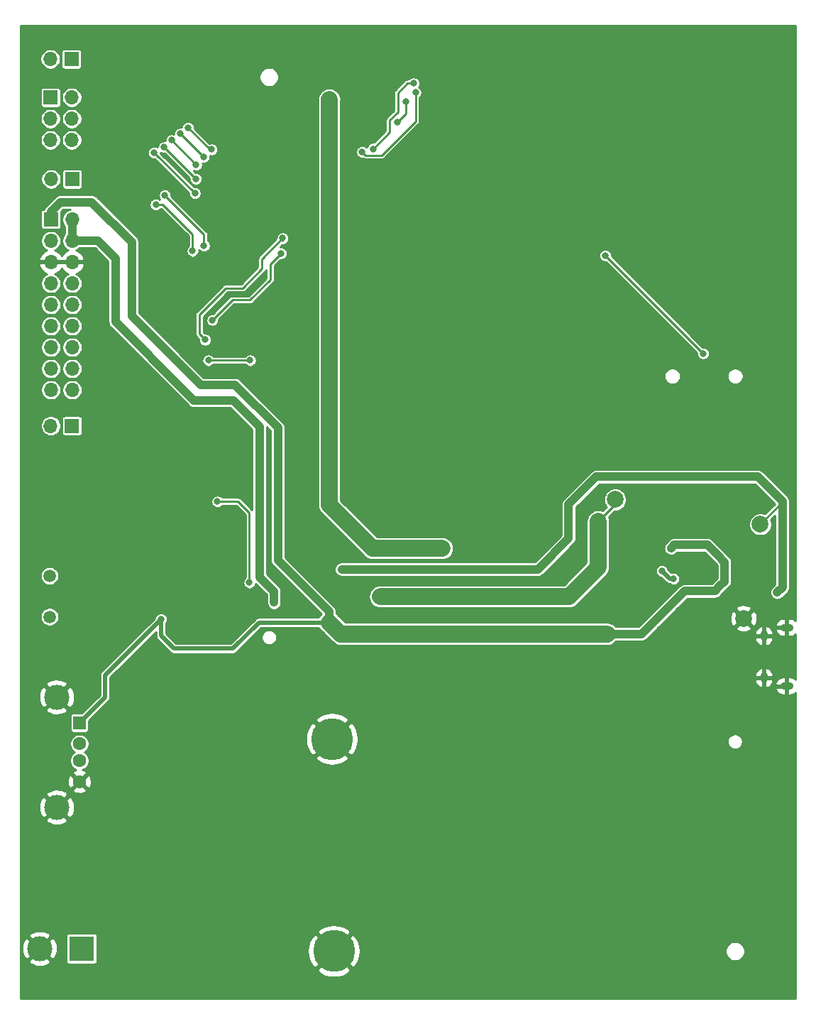
<source format=gbl>
%TF.GenerationSoftware,KiCad,Pcbnew,(5.1.10)-1*%
%TF.CreationDate,2022-07-03T20:16:09+06:00*%
%TF.ProjectId,CM3_IO_Board,434d335f-494f-45f4-926f-6172642e6b69,rev?*%
%TF.SameCoordinates,Original*%
%TF.FileFunction,Copper,L2,Bot*%
%TF.FilePolarity,Positive*%
%FSLAX46Y46*%
G04 Gerber Fmt 4.6, Leading zero omitted, Abs format (unit mm)*
G04 Created by KiCad (PCBNEW (5.1.10)-1) date 2022-07-03 20:16:09*
%MOMM*%
%LPD*%
G01*
G04 APERTURE LIST*
%TA.AperFunction,ComponentPad*%
%ADD10R,1.700000X1.700000*%
%TD*%
%TA.AperFunction,ComponentPad*%
%ADD11O,1.700000X1.700000*%
%TD*%
%TA.AperFunction,ComponentPad*%
%ADD12O,0.950000X1.250000*%
%TD*%
%TA.AperFunction,ComponentPad*%
%ADD13O,1.550000X0.890000*%
%TD*%
%TA.AperFunction,ComponentPad*%
%ADD14R,3.000000X3.000000*%
%TD*%
%TA.AperFunction,ComponentPad*%
%ADD15C,3.000000*%
%TD*%
%TA.AperFunction,ComponentPad*%
%ADD16C,1.600000*%
%TD*%
%TA.AperFunction,ComponentPad*%
%ADD17R,1.500000X1.600000*%
%TD*%
%TA.AperFunction,SMDPad,CuDef*%
%ADD18C,2.000000*%
%TD*%
%TA.AperFunction,ComponentPad*%
%ADD19C,1.500000*%
%TD*%
%TA.AperFunction,ConnectorPad*%
%ADD20C,5.000000*%
%TD*%
%TA.AperFunction,ComponentPad*%
%ADD21C,2.900000*%
%TD*%
%TA.AperFunction,ViaPad*%
%ADD22C,0.800000*%
%TD*%
%TA.AperFunction,Conductor*%
%ADD23C,2.000000*%
%TD*%
%TA.AperFunction,Conductor*%
%ADD24C,1.000000*%
%TD*%
%TA.AperFunction,Conductor*%
%ADD25C,0.500000*%
%TD*%
%TA.AperFunction,Conductor*%
%ADD26C,0.250000*%
%TD*%
%TA.AperFunction,Conductor*%
%ADD27C,0.254000*%
%TD*%
%TA.AperFunction,Conductor*%
%ADD28C,0.100000*%
%TD*%
G04 APERTURE END LIST*
D10*
%TO.P,J4,1*%
%TO.N,+5V*%
X47900000Y-55300000D03*
D11*
%TO.P,J4,2*%
%TO.N,+3V3*%
X50440000Y-55300000D03*
%TO.P,J4,3*%
%TO.N,+5V*%
X47900000Y-57840000D03*
%TO.P,J4,4*%
%TO.N,+3V3*%
X50440000Y-57840000D03*
%TO.P,J4,5*%
%TO.N,GND*%
X47900000Y-60380000D03*
%TO.P,J4,6*%
X50440000Y-60380000D03*
%TO.P,J4,7*%
%TO.N,GPIO4*%
X47900000Y-62920000D03*
%TO.P,J4,8*%
%TO.N,GPIO5*%
X50440000Y-62920000D03*
%TO.P,J4,9*%
%TO.N,GPIO6*%
X47900000Y-65460000D03*
%TO.P,J4,10*%
%TO.N,GPIO12*%
X50440000Y-65460000D03*
%TO.P,J4,11*%
%TO.N,GPIO13*%
X47900000Y-68000000D03*
%TO.P,J4,12*%
%TO.N,GPIO16*%
X50440000Y-68000000D03*
%TO.P,J4,13*%
%TO.N,GPIO17*%
X47900000Y-70540000D03*
%TO.P,J4,14*%
%TO.N,GPIO18*%
X50440000Y-70540000D03*
%TO.P,J4,15*%
%TO.N,GPIO19*%
X47900000Y-73080000D03*
%TO.P,J4,16*%
%TO.N,GPIO20*%
X50440000Y-73080000D03*
%TO.P,J4,17*%
%TO.N,GPIO21*%
X47900000Y-75620000D03*
%TO.P,J4,18*%
%TO.N,GPIO22*%
X50440000Y-75620000D03*
%TD*%
D10*
%TO.P,J3,1*%
%TO.N,SPI0_CE1_N*%
X47860000Y-40760000D03*
D11*
%TO.P,J3,2*%
%TO.N,SPI0_CE0_N*%
X50400000Y-40760000D03*
%TO.P,J3,3*%
%TO.N,SPI0_MISO*%
X47860000Y-43300000D03*
%TO.P,J3,4*%
%TO.N,SPI0_MOSI*%
X50400000Y-43300000D03*
%TO.P,J3,5*%
%TO.N,SPI0_SCLK*%
X47860000Y-45840000D03*
%TO.P,J3,6*%
%TO.N,Net-(J3-Pad6)*%
X50400000Y-45840000D03*
%TD*%
D12*
%TO.P,J2,6*%
%TO.N,GND*%
X132984000Y-109942000D03*
X132984000Y-104942000D03*
D13*
X135684000Y-110942000D03*
X135684000Y-103942000D03*
%TD*%
D10*
%TO.P,J5,1*%
%TO.N,SDA*%
X50360000Y-36180000D03*
D11*
%TO.P,J5,2*%
%TO.N,SCL*%
X47820000Y-36180000D03*
%TD*%
%TO.P,J6,2*%
%TO.N,RXD0*%
X47920000Y-50490000D03*
D10*
%TO.P,J6,1*%
%TO.N,TXD0*%
X50460000Y-50490000D03*
%TD*%
D14*
%TO.P,J7,1*%
%TO.N,LTE_3V3*%
X51562000Y-142240000D03*
D15*
%TO.P,J7,2*%
%TO.N,GND*%
X46562000Y-142240000D03*
%TD*%
D16*
%TO.P,J11,4*%
%TO.N,GND*%
X51308000Y-122316000D03*
%TO.P,J11,3*%
%TO.N,USB3_P*%
X51308000Y-119816000D03*
%TO.P,J11,2*%
%TO.N,USB3_N*%
X51308000Y-117816000D03*
D17*
%TO.P,J11,1*%
%TO.N,+5V*%
X51308000Y-115316000D03*
D15*
%TO.P,J11,5*%
%TO.N,GND*%
X48598000Y-125386000D03*
X48598000Y-112246000D03*
%TD*%
D18*
%TO.P,TP1,1*%
%TO.N,GND*%
X130556000Y-102870000D03*
%TD*%
%TO.P,TP2,1*%
%TO.N,+3V3*%
X115230000Y-88700000D03*
%TD*%
%TO.P,TP3,1*%
%TO.N,+1V8*%
X132550000Y-91640000D03*
%TD*%
D19*
%TO.P,Y1,1*%
%TO.N,Net-(U1-Pad3)*%
X47752000Y-97790000D03*
%TO.P,Y1,2*%
%TO.N,Net-(U1-Pad2)*%
X47752000Y-102690000D03*
%TD*%
D11*
%TO.P,J9,2*%
%TO.N,RXD1*%
X47880000Y-79910000D03*
D10*
%TO.P,J9,1*%
%TO.N,TXD1*%
X50420000Y-79910000D03*
%TD*%
D20*
%TO.P,H1,1*%
%TO.N,GND*%
X81452720Y-117236240D03*
D21*
X81452720Y-117236240D03*
%TD*%
D20*
%TO.P,H2,1*%
%TO.N,GND*%
X81668620Y-142521940D03*
D21*
X81668620Y-142521940D03*
%TD*%
D22*
%TO.N,GND*%
X80010000Y-96520000D03*
X80772000Y-99568000D03*
X80640000Y-93780000D03*
%TO.N,+5V*%
X114810000Y-104730000D03*
X81026000Y-102920800D03*
X121910000Y-94480000D03*
X127725000Y-99015000D03*
X127415000Y-95295000D03*
X61040000Y-102960000D03*
X81381600Y-103733600D03*
X113860000Y-104730000D03*
%TO.N,+3V3*%
X113160000Y-90920000D03*
X87190000Y-100260000D03*
X94590000Y-94510000D03*
X81130000Y-51850000D03*
X81130000Y-55880000D03*
X81140000Y-41000000D03*
X74524999Y-100975001D03*
X64085000Y-76005000D03*
X114046000Y-59588400D03*
X125728800Y-71271200D03*
X113180000Y-91830000D03*
%TO.N,Net-(C7-Pad1)*%
X122210000Y-98130000D03*
X120800000Y-97200000D03*
%TO.N,+1V8*%
X82600000Y-97010000D03*
X134580000Y-99780000D03*
X67780000Y-88940000D03*
X71590000Y-98600000D03*
%TO.N,SPI0_CE1_N*%
X64280000Y-44360000D03*
X67090000Y-46960000D03*
%TO.N,SPI0_CE0_N*%
X63330000Y-45080000D03*
X66130000Y-47870000D03*
%TO.N,SPI0_MISO*%
X62300000Y-45850000D03*
X65240000Y-48790000D03*
%TO.N,SPI0_MOSI*%
X61420000Y-46690000D03*
X65190000Y-50460000D03*
%TO.N,SPI0_SCLK*%
X60220000Y-47330000D03*
X65090000Y-52190000D03*
%TO.N,RXD0*%
X60420000Y-53520000D03*
X64810000Y-59060000D03*
%TO.N,TXD0*%
X61500000Y-52430000D03*
X66170000Y-58420000D03*
%TO.N,SDX_D2*%
X86360000Y-46880000D03*
X91170004Y-39075000D03*
%TO.N,SDX_D3*%
X85050000Y-47240000D03*
X91405000Y-40175000D03*
%TO.N,SDX_CMD*%
X89230000Y-43670000D03*
X90242824Y-41275000D03*
%TO.N,EMMC_EN_N_1V8*%
X66690000Y-72100000D03*
X71670000Y-72100000D03*
%TO.N,TXD1*%
X75560000Y-57540000D03*
X66320000Y-69650000D03*
%TO.N,RXD1*%
X75370000Y-59330000D03*
X67170000Y-67300000D03*
%TD*%
D23*
%TO.N,+5V*%
X114290000Y-104720000D02*
X113466000Y-104720000D01*
X81140000Y-103350000D02*
X81090000Y-103350000D01*
X82510000Y-104720000D02*
X81660000Y-103870000D01*
D24*
X118388520Y-104720000D02*
X123508520Y-99600000D01*
X114290000Y-104720000D02*
X115117000Y-104720000D01*
X123508520Y-99600000D02*
X127140000Y-99600000D01*
X127140000Y-99600000D02*
X127725000Y-99015000D01*
X128290000Y-98450000D02*
X128290000Y-96170000D01*
X122270000Y-94120000D02*
X121910000Y-94480000D01*
X126240000Y-94120000D02*
X122270000Y-94120000D01*
X127725000Y-99015000D02*
X128290000Y-98450000D01*
X127415000Y-95295000D02*
X126240000Y-94120000D01*
X128290000Y-96170000D02*
X127415000Y-95295000D01*
X81090000Y-103350000D02*
X81090000Y-102050000D01*
X81090000Y-102050000D02*
X74990000Y-95950000D01*
X74990000Y-95950000D02*
X74990000Y-80130000D01*
X74990000Y-80130000D02*
X69880000Y-75020000D01*
X69880000Y-75020000D02*
X65760000Y-75020000D01*
X65760000Y-75020000D02*
X57570000Y-66830000D01*
X57570000Y-66830000D02*
X57570000Y-58010000D01*
X57570000Y-58010000D02*
X52790000Y-53230000D01*
X52790000Y-53230000D02*
X49030000Y-53230000D01*
X47900000Y-54360000D02*
X47900000Y-55300000D01*
X49030000Y-53230000D02*
X47900000Y-54360000D01*
D25*
X82510000Y-104720000D02*
X82510000Y-105120000D01*
X61040000Y-102960000D02*
X61040000Y-104950000D01*
X61040000Y-104950000D02*
X62570000Y-106480000D01*
X62570000Y-106480000D02*
X69610000Y-106480000D01*
X72740000Y-103350000D02*
X81090000Y-103350000D01*
X69610000Y-106480000D02*
X72740000Y-103350000D01*
D24*
X115117000Y-104720000D02*
X118388520Y-104720000D01*
D23*
X113466000Y-104720000D02*
X82510000Y-104720000D01*
X81660000Y-103870000D02*
X81140000Y-103350000D01*
D25*
X61040000Y-102960000D02*
X54356000Y-109644000D01*
X54356000Y-112268000D02*
X51308000Y-115316000D01*
X54356000Y-109644000D02*
X54356000Y-112268000D01*
D23*
%TO.N,+3V3*%
X113175000Y-91305000D02*
X113175000Y-96805000D01*
X109720000Y-100260000D02*
X87190000Y-100260000D01*
X113175000Y-96805000D02*
X109720000Y-100260000D01*
D26*
X115230000Y-89250000D02*
X115230000Y-88700000D01*
X113175000Y-91305000D02*
X115230000Y-89250000D01*
D23*
X94590000Y-94510000D02*
X87320000Y-94510000D01*
X87320000Y-94510000D02*
X86280000Y-94510000D01*
X86280000Y-94510000D02*
X81130000Y-89360000D01*
X81130000Y-52850000D02*
X81130000Y-51850000D01*
X81130000Y-51850000D02*
X81130000Y-51850000D01*
X81130000Y-55880000D02*
X81130000Y-52850000D01*
X81130000Y-89360000D02*
X81130000Y-55880000D01*
X81130000Y-41010000D02*
X81140000Y-41000000D01*
X81130000Y-51850000D02*
X81130000Y-41010000D01*
D24*
X50440000Y-55300000D02*
X50440000Y-57840000D01*
X50440000Y-57840000D02*
X53510000Y-57840000D01*
X53510000Y-57840000D02*
X55610000Y-59940000D01*
X55610000Y-59940000D02*
X55610000Y-67530000D01*
X64980000Y-76900000D02*
X69660000Y-76900000D01*
X69660000Y-76900000D02*
X72800000Y-80040000D01*
X72800000Y-80040000D02*
X72800000Y-97940000D01*
X74524999Y-99664999D02*
X74524999Y-100975001D01*
X72800000Y-97940000D02*
X74524999Y-99664999D01*
X64085000Y-76005000D02*
X64980000Y-76900000D01*
X55610000Y-67530000D02*
X64085000Y-76005000D01*
D26*
X114046000Y-59588400D02*
X125728800Y-71271200D01*
D25*
%TO.N,Net-(C7-Pad1)*%
X121730000Y-98130000D02*
X120800000Y-97200000D01*
X122210000Y-98130000D02*
X121730000Y-98130000D01*
D24*
%TO.N,+1V8*%
X82600000Y-97010000D02*
X106010000Y-97010000D01*
X106010000Y-97010000D02*
X109690000Y-93330000D01*
X109690000Y-93330000D02*
X109690000Y-89260000D01*
X109690000Y-89260000D02*
X112980000Y-85970000D01*
X112980000Y-85970000D02*
X129750000Y-85970000D01*
X129750000Y-85970000D02*
X132260000Y-85970000D01*
X132260000Y-85970000D02*
X135190000Y-88900000D01*
X135190000Y-99170000D02*
X134580000Y-99780000D01*
X135190000Y-88900000D02*
X135190000Y-99170000D01*
D26*
X135190000Y-89000000D02*
X135190000Y-88900000D01*
X132550000Y-91640000D02*
X135190000Y-89000000D01*
X67780000Y-88940000D02*
X70220000Y-88940000D01*
X71590000Y-90310000D02*
X71590000Y-98600000D01*
X70220000Y-88940000D02*
X71590000Y-90310000D01*
%TO.N,SPI0_CE1_N*%
X66880000Y-46960000D02*
X67090000Y-46960000D01*
X64280000Y-44360000D02*
X66880000Y-46960000D01*
%TO.N,SPI0_CE0_N*%
X66120000Y-47870000D02*
X66130000Y-47870000D01*
X63330000Y-45080000D02*
X66120000Y-47870000D01*
%TO.N,SPI0_MISO*%
X62300000Y-45850000D02*
X65240000Y-48790000D01*
%TO.N,SPI0_MOSI*%
X61420000Y-46690000D02*
X65190000Y-50460000D01*
%TO.N,SPI0_SCLK*%
X65080000Y-52190000D02*
X65090000Y-52190000D01*
X60220000Y-47330000D02*
X65080000Y-52190000D01*
%TO.N,SCL*%
X47360000Y-36180000D02*
X48026410Y-36180000D01*
X47360000Y-36180000D02*
X48043224Y-36180000D01*
%TO.N,RXD0*%
X60420000Y-53520000D02*
X61260000Y-53520000D01*
X64810000Y-57070000D02*
X64810000Y-59060000D01*
X61260000Y-53520000D02*
X64810000Y-57070000D01*
%TO.N,TXD0*%
X66170000Y-57100000D02*
X66170000Y-58420000D01*
X61500000Y-52430000D02*
X66170000Y-57100000D01*
%TO.N,SDX_D2*%
X90445000Y-39075000D02*
X91170004Y-39075000D01*
X89290000Y-40230000D02*
X90445000Y-39075000D01*
X89290000Y-42536998D02*
X89290000Y-40230000D01*
X88340000Y-43486998D02*
X89290000Y-42536998D01*
X88340000Y-44900000D02*
X88340000Y-43486998D01*
X86360000Y-46880000D02*
X88340000Y-44900000D01*
%TO.N,SDX_D3*%
X85050000Y-47240000D02*
X85449999Y-47639999D01*
X85449999Y-47639999D02*
X87380001Y-47639999D01*
X91405000Y-43615000D02*
X91405000Y-40175000D01*
X87380001Y-47639999D02*
X91405000Y-43615000D01*
%TO.N,SDX_CMD*%
X90242824Y-42657176D02*
X90242824Y-41275000D01*
X89230000Y-43670000D02*
X90242824Y-42657176D01*
%TO.N,EMMC_EN_N_1V8*%
X66690000Y-72100000D02*
X71670000Y-72100000D01*
%TO.N,TXD1*%
X75560000Y-57860000D02*
X75560000Y-57540000D01*
X66320000Y-69650000D02*
X65600000Y-68930000D01*
X65600000Y-68930000D02*
X65600000Y-66670000D01*
X65600000Y-66670000D02*
X68790000Y-63480000D01*
X68790000Y-63480000D02*
X70790000Y-63480000D01*
X70790000Y-63480000D02*
X73100000Y-61170000D01*
X73100000Y-60000000D02*
X75560000Y-57540000D01*
X73100000Y-61170000D02*
X73100000Y-60000000D01*
%TO.N,RXD1*%
X75370000Y-59340000D02*
X75370000Y-59330000D01*
X74070000Y-60630000D02*
X75370000Y-59330000D01*
X74070000Y-62500000D02*
X74070000Y-60630000D01*
X67170000Y-67300000D02*
X69570000Y-64900000D01*
X71670000Y-64900000D02*
X74070000Y-62500000D01*
X69570000Y-64900000D02*
X71670000Y-64900000D01*
%TD*%
D27*
%TO.N,GND*%
X136763001Y-103159626D02*
X136719613Y-103114569D01*
X136544631Y-102992810D01*
X136349257Y-102907528D01*
X136141000Y-102862000D01*
X135811000Y-102862000D01*
X135811000Y-103815000D01*
X135831000Y-103815000D01*
X135831000Y-104069000D01*
X135811000Y-104069000D01*
X135811000Y-105022000D01*
X136141000Y-105022000D01*
X136349257Y-104976472D01*
X136544631Y-104891190D01*
X136719613Y-104769431D01*
X136763001Y-104724373D01*
X136763001Y-110159627D01*
X136719613Y-110114569D01*
X136544631Y-109992810D01*
X136349257Y-109907528D01*
X136141000Y-109862000D01*
X135811000Y-109862000D01*
X135811000Y-110815000D01*
X135831000Y-110815000D01*
X135831000Y-111069000D01*
X135811000Y-111069000D01*
X135811000Y-112022000D01*
X136141000Y-112022000D01*
X136349257Y-111976472D01*
X136544631Y-111891190D01*
X136719613Y-111769431D01*
X136763001Y-111724373D01*
X136763001Y-148193000D01*
X44322689Y-148193000D01*
X44315135Y-144725088D01*
X79645077Y-144725088D01*
X79921247Y-145143058D01*
X80466177Y-145433589D01*
X81057316Y-145612227D01*
X81671948Y-145672108D01*
X82286451Y-145610930D01*
X82877212Y-145431043D01*
X83415993Y-145143058D01*
X83692163Y-144725088D01*
X81668620Y-142701545D01*
X79645077Y-144725088D01*
X44315135Y-144725088D01*
X44312970Y-143731653D01*
X45249952Y-143731653D01*
X45405962Y-144047214D01*
X45780745Y-144238020D01*
X46185551Y-144352044D01*
X46604824Y-144384902D01*
X47022451Y-144335334D01*
X47422383Y-144205243D01*
X47718038Y-144047214D01*
X47874048Y-143731653D01*
X46562000Y-142419605D01*
X45249952Y-143731653D01*
X44312970Y-143731653D01*
X44309813Y-142282824D01*
X44417098Y-142282824D01*
X44466666Y-142700451D01*
X44596757Y-143100383D01*
X44754786Y-143396038D01*
X45070347Y-143552048D01*
X46382395Y-142240000D01*
X46741605Y-142240000D01*
X48053653Y-143552048D01*
X48369214Y-143396038D01*
X48560020Y-143021255D01*
X48674044Y-142616449D01*
X48706902Y-142197176D01*
X48657334Y-141779549D01*
X48527243Y-141379617D01*
X48369214Y-141083962D01*
X48053653Y-140927952D01*
X46741605Y-142240000D01*
X46382395Y-142240000D01*
X45070347Y-140927952D01*
X44754786Y-141083962D01*
X44563980Y-141458745D01*
X44449956Y-141863551D01*
X44417098Y-142282824D01*
X44309813Y-142282824D01*
X44306470Y-140748347D01*
X45249952Y-140748347D01*
X46562000Y-142060395D01*
X47874048Y-140748347D01*
X47869922Y-140740000D01*
X49688201Y-140740000D01*
X49688201Y-143740000D01*
X49695383Y-143812925D01*
X49716655Y-143883047D01*
X49751197Y-143947672D01*
X49797684Y-144004316D01*
X49854328Y-144050803D01*
X49918953Y-144085345D01*
X49989075Y-144106617D01*
X50062000Y-144113799D01*
X53062000Y-144113799D01*
X53134925Y-144106617D01*
X53205047Y-144085345D01*
X53269672Y-144050803D01*
X53326316Y-144004316D01*
X53372803Y-143947672D01*
X53407345Y-143883047D01*
X53428617Y-143812925D01*
X53435799Y-143740000D01*
X53435799Y-142525268D01*
X78518452Y-142525268D01*
X78579630Y-143139771D01*
X78759517Y-143730532D01*
X79047502Y-144269313D01*
X79465472Y-144545483D01*
X81489015Y-142521940D01*
X81848225Y-142521940D01*
X83871768Y-144545483D01*
X84289738Y-144269313D01*
X84580269Y-143724383D01*
X84758907Y-143133244D01*
X84818788Y-142518612D01*
X84810222Y-142432568D01*
X128368000Y-142432568D01*
X128368000Y-142663432D01*
X128413039Y-142889860D01*
X128501387Y-143103150D01*
X128629648Y-143295107D01*
X128792893Y-143458352D01*
X128984850Y-143586613D01*
X129198140Y-143674961D01*
X129424568Y-143720000D01*
X129655432Y-143720000D01*
X129881860Y-143674961D01*
X130095150Y-143586613D01*
X130287107Y-143458352D01*
X130450352Y-143295107D01*
X130578613Y-143103150D01*
X130666961Y-142889860D01*
X130712000Y-142663432D01*
X130712000Y-142432568D01*
X130666961Y-142206140D01*
X130578613Y-141992850D01*
X130450352Y-141800893D01*
X130287107Y-141637648D01*
X130095150Y-141509387D01*
X129881860Y-141421039D01*
X129655432Y-141376000D01*
X129424568Y-141376000D01*
X129198140Y-141421039D01*
X128984850Y-141509387D01*
X128792893Y-141637648D01*
X128629648Y-141800893D01*
X128501387Y-141992850D01*
X128413039Y-142206140D01*
X128368000Y-142432568D01*
X84810222Y-142432568D01*
X84757610Y-141904109D01*
X84577723Y-141313348D01*
X84289738Y-140774567D01*
X83871768Y-140498397D01*
X81848225Y-142521940D01*
X81489015Y-142521940D01*
X79465472Y-140498397D01*
X79047502Y-140774567D01*
X78756971Y-141319497D01*
X78578333Y-141910636D01*
X78518452Y-142525268D01*
X53435799Y-142525268D01*
X53435799Y-140740000D01*
X53428617Y-140667075D01*
X53407345Y-140596953D01*
X53372803Y-140532328D01*
X53326316Y-140475684D01*
X53269672Y-140429197D01*
X53205047Y-140394655D01*
X53134925Y-140373383D01*
X53062000Y-140366201D01*
X50062000Y-140366201D01*
X49989075Y-140373383D01*
X49918953Y-140394655D01*
X49854328Y-140429197D01*
X49797684Y-140475684D01*
X49751197Y-140532328D01*
X49716655Y-140596953D01*
X49695383Y-140667075D01*
X49688201Y-140740000D01*
X47869922Y-140740000D01*
X47718038Y-140432786D01*
X47494130Y-140318792D01*
X79645077Y-140318792D01*
X81668620Y-142342335D01*
X83692163Y-140318792D01*
X83415993Y-139900822D01*
X82871063Y-139610291D01*
X82279924Y-139431653D01*
X81665292Y-139371772D01*
X81050789Y-139432950D01*
X80460028Y-139612837D01*
X79921247Y-139900822D01*
X79645077Y-140318792D01*
X47494130Y-140318792D01*
X47343255Y-140241980D01*
X46938449Y-140127956D01*
X46519176Y-140095098D01*
X46101549Y-140144666D01*
X45701617Y-140274757D01*
X45405962Y-140432786D01*
X45249952Y-140748347D01*
X44306470Y-140748347D01*
X44304787Y-139975904D01*
X44301424Y-126877653D01*
X47285952Y-126877653D01*
X47441962Y-127193214D01*
X47816745Y-127384020D01*
X48221551Y-127498044D01*
X48640824Y-127530902D01*
X49058451Y-127481334D01*
X49458383Y-127351243D01*
X49754038Y-127193214D01*
X49910048Y-126877653D01*
X48598000Y-125565605D01*
X47285952Y-126877653D01*
X44301424Y-126877653D01*
X44301052Y-125428824D01*
X46453098Y-125428824D01*
X46502666Y-125846451D01*
X46632757Y-126246383D01*
X46790786Y-126542038D01*
X47106347Y-126698048D01*
X48418395Y-125386000D01*
X48777605Y-125386000D01*
X50089653Y-126698048D01*
X50405214Y-126542038D01*
X50596020Y-126167255D01*
X50710044Y-125762449D01*
X50742902Y-125343176D01*
X50693334Y-124925549D01*
X50563243Y-124525617D01*
X50405214Y-124229962D01*
X50089653Y-124073952D01*
X48777605Y-125386000D01*
X48418395Y-125386000D01*
X47106347Y-124073952D01*
X46790786Y-124229962D01*
X46599980Y-124604745D01*
X46485956Y-125009551D01*
X46453098Y-125428824D01*
X44301052Y-125428824D01*
X44300659Y-123894347D01*
X47285952Y-123894347D01*
X48598000Y-125206395D01*
X49910048Y-123894347D01*
X49754038Y-123578786D01*
X49379255Y-123387980D01*
X49097804Y-123308702D01*
X50494903Y-123308702D01*
X50566486Y-123552671D01*
X50821996Y-123673571D01*
X51096184Y-123742300D01*
X51378512Y-123756217D01*
X51658130Y-123714787D01*
X51924292Y-123619603D01*
X52049514Y-123552671D01*
X52121097Y-123308702D01*
X51308000Y-122495605D01*
X50494903Y-123308702D01*
X49097804Y-123308702D01*
X48974449Y-123273956D01*
X48555176Y-123241098D01*
X48137549Y-123290666D01*
X47737617Y-123420757D01*
X47441962Y-123578786D01*
X47285952Y-123894347D01*
X44300659Y-123894347D01*
X44300272Y-122386512D01*
X49867783Y-122386512D01*
X49909213Y-122666130D01*
X50004397Y-122932292D01*
X50071329Y-123057514D01*
X50315298Y-123129097D01*
X51128395Y-122316000D01*
X51487605Y-122316000D01*
X52300702Y-123129097D01*
X52544671Y-123057514D01*
X52665571Y-122802004D01*
X52734300Y-122527816D01*
X52748217Y-122245488D01*
X52706787Y-121965870D01*
X52611603Y-121699708D01*
X52544671Y-121574486D01*
X52300702Y-121502903D01*
X51487605Y-122316000D01*
X51128395Y-122316000D01*
X50315298Y-121502903D01*
X50071329Y-121574486D01*
X49950429Y-121829996D01*
X49881700Y-122104184D01*
X49867783Y-122386512D01*
X44300272Y-122386512D01*
X44299070Y-117700568D01*
X50136000Y-117700568D01*
X50136000Y-117931432D01*
X50181039Y-118157860D01*
X50269387Y-118371150D01*
X50397648Y-118563107D01*
X50560893Y-118726352D01*
X50695061Y-118816000D01*
X50560893Y-118905648D01*
X50397648Y-119068893D01*
X50269387Y-119260850D01*
X50181039Y-119474140D01*
X50136000Y-119700568D01*
X50136000Y-119931432D01*
X50181039Y-120157860D01*
X50269387Y-120371150D01*
X50397648Y-120563107D01*
X50560893Y-120726352D01*
X50752850Y-120854613D01*
X50928949Y-120927556D01*
X50691708Y-121012397D01*
X50566486Y-121079329D01*
X50494903Y-121323298D01*
X51308000Y-122136395D01*
X52121097Y-121323298D01*
X52049514Y-121079329D01*
X51794004Y-120958429D01*
X51680939Y-120930088D01*
X51863150Y-120854613D01*
X52055107Y-120726352D01*
X52218352Y-120563107D01*
X52346613Y-120371150D01*
X52434961Y-120157860D01*
X52480000Y-119931432D01*
X52480000Y-119700568D01*
X52434961Y-119474140D01*
X52420567Y-119439388D01*
X79429177Y-119439388D01*
X79705347Y-119857358D01*
X80250277Y-120147889D01*
X80841416Y-120326527D01*
X81456048Y-120386408D01*
X82070551Y-120325230D01*
X82661312Y-120145343D01*
X83200093Y-119857358D01*
X83476263Y-119439388D01*
X81452720Y-117415845D01*
X79429177Y-119439388D01*
X52420567Y-119439388D01*
X52346613Y-119260850D01*
X52218352Y-119068893D01*
X52055107Y-118905648D01*
X51920939Y-118816000D01*
X52055107Y-118726352D01*
X52218352Y-118563107D01*
X52346613Y-118371150D01*
X52434961Y-118157860D01*
X52480000Y-117931432D01*
X52480000Y-117700568D01*
X52434961Y-117474140D01*
X52346613Y-117260850D01*
X52332393Y-117239568D01*
X78302552Y-117239568D01*
X78363730Y-117854071D01*
X78543617Y-118444832D01*
X78831602Y-118983613D01*
X79249572Y-119259783D01*
X81273115Y-117236240D01*
X81632325Y-117236240D01*
X83655868Y-119259783D01*
X84073838Y-118983613D01*
X84364369Y-118438683D01*
X84543007Y-117847544D01*
X84581037Y-117457191D01*
X128618000Y-117457191D01*
X128618000Y-117638809D01*
X128653432Y-117816937D01*
X128722934Y-117984731D01*
X128823836Y-118135741D01*
X128952259Y-118264164D01*
X129103269Y-118365066D01*
X129271063Y-118434568D01*
X129449191Y-118470000D01*
X129630809Y-118470000D01*
X129808937Y-118434568D01*
X129976731Y-118365066D01*
X130127741Y-118264164D01*
X130256164Y-118135741D01*
X130357066Y-117984731D01*
X130426568Y-117816937D01*
X130462000Y-117638809D01*
X130462000Y-117457191D01*
X130426568Y-117279063D01*
X130357066Y-117111269D01*
X130256164Y-116960259D01*
X130127741Y-116831836D01*
X129976731Y-116730934D01*
X129808937Y-116661432D01*
X129630809Y-116626000D01*
X129449191Y-116626000D01*
X129271063Y-116661432D01*
X129103269Y-116730934D01*
X128952259Y-116831836D01*
X128823836Y-116960259D01*
X128722934Y-117111269D01*
X128653432Y-117279063D01*
X128618000Y-117457191D01*
X84581037Y-117457191D01*
X84602888Y-117232912D01*
X84541710Y-116618409D01*
X84361823Y-116027648D01*
X84073838Y-115488867D01*
X83655868Y-115212697D01*
X81632325Y-117236240D01*
X81273115Y-117236240D01*
X79249572Y-115212697D01*
X78831602Y-115488867D01*
X78541071Y-116033797D01*
X78362433Y-116624936D01*
X78302552Y-117239568D01*
X52332393Y-117239568D01*
X52218352Y-117068893D01*
X52055107Y-116905648D01*
X51863150Y-116777387D01*
X51649860Y-116689039D01*
X51423432Y-116644000D01*
X51192568Y-116644000D01*
X50966140Y-116689039D01*
X50752850Y-116777387D01*
X50560893Y-116905648D01*
X50397648Y-117068893D01*
X50269387Y-117260850D01*
X50181039Y-117474140D01*
X50136000Y-117700568D01*
X44299070Y-117700568D01*
X44298052Y-113737653D01*
X47285952Y-113737653D01*
X47441962Y-114053214D01*
X47816745Y-114244020D01*
X48221551Y-114358044D01*
X48640824Y-114390902D01*
X49058451Y-114341334D01*
X49458383Y-114211243D01*
X49754038Y-114053214D01*
X49910048Y-113737653D01*
X48598000Y-112425605D01*
X47285952Y-113737653D01*
X44298052Y-113737653D01*
X44297679Y-112288824D01*
X46453098Y-112288824D01*
X46502666Y-112706451D01*
X46632757Y-113106383D01*
X46790786Y-113402038D01*
X47106347Y-113558048D01*
X48418395Y-112246000D01*
X48777605Y-112246000D01*
X50089653Y-113558048D01*
X50405214Y-113402038D01*
X50596020Y-113027255D01*
X50710044Y-112622449D01*
X50742902Y-112203176D01*
X50693334Y-111785549D01*
X50563243Y-111385617D01*
X50405214Y-111089962D01*
X50089653Y-110933952D01*
X48777605Y-112246000D01*
X48418395Y-112246000D01*
X47106347Y-110933952D01*
X46790786Y-111089962D01*
X46599980Y-111464745D01*
X46485956Y-111869551D01*
X46453098Y-112288824D01*
X44297679Y-112288824D01*
X44297286Y-110754347D01*
X47285952Y-110754347D01*
X48598000Y-112066395D01*
X49910048Y-110754347D01*
X49754038Y-110438786D01*
X49379255Y-110247980D01*
X48974449Y-110133956D01*
X48555176Y-110101098D01*
X48137549Y-110150666D01*
X47737617Y-110280757D01*
X47441962Y-110438786D01*
X47285952Y-110754347D01*
X44297286Y-110754347D01*
X44295187Y-102579493D01*
X46630000Y-102579493D01*
X46630000Y-102800507D01*
X46673118Y-103017275D01*
X46757696Y-103221466D01*
X46880486Y-103405233D01*
X47036767Y-103561514D01*
X47220534Y-103684304D01*
X47424725Y-103768882D01*
X47641493Y-103812000D01*
X47862507Y-103812000D01*
X48079275Y-103768882D01*
X48283466Y-103684304D01*
X48467233Y-103561514D01*
X48623514Y-103405233D01*
X48746304Y-103221466D01*
X48830882Y-103017275D01*
X48874000Y-102800507D01*
X48874000Y-102579493D01*
X48830882Y-102362725D01*
X48746304Y-102158534D01*
X48623514Y-101974767D01*
X48467233Y-101818486D01*
X48283466Y-101695696D01*
X48079275Y-101611118D01*
X47862507Y-101568000D01*
X47641493Y-101568000D01*
X47424725Y-101611118D01*
X47220534Y-101695696D01*
X47036767Y-101818486D01*
X46880486Y-101974767D01*
X46757696Y-102158534D01*
X46673118Y-102362725D01*
X46630000Y-102579493D01*
X44295187Y-102579493D01*
X44293929Y-97679493D01*
X46630000Y-97679493D01*
X46630000Y-97900507D01*
X46673118Y-98117275D01*
X46757696Y-98321466D01*
X46880486Y-98505233D01*
X47036767Y-98661514D01*
X47220534Y-98784304D01*
X47424725Y-98868882D01*
X47641493Y-98912000D01*
X47862507Y-98912000D01*
X48079275Y-98868882D01*
X48283466Y-98784304D01*
X48467233Y-98661514D01*
X48623514Y-98505233D01*
X48746304Y-98321466D01*
X48830882Y-98117275D01*
X48874000Y-97900507D01*
X48874000Y-97679493D01*
X48830882Y-97462725D01*
X48746304Y-97258534D01*
X48623514Y-97074767D01*
X48467233Y-96918486D01*
X48283466Y-96795696D01*
X48079275Y-96711118D01*
X47862507Y-96668000D01*
X47641493Y-96668000D01*
X47424725Y-96711118D01*
X47220534Y-96795696D01*
X47036767Y-96918486D01*
X46880486Y-97074767D01*
X46757696Y-97258534D01*
X46673118Y-97462725D01*
X46630000Y-97679493D01*
X44293929Y-97679493D01*
X44289336Y-79789643D01*
X46658000Y-79789643D01*
X46658000Y-80030357D01*
X46704961Y-80266444D01*
X46797077Y-80488834D01*
X46930810Y-80688980D01*
X47101020Y-80859190D01*
X47301166Y-80992923D01*
X47523556Y-81085039D01*
X47759643Y-81132000D01*
X48000357Y-81132000D01*
X48236444Y-81085039D01*
X48458834Y-80992923D01*
X48658980Y-80859190D01*
X48829190Y-80688980D01*
X48962923Y-80488834D01*
X49055039Y-80266444D01*
X49102000Y-80030357D01*
X49102000Y-79789643D01*
X49055039Y-79553556D01*
X48962923Y-79331166D01*
X48829190Y-79131020D01*
X48758170Y-79060000D01*
X49196201Y-79060000D01*
X49196201Y-80760000D01*
X49203383Y-80832925D01*
X49224655Y-80903047D01*
X49259197Y-80967672D01*
X49305684Y-81024316D01*
X49362328Y-81070803D01*
X49426953Y-81105345D01*
X49497075Y-81126617D01*
X49570000Y-81133799D01*
X51270000Y-81133799D01*
X51342925Y-81126617D01*
X51413047Y-81105345D01*
X51477672Y-81070803D01*
X51534316Y-81024316D01*
X51580803Y-80967672D01*
X51615345Y-80903047D01*
X51636617Y-80832925D01*
X51643799Y-80760000D01*
X51643799Y-79060000D01*
X51636617Y-78987075D01*
X51615345Y-78916953D01*
X51580803Y-78852328D01*
X51534316Y-78795684D01*
X51477672Y-78749197D01*
X51413047Y-78714655D01*
X51342925Y-78693383D01*
X51270000Y-78686201D01*
X49570000Y-78686201D01*
X49497075Y-78693383D01*
X49426953Y-78714655D01*
X49362328Y-78749197D01*
X49305684Y-78795684D01*
X49259197Y-78852328D01*
X49224655Y-78916953D01*
X49203383Y-78987075D01*
X49196201Y-79060000D01*
X48758170Y-79060000D01*
X48658980Y-78960810D01*
X48458834Y-78827077D01*
X48236444Y-78734961D01*
X48000357Y-78688000D01*
X47759643Y-78688000D01*
X47523556Y-78734961D01*
X47301166Y-78827077D01*
X47101020Y-78960810D01*
X46930810Y-79131020D01*
X46797077Y-79331166D01*
X46704961Y-79553556D01*
X46658000Y-79789643D01*
X44289336Y-79789643D01*
X44288235Y-75499643D01*
X46678000Y-75499643D01*
X46678000Y-75740357D01*
X46724961Y-75976444D01*
X46817077Y-76198834D01*
X46950810Y-76398980D01*
X47121020Y-76569190D01*
X47321166Y-76702923D01*
X47543556Y-76795039D01*
X47779643Y-76842000D01*
X48020357Y-76842000D01*
X48256444Y-76795039D01*
X48478834Y-76702923D01*
X48678980Y-76569190D01*
X48849190Y-76398980D01*
X48982923Y-76198834D01*
X49075039Y-75976444D01*
X49122000Y-75740357D01*
X49122000Y-75499643D01*
X49218000Y-75499643D01*
X49218000Y-75740357D01*
X49264961Y-75976444D01*
X49357077Y-76198834D01*
X49490810Y-76398980D01*
X49661020Y-76569190D01*
X49861166Y-76702923D01*
X50083556Y-76795039D01*
X50319643Y-76842000D01*
X50560357Y-76842000D01*
X50796444Y-76795039D01*
X51018834Y-76702923D01*
X51218980Y-76569190D01*
X51389190Y-76398980D01*
X51522923Y-76198834D01*
X51615039Y-75976444D01*
X51662000Y-75740357D01*
X51662000Y-75499643D01*
X51615039Y-75263556D01*
X51522923Y-75041166D01*
X51389190Y-74841020D01*
X51218980Y-74670810D01*
X51018834Y-74537077D01*
X50796444Y-74444961D01*
X50560357Y-74398000D01*
X50319643Y-74398000D01*
X50083556Y-74444961D01*
X49861166Y-74537077D01*
X49661020Y-74670810D01*
X49490810Y-74841020D01*
X49357077Y-75041166D01*
X49264961Y-75263556D01*
X49218000Y-75499643D01*
X49122000Y-75499643D01*
X49075039Y-75263556D01*
X48982923Y-75041166D01*
X48849190Y-74841020D01*
X48678980Y-74670810D01*
X48478834Y-74537077D01*
X48256444Y-74444961D01*
X48020357Y-74398000D01*
X47779643Y-74398000D01*
X47543556Y-74444961D01*
X47321166Y-74537077D01*
X47121020Y-74670810D01*
X46950810Y-74841020D01*
X46817077Y-75041166D01*
X46724961Y-75263556D01*
X46678000Y-75499643D01*
X44288235Y-75499643D01*
X44287583Y-72959643D01*
X46678000Y-72959643D01*
X46678000Y-73200357D01*
X46724961Y-73436444D01*
X46817077Y-73658834D01*
X46950810Y-73858980D01*
X47121020Y-74029190D01*
X47321166Y-74162923D01*
X47543556Y-74255039D01*
X47779643Y-74302000D01*
X48020357Y-74302000D01*
X48256444Y-74255039D01*
X48478834Y-74162923D01*
X48678980Y-74029190D01*
X48849190Y-73858980D01*
X48982923Y-73658834D01*
X49075039Y-73436444D01*
X49122000Y-73200357D01*
X49122000Y-72959643D01*
X49218000Y-72959643D01*
X49218000Y-73200357D01*
X49264961Y-73436444D01*
X49357077Y-73658834D01*
X49490810Y-73858980D01*
X49661020Y-74029190D01*
X49861166Y-74162923D01*
X50083556Y-74255039D01*
X50319643Y-74302000D01*
X50560357Y-74302000D01*
X50796444Y-74255039D01*
X51018834Y-74162923D01*
X51218980Y-74029190D01*
X51389190Y-73858980D01*
X51522923Y-73658834D01*
X51615039Y-73436444D01*
X51662000Y-73200357D01*
X51662000Y-72959643D01*
X51615039Y-72723556D01*
X51522923Y-72501166D01*
X51389190Y-72301020D01*
X51218980Y-72130810D01*
X51018834Y-71997077D01*
X50796444Y-71904961D01*
X50560357Y-71858000D01*
X50319643Y-71858000D01*
X50083556Y-71904961D01*
X49861166Y-71997077D01*
X49661020Y-72130810D01*
X49490810Y-72301020D01*
X49357077Y-72501166D01*
X49264961Y-72723556D01*
X49218000Y-72959643D01*
X49122000Y-72959643D01*
X49075039Y-72723556D01*
X48982923Y-72501166D01*
X48849190Y-72301020D01*
X48678980Y-72130810D01*
X48478834Y-71997077D01*
X48256444Y-71904961D01*
X48020357Y-71858000D01*
X47779643Y-71858000D01*
X47543556Y-71904961D01*
X47321166Y-71997077D01*
X47121020Y-72130810D01*
X46950810Y-72301020D01*
X46817077Y-72501166D01*
X46724961Y-72723556D01*
X46678000Y-72959643D01*
X44287583Y-72959643D01*
X44286931Y-70419643D01*
X46678000Y-70419643D01*
X46678000Y-70660357D01*
X46724961Y-70896444D01*
X46817077Y-71118834D01*
X46950810Y-71318980D01*
X47121020Y-71489190D01*
X47321166Y-71622923D01*
X47543556Y-71715039D01*
X47779643Y-71762000D01*
X48020357Y-71762000D01*
X48256444Y-71715039D01*
X48478834Y-71622923D01*
X48678980Y-71489190D01*
X48849190Y-71318980D01*
X48982923Y-71118834D01*
X49075039Y-70896444D01*
X49122000Y-70660357D01*
X49122000Y-70419643D01*
X49218000Y-70419643D01*
X49218000Y-70660357D01*
X49264961Y-70896444D01*
X49357077Y-71118834D01*
X49490810Y-71318980D01*
X49661020Y-71489190D01*
X49861166Y-71622923D01*
X50083556Y-71715039D01*
X50319643Y-71762000D01*
X50560357Y-71762000D01*
X50796444Y-71715039D01*
X51018834Y-71622923D01*
X51218980Y-71489190D01*
X51389190Y-71318980D01*
X51522923Y-71118834D01*
X51615039Y-70896444D01*
X51662000Y-70660357D01*
X51662000Y-70419643D01*
X51615039Y-70183556D01*
X51522923Y-69961166D01*
X51389190Y-69761020D01*
X51218980Y-69590810D01*
X51018834Y-69457077D01*
X50796444Y-69364961D01*
X50560357Y-69318000D01*
X50319643Y-69318000D01*
X50083556Y-69364961D01*
X49861166Y-69457077D01*
X49661020Y-69590810D01*
X49490810Y-69761020D01*
X49357077Y-69961166D01*
X49264961Y-70183556D01*
X49218000Y-70419643D01*
X49122000Y-70419643D01*
X49075039Y-70183556D01*
X48982923Y-69961166D01*
X48849190Y-69761020D01*
X48678980Y-69590810D01*
X48478834Y-69457077D01*
X48256444Y-69364961D01*
X48020357Y-69318000D01*
X47779643Y-69318000D01*
X47543556Y-69364961D01*
X47321166Y-69457077D01*
X47121020Y-69590810D01*
X46950810Y-69761020D01*
X46817077Y-69961166D01*
X46724961Y-70183556D01*
X46678000Y-70419643D01*
X44286931Y-70419643D01*
X44286279Y-67879643D01*
X46678000Y-67879643D01*
X46678000Y-68120357D01*
X46724961Y-68356444D01*
X46817077Y-68578834D01*
X46950810Y-68778980D01*
X47121020Y-68949190D01*
X47321166Y-69082923D01*
X47543556Y-69175039D01*
X47779643Y-69222000D01*
X48020357Y-69222000D01*
X48256444Y-69175039D01*
X48478834Y-69082923D01*
X48678980Y-68949190D01*
X48849190Y-68778980D01*
X48982923Y-68578834D01*
X49075039Y-68356444D01*
X49122000Y-68120357D01*
X49122000Y-67879643D01*
X49218000Y-67879643D01*
X49218000Y-68120357D01*
X49264961Y-68356444D01*
X49357077Y-68578834D01*
X49490810Y-68778980D01*
X49661020Y-68949190D01*
X49861166Y-69082923D01*
X50083556Y-69175039D01*
X50319643Y-69222000D01*
X50560357Y-69222000D01*
X50796444Y-69175039D01*
X51018834Y-69082923D01*
X51218980Y-68949190D01*
X51389190Y-68778980D01*
X51522923Y-68578834D01*
X51615039Y-68356444D01*
X51662000Y-68120357D01*
X51662000Y-67879643D01*
X51615039Y-67643556D01*
X51522923Y-67421166D01*
X51389190Y-67221020D01*
X51218980Y-67050810D01*
X51018834Y-66917077D01*
X50796444Y-66824961D01*
X50560357Y-66778000D01*
X50319643Y-66778000D01*
X50083556Y-66824961D01*
X49861166Y-66917077D01*
X49661020Y-67050810D01*
X49490810Y-67221020D01*
X49357077Y-67421166D01*
X49264961Y-67643556D01*
X49218000Y-67879643D01*
X49122000Y-67879643D01*
X49075039Y-67643556D01*
X48982923Y-67421166D01*
X48849190Y-67221020D01*
X48678980Y-67050810D01*
X48478834Y-66917077D01*
X48256444Y-66824961D01*
X48020357Y-66778000D01*
X47779643Y-66778000D01*
X47543556Y-66824961D01*
X47321166Y-66917077D01*
X47121020Y-67050810D01*
X46950810Y-67221020D01*
X46817077Y-67421166D01*
X46724961Y-67643556D01*
X46678000Y-67879643D01*
X44286279Y-67879643D01*
X44285627Y-65339643D01*
X46678000Y-65339643D01*
X46678000Y-65580357D01*
X46724961Y-65816444D01*
X46817077Y-66038834D01*
X46950810Y-66238980D01*
X47121020Y-66409190D01*
X47321166Y-66542923D01*
X47543556Y-66635039D01*
X47779643Y-66682000D01*
X48020357Y-66682000D01*
X48256444Y-66635039D01*
X48478834Y-66542923D01*
X48678980Y-66409190D01*
X48849190Y-66238980D01*
X48982923Y-66038834D01*
X49075039Y-65816444D01*
X49122000Y-65580357D01*
X49122000Y-65339643D01*
X49218000Y-65339643D01*
X49218000Y-65580357D01*
X49264961Y-65816444D01*
X49357077Y-66038834D01*
X49490810Y-66238980D01*
X49661020Y-66409190D01*
X49861166Y-66542923D01*
X50083556Y-66635039D01*
X50319643Y-66682000D01*
X50560357Y-66682000D01*
X50796444Y-66635039D01*
X51018834Y-66542923D01*
X51218980Y-66409190D01*
X51389190Y-66238980D01*
X51522923Y-66038834D01*
X51615039Y-65816444D01*
X51662000Y-65580357D01*
X51662000Y-65339643D01*
X51615039Y-65103556D01*
X51522923Y-64881166D01*
X51389190Y-64681020D01*
X51218980Y-64510810D01*
X51018834Y-64377077D01*
X50796444Y-64284961D01*
X50560357Y-64238000D01*
X50319643Y-64238000D01*
X50083556Y-64284961D01*
X49861166Y-64377077D01*
X49661020Y-64510810D01*
X49490810Y-64681020D01*
X49357077Y-64881166D01*
X49264961Y-65103556D01*
X49218000Y-65339643D01*
X49122000Y-65339643D01*
X49075039Y-65103556D01*
X48982923Y-64881166D01*
X48849190Y-64681020D01*
X48678980Y-64510810D01*
X48478834Y-64377077D01*
X48256444Y-64284961D01*
X48020357Y-64238000D01*
X47779643Y-64238000D01*
X47543556Y-64284961D01*
X47321166Y-64377077D01*
X47121020Y-64510810D01*
X46950810Y-64681020D01*
X46817077Y-64881166D01*
X46724961Y-65103556D01*
X46678000Y-65339643D01*
X44285627Y-65339643D01*
X44284443Y-60736890D01*
X46458524Y-60736890D01*
X46503175Y-60884099D01*
X46628359Y-61146920D01*
X46802412Y-61380269D01*
X47018645Y-61575178D01*
X47268748Y-61724157D01*
X47443836Y-61786266D01*
X47321166Y-61837077D01*
X47121020Y-61970810D01*
X46950810Y-62141020D01*
X46817077Y-62341166D01*
X46724961Y-62563556D01*
X46678000Y-62799643D01*
X46678000Y-63040357D01*
X46724961Y-63276444D01*
X46817077Y-63498834D01*
X46950810Y-63698980D01*
X47121020Y-63869190D01*
X47321166Y-64002923D01*
X47543556Y-64095039D01*
X47779643Y-64142000D01*
X48020357Y-64142000D01*
X48256444Y-64095039D01*
X48478834Y-64002923D01*
X48678980Y-63869190D01*
X48849190Y-63698980D01*
X48982923Y-63498834D01*
X49075039Y-63276444D01*
X49122000Y-63040357D01*
X49122000Y-62799643D01*
X49075039Y-62563556D01*
X48982923Y-62341166D01*
X48849190Y-62141020D01*
X48678980Y-61970810D01*
X48478834Y-61837077D01*
X48356164Y-61786266D01*
X48531252Y-61724157D01*
X48781355Y-61575178D01*
X48997588Y-61380269D01*
X49170000Y-61149120D01*
X49342412Y-61380269D01*
X49558645Y-61575178D01*
X49808748Y-61724157D01*
X49983836Y-61786266D01*
X49861166Y-61837077D01*
X49661020Y-61970810D01*
X49490810Y-62141020D01*
X49357077Y-62341166D01*
X49264961Y-62563556D01*
X49218000Y-62799643D01*
X49218000Y-63040357D01*
X49264961Y-63276444D01*
X49357077Y-63498834D01*
X49490810Y-63698980D01*
X49661020Y-63869190D01*
X49861166Y-64002923D01*
X50083556Y-64095039D01*
X50319643Y-64142000D01*
X50560357Y-64142000D01*
X50796444Y-64095039D01*
X51018834Y-64002923D01*
X51218980Y-63869190D01*
X51389190Y-63698980D01*
X51522923Y-63498834D01*
X51615039Y-63276444D01*
X51662000Y-63040357D01*
X51662000Y-62799643D01*
X51615039Y-62563556D01*
X51522923Y-62341166D01*
X51389190Y-62141020D01*
X51218980Y-61970810D01*
X51018834Y-61837077D01*
X50896164Y-61786266D01*
X51071252Y-61724157D01*
X51321355Y-61575178D01*
X51537588Y-61380269D01*
X51711641Y-61146920D01*
X51836825Y-60884099D01*
X51881476Y-60736890D01*
X51760155Y-60507000D01*
X50567000Y-60507000D01*
X50567000Y-60527000D01*
X50313000Y-60527000D01*
X50313000Y-60507000D01*
X48027000Y-60507000D01*
X48027000Y-60527000D01*
X47773000Y-60527000D01*
X47773000Y-60507000D01*
X46579845Y-60507000D01*
X46458524Y-60736890D01*
X44284443Y-60736890D01*
X44284259Y-60023110D01*
X46458524Y-60023110D01*
X46579845Y-60253000D01*
X47773000Y-60253000D01*
X47773000Y-60233000D01*
X48027000Y-60233000D01*
X48027000Y-60253000D01*
X50313000Y-60253000D01*
X50313000Y-60233000D01*
X50567000Y-60233000D01*
X50567000Y-60253000D01*
X51760155Y-60253000D01*
X51881476Y-60023110D01*
X51836825Y-59875901D01*
X51711641Y-59613080D01*
X51537588Y-59379731D01*
X51321355Y-59184822D01*
X51071252Y-59035843D01*
X50896164Y-58973734D01*
X51018834Y-58922923D01*
X51218980Y-58789190D01*
X51296170Y-58712000D01*
X53148807Y-58712000D01*
X54738000Y-60301195D01*
X54738001Y-67487163D01*
X54733782Y-67530000D01*
X54750618Y-67700941D01*
X54800480Y-67865314D01*
X54881451Y-68016801D01*
X54963113Y-68116306D01*
X54963117Y-68116310D01*
X54990421Y-68149580D01*
X55023691Y-68176884D01*
X63498693Y-76651887D01*
X63498698Y-76651891D01*
X64333116Y-77486310D01*
X64360420Y-77519580D01*
X64393690Y-77546884D01*
X64393693Y-77546887D01*
X64493198Y-77628549D01*
X64644684Y-77709520D01*
X64644686Y-77709521D01*
X64809058Y-77759383D01*
X64937163Y-77772000D01*
X64937172Y-77772000D01*
X64979999Y-77776218D01*
X65022826Y-77772000D01*
X69298807Y-77772000D01*
X71928000Y-80401194D01*
X71928001Y-89944450D01*
X71924172Y-89941308D01*
X70588692Y-88605828D01*
X70573132Y-88586868D01*
X70497454Y-88524761D01*
X70411114Y-88478611D01*
X70317429Y-88450192D01*
X70244408Y-88443000D01*
X70244405Y-88443000D01*
X70220000Y-88440596D01*
X70195595Y-88443000D01*
X68374772Y-88443000D01*
X68272121Y-88340349D01*
X68145679Y-88255863D01*
X68005184Y-88197668D01*
X67856035Y-88168000D01*
X67703965Y-88168000D01*
X67554816Y-88197668D01*
X67414321Y-88255863D01*
X67287879Y-88340349D01*
X67180349Y-88447879D01*
X67095863Y-88574321D01*
X67037668Y-88714816D01*
X67008000Y-88863965D01*
X67008000Y-89016035D01*
X67037668Y-89165184D01*
X67095863Y-89305679D01*
X67180349Y-89432121D01*
X67287879Y-89539651D01*
X67414321Y-89624137D01*
X67554816Y-89682332D01*
X67703965Y-89712000D01*
X67856035Y-89712000D01*
X68005184Y-89682332D01*
X68145679Y-89624137D01*
X68272121Y-89539651D01*
X68374772Y-89437000D01*
X70014136Y-89437000D01*
X71093000Y-90515864D01*
X71093001Y-98005227D01*
X70990349Y-98107879D01*
X70905863Y-98234321D01*
X70847668Y-98374816D01*
X70818000Y-98523965D01*
X70818000Y-98676035D01*
X70847668Y-98825184D01*
X70905863Y-98965679D01*
X70990349Y-99092121D01*
X71097879Y-99199651D01*
X71224321Y-99284137D01*
X71364816Y-99342332D01*
X71513965Y-99372000D01*
X71666035Y-99372000D01*
X71815184Y-99342332D01*
X71955679Y-99284137D01*
X72082121Y-99199651D01*
X72189651Y-99092121D01*
X72274137Y-98965679D01*
X72332332Y-98825184D01*
X72352185Y-98725378D01*
X73652999Y-100026193D01*
X73653000Y-101017838D01*
X73665617Y-101145943D01*
X73715479Y-101310315D01*
X73796451Y-101461802D01*
X73905420Y-101594581D01*
X74038199Y-101703550D01*
X74189686Y-101784522D01*
X74354058Y-101834384D01*
X74524999Y-101851220D01*
X74695941Y-101834384D01*
X74860313Y-101784522D01*
X75011800Y-101703550D01*
X75144579Y-101594581D01*
X75253548Y-101461802D01*
X75334520Y-101310315D01*
X75384382Y-101145943D01*
X75396999Y-101017838D01*
X75396999Y-99707826D01*
X75401217Y-99664999D01*
X75396999Y-99622172D01*
X75396999Y-99622162D01*
X75384382Y-99494057D01*
X75334520Y-99329685D01*
X75296828Y-99259169D01*
X75253548Y-99178197D01*
X75171886Y-99078692D01*
X75171883Y-99078689D01*
X75144579Y-99045419D01*
X75111310Y-99018116D01*
X73672000Y-97578807D01*
X73672000Y-80082827D01*
X73675374Y-80048568D01*
X74118001Y-80491195D01*
X74118000Y-95907173D01*
X74113782Y-95950000D01*
X74118000Y-95992827D01*
X74118000Y-95992836D01*
X74130617Y-96120941D01*
X74180479Y-96285313D01*
X74180480Y-96285314D01*
X74261451Y-96436801D01*
X74317679Y-96505315D01*
X74370420Y-96569580D01*
X74403696Y-96596889D01*
X80151849Y-102345043D01*
X80115156Y-102375156D01*
X79943704Y-102584070D01*
X79866772Y-102728000D01*
X72770541Y-102728000D01*
X72739999Y-102724992D01*
X72709457Y-102728000D01*
X72709448Y-102728000D01*
X72618067Y-102737000D01*
X72500819Y-102772567D01*
X72407555Y-102822418D01*
X72392762Y-102830325D01*
X72327402Y-102883965D01*
X72298052Y-102908052D01*
X72278579Y-102931780D01*
X69352361Y-105858000D01*
X62827641Y-105858000D01*
X61662000Y-104692361D01*
X61662000Y-103418673D01*
X61724137Y-103325679D01*
X61782332Y-103185184D01*
X61812000Y-103036035D01*
X61812000Y-102883965D01*
X61782332Y-102734816D01*
X61724137Y-102594321D01*
X61639651Y-102467879D01*
X61532121Y-102360349D01*
X61405679Y-102275863D01*
X61265184Y-102217668D01*
X61116035Y-102188000D01*
X60963965Y-102188000D01*
X60814816Y-102217668D01*
X60674321Y-102275863D01*
X60547879Y-102360349D01*
X60440349Y-102467879D01*
X60355863Y-102594321D01*
X60297668Y-102734816D01*
X60275848Y-102844511D01*
X53937791Y-109182570D01*
X53914052Y-109202052D01*
X53861073Y-109266607D01*
X53836324Y-109296764D01*
X53778568Y-109404819D01*
X53778567Y-109404820D01*
X53743000Y-109522068D01*
X53734000Y-109613449D01*
X53734000Y-109613458D01*
X53730992Y-109644000D01*
X53734000Y-109674542D01*
X53734001Y-112010359D01*
X51602160Y-114142201D01*
X50558000Y-114142201D01*
X50485075Y-114149383D01*
X50414953Y-114170655D01*
X50350328Y-114205197D01*
X50293684Y-114251684D01*
X50247197Y-114308328D01*
X50212655Y-114372953D01*
X50191383Y-114443075D01*
X50184201Y-114516000D01*
X50184201Y-116116000D01*
X50191383Y-116188925D01*
X50212655Y-116259047D01*
X50247197Y-116323672D01*
X50293684Y-116380316D01*
X50350328Y-116426803D01*
X50414953Y-116461345D01*
X50485075Y-116482617D01*
X50558000Y-116489799D01*
X52058000Y-116489799D01*
X52130925Y-116482617D01*
X52201047Y-116461345D01*
X52265672Y-116426803D01*
X52322316Y-116380316D01*
X52368803Y-116323672D01*
X52403345Y-116259047D01*
X52424617Y-116188925D01*
X52431799Y-116116000D01*
X52431799Y-115071840D01*
X52470547Y-115033092D01*
X79429177Y-115033092D01*
X81452720Y-117056635D01*
X83476263Y-115033092D01*
X83200093Y-114615122D01*
X82655163Y-114324591D01*
X82064024Y-114145953D01*
X81449392Y-114086072D01*
X80834889Y-114147250D01*
X80244128Y-114327137D01*
X79705347Y-114615122D01*
X79429177Y-115033092D01*
X52470547Y-115033092D01*
X54774214Y-112729426D01*
X54797948Y-112709948D01*
X54839365Y-112659482D01*
X54875676Y-112615237D01*
X54933433Y-112507181D01*
X54969000Y-112389933D01*
X54978000Y-112298552D01*
X54978000Y-112298542D01*
X54981008Y-112268000D01*
X54978000Y-112237458D01*
X54978000Y-111235213D01*
X134314565Y-111235213D01*
X134385454Y-111436420D01*
X134500521Y-111615874D01*
X134648387Y-111769431D01*
X134823369Y-111891190D01*
X135018743Y-111976472D01*
X135227000Y-112022000D01*
X135557000Y-112022000D01*
X135557000Y-111069000D01*
X134441546Y-111069000D01*
X134314565Y-111235213D01*
X54978000Y-111235213D01*
X54978000Y-110243131D01*
X131882770Y-110243131D01*
X131933414Y-110455066D01*
X132024431Y-110653049D01*
X132152324Y-110829471D01*
X132312178Y-110977553D01*
X132497850Y-111091603D01*
X132686062Y-111161268D01*
X132857000Y-111034734D01*
X132857000Y-110069000D01*
X133111000Y-110069000D01*
X133111000Y-111034734D01*
X133281938Y-111161268D01*
X133470150Y-111091603D01*
X133655822Y-110977553D01*
X133815676Y-110829471D01*
X133943569Y-110653049D01*
X133945528Y-110648787D01*
X134314565Y-110648787D01*
X134441546Y-110815000D01*
X135557000Y-110815000D01*
X135557000Y-109862000D01*
X135227000Y-109862000D01*
X135018743Y-109907528D01*
X134823369Y-109992810D01*
X134648387Y-110114569D01*
X134500521Y-110268126D01*
X134385454Y-110447580D01*
X134314565Y-110648787D01*
X133945528Y-110648787D01*
X134034586Y-110455066D01*
X134085230Y-110243131D01*
X133936564Y-110069000D01*
X133111000Y-110069000D01*
X132857000Y-110069000D01*
X132031436Y-110069000D01*
X131882770Y-110243131D01*
X54978000Y-110243131D01*
X54978000Y-109901639D01*
X55238770Y-109640869D01*
X131882770Y-109640869D01*
X132031436Y-109815000D01*
X132857000Y-109815000D01*
X132857000Y-108849266D01*
X133111000Y-108849266D01*
X133111000Y-109815000D01*
X133936564Y-109815000D01*
X134085230Y-109640869D01*
X134034586Y-109428934D01*
X133943569Y-109230951D01*
X133815676Y-109054529D01*
X133655822Y-108906447D01*
X133470150Y-108792397D01*
X133281938Y-108722732D01*
X133111000Y-108849266D01*
X132857000Y-108849266D01*
X132686062Y-108722732D01*
X132497850Y-108792397D01*
X132312178Y-108906447D01*
X132152324Y-109054529D01*
X132024431Y-109230951D01*
X131933414Y-109428934D01*
X131882770Y-109640869D01*
X55238770Y-109640869D01*
X60418001Y-104461640D01*
X60418001Y-104919449D01*
X60414992Y-104950000D01*
X60427001Y-105071933D01*
X60462567Y-105189180D01*
X60520324Y-105297236D01*
X60546927Y-105329651D01*
X60598053Y-105391948D01*
X60621786Y-105411426D01*
X62108579Y-106898220D01*
X62128052Y-106921948D01*
X62151780Y-106941421D01*
X62151783Y-106941424D01*
X62222763Y-106999676D01*
X62330819Y-107057433D01*
X62448067Y-107093000D01*
X62539448Y-107102000D01*
X62539451Y-107102000D01*
X62570000Y-107105009D01*
X62600549Y-107102000D01*
X69579458Y-107102000D01*
X69610000Y-107105008D01*
X69640542Y-107102000D01*
X69640552Y-107102000D01*
X69731933Y-107093000D01*
X69849181Y-107057433D01*
X69957236Y-106999676D01*
X70051948Y-106921948D01*
X70071430Y-106898209D01*
X71935448Y-105034192D01*
X73013001Y-105034192D01*
X73013001Y-105215810D01*
X73048433Y-105393938D01*
X73117935Y-105561732D01*
X73218837Y-105712742D01*
X73347260Y-105841165D01*
X73498270Y-105942067D01*
X73666064Y-106011569D01*
X73844192Y-106047001D01*
X74025810Y-106047001D01*
X74203938Y-106011569D01*
X74371732Y-105942067D01*
X74522742Y-105841165D01*
X74651165Y-105712742D01*
X74752067Y-105561732D01*
X74821569Y-105393938D01*
X74857001Y-105215810D01*
X74857001Y-105034192D01*
X74821569Y-104856064D01*
X74752067Y-104688270D01*
X74651165Y-104537260D01*
X74522742Y-104408837D01*
X74371732Y-104307935D01*
X74203938Y-104238433D01*
X74025810Y-104203001D01*
X73844192Y-104203001D01*
X73666064Y-104238433D01*
X73498270Y-104307935D01*
X73347260Y-104408837D01*
X73218837Y-104537260D01*
X73117935Y-104688270D01*
X73048433Y-104856064D01*
X73013001Y-105034192D01*
X71935448Y-105034192D01*
X72997641Y-103972000D01*
X79866772Y-103972000D01*
X79943704Y-104115930D01*
X80115156Y-104324844D01*
X80324070Y-104496296D01*
X80371173Y-104521473D01*
X81492190Y-105642490D01*
X81535156Y-105694844D01*
X81699199Y-105829471D01*
X81744070Y-105866296D01*
X81982418Y-105993695D01*
X82241040Y-106072148D01*
X82265521Y-106074559D01*
X82442603Y-106092000D01*
X82442610Y-106092000D01*
X82510000Y-106098637D01*
X82577390Y-106092000D01*
X114357397Y-106092000D01*
X114558959Y-106072148D01*
X114817582Y-105993695D01*
X115055930Y-105866296D01*
X115264844Y-105694844D01*
X115349246Y-105592000D01*
X118345693Y-105592000D01*
X118388520Y-105596218D01*
X118431347Y-105592000D01*
X118431357Y-105592000D01*
X118559462Y-105579383D01*
X118723834Y-105529521D01*
X118875321Y-105448549D01*
X119008100Y-105339580D01*
X119035409Y-105306305D01*
X119098583Y-105243131D01*
X131882770Y-105243131D01*
X131933414Y-105455066D01*
X132024431Y-105653049D01*
X132152324Y-105829471D01*
X132312178Y-105977553D01*
X132497850Y-106091603D01*
X132686062Y-106161268D01*
X132857000Y-106034734D01*
X132857000Y-105069000D01*
X133111000Y-105069000D01*
X133111000Y-106034734D01*
X133281938Y-106161268D01*
X133470150Y-106091603D01*
X133655822Y-105977553D01*
X133815676Y-105829471D01*
X133943569Y-105653049D01*
X134034586Y-105455066D01*
X134085230Y-105243131D01*
X133936564Y-105069000D01*
X133111000Y-105069000D01*
X132857000Y-105069000D01*
X132031436Y-105069000D01*
X131882770Y-105243131D01*
X119098583Y-105243131D01*
X119700845Y-104640869D01*
X131882770Y-104640869D01*
X132031436Y-104815000D01*
X132857000Y-104815000D01*
X132857000Y-103849266D01*
X133111000Y-103849266D01*
X133111000Y-104815000D01*
X133936564Y-104815000D01*
X134085230Y-104640869D01*
X134034586Y-104428934D01*
X133945529Y-104235213D01*
X134314565Y-104235213D01*
X134385454Y-104436420D01*
X134500521Y-104615874D01*
X134648387Y-104769431D01*
X134823369Y-104891190D01*
X135018743Y-104976472D01*
X135227000Y-105022000D01*
X135557000Y-105022000D01*
X135557000Y-104069000D01*
X134441546Y-104069000D01*
X134314565Y-104235213D01*
X133945529Y-104235213D01*
X133943569Y-104230951D01*
X133815676Y-104054529D01*
X133655822Y-103906447D01*
X133470150Y-103792397D01*
X133281938Y-103722732D01*
X133111000Y-103849266D01*
X132857000Y-103849266D01*
X132686062Y-103722732D01*
X132497850Y-103792397D01*
X132312178Y-103906447D01*
X132152324Y-104054529D01*
X132024431Y-104230951D01*
X131933414Y-104428934D01*
X131882770Y-104640869D01*
X119700845Y-104640869D01*
X120336301Y-104005413D01*
X129600192Y-104005413D01*
X129695956Y-104269814D01*
X129985571Y-104410704D01*
X130297108Y-104492384D01*
X130618595Y-104511718D01*
X130937675Y-104467961D01*
X131242088Y-104362795D01*
X131416044Y-104269814D01*
X131511808Y-104005413D01*
X130556000Y-103049605D01*
X129600192Y-104005413D01*
X120336301Y-104005413D01*
X121409119Y-102932595D01*
X128914282Y-102932595D01*
X128958039Y-103251675D01*
X129063205Y-103556088D01*
X129156186Y-103730044D01*
X129420587Y-103825808D01*
X130376395Y-102870000D01*
X130735605Y-102870000D01*
X131691413Y-103825808D01*
X131955814Y-103730044D01*
X131995343Y-103648787D01*
X134314565Y-103648787D01*
X134441546Y-103815000D01*
X135557000Y-103815000D01*
X135557000Y-102862000D01*
X135227000Y-102862000D01*
X135018743Y-102907528D01*
X134823369Y-102992810D01*
X134648387Y-103114569D01*
X134500521Y-103268126D01*
X134385454Y-103447580D01*
X134314565Y-103648787D01*
X131995343Y-103648787D01*
X132096704Y-103440429D01*
X132178384Y-103128892D01*
X132197718Y-102807405D01*
X132153961Y-102488325D01*
X132048795Y-102183912D01*
X131955814Y-102009956D01*
X131691413Y-101914192D01*
X130735605Y-102870000D01*
X130376395Y-102870000D01*
X129420587Y-101914192D01*
X129156186Y-102009956D01*
X129015296Y-102299571D01*
X128933616Y-102611108D01*
X128914282Y-102932595D01*
X121409119Y-102932595D01*
X122607127Y-101734587D01*
X129600192Y-101734587D01*
X130556000Y-102690395D01*
X131511808Y-101734587D01*
X131416044Y-101470186D01*
X131126429Y-101329296D01*
X130814892Y-101247616D01*
X130493405Y-101228282D01*
X130174325Y-101272039D01*
X129869912Y-101377205D01*
X129695956Y-101470186D01*
X129600192Y-101734587D01*
X122607127Y-101734587D01*
X123869715Y-100472000D01*
X127097173Y-100472000D01*
X127140000Y-100476218D01*
X127182827Y-100472000D01*
X127182837Y-100472000D01*
X127310942Y-100459383D01*
X127475314Y-100409521D01*
X127626801Y-100328549D01*
X127759580Y-100219580D01*
X127786889Y-100186304D01*
X128876306Y-99096887D01*
X128909580Y-99069580D01*
X128954373Y-99015000D01*
X129018550Y-98936802D01*
X129092001Y-98799383D01*
X129099521Y-98785314D01*
X129149383Y-98620942D01*
X129162000Y-98492837D01*
X129162000Y-98492827D01*
X129166218Y-98450000D01*
X129162000Y-98407173D01*
X129162000Y-96212827D01*
X129166218Y-96170000D01*
X129162000Y-96127173D01*
X129162000Y-96127163D01*
X129149383Y-95999058D01*
X129099521Y-95834686D01*
X129061829Y-95764170D01*
X129018549Y-95683198D01*
X128936887Y-95583693D01*
X128936884Y-95583690D01*
X128909580Y-95550420D01*
X128876310Y-95523116D01*
X128061891Y-94708698D01*
X128061887Y-94708693D01*
X126886888Y-93533695D01*
X126859580Y-93500420D01*
X126726801Y-93391451D01*
X126575314Y-93310479D01*
X126410942Y-93260617D01*
X126282837Y-93248000D01*
X126282827Y-93248000D01*
X126240000Y-93243782D01*
X126197173Y-93248000D01*
X122312827Y-93248000D01*
X122270000Y-93243782D01*
X122227173Y-93248000D01*
X122227163Y-93248000D01*
X122099058Y-93260617D01*
X121934686Y-93310479D01*
X121783199Y-93391451D01*
X121650420Y-93500420D01*
X121623111Y-93533696D01*
X121263113Y-93893694D01*
X121181451Y-93993199D01*
X121100480Y-94144686D01*
X121050618Y-94309059D01*
X121033782Y-94480000D01*
X121050618Y-94650941D01*
X121100480Y-94815314D01*
X121181451Y-94966801D01*
X121290420Y-95099580D01*
X121423199Y-95208549D01*
X121574686Y-95289520D01*
X121739059Y-95339382D01*
X121910000Y-95356218D01*
X122080941Y-95339382D01*
X122245314Y-95289520D01*
X122396801Y-95208549D01*
X122496306Y-95126887D01*
X122631193Y-94992000D01*
X125878807Y-94992000D01*
X126828693Y-95941887D01*
X126828698Y-95941891D01*
X127418001Y-96531195D01*
X127418000Y-98088807D01*
X126778807Y-98728000D01*
X123551343Y-98728000D01*
X123508519Y-98723782D01*
X123465695Y-98728000D01*
X123465683Y-98728000D01*
X123337578Y-98740617D01*
X123173206Y-98790479D01*
X123173204Y-98790480D01*
X123021718Y-98871451D01*
X122922212Y-98953113D01*
X122922204Y-98953121D01*
X122888940Y-98980420D01*
X122861640Y-99013685D01*
X118027327Y-103848000D01*
X115349246Y-103848000D01*
X115264844Y-103745156D01*
X115055930Y-103573704D01*
X114817582Y-103446305D01*
X114558959Y-103367852D01*
X114357397Y-103348000D01*
X83078300Y-103348000D01*
X82157810Y-102427510D01*
X82114844Y-102375156D01*
X81962000Y-102249720D01*
X81962000Y-102092827D01*
X81966218Y-102050000D01*
X81962000Y-102007173D01*
X81962000Y-102007163D01*
X81949383Y-101879058D01*
X81899521Y-101714686D01*
X81844713Y-101612148D01*
X81818549Y-101563198D01*
X81736887Y-101463693D01*
X81736884Y-101463690D01*
X81709580Y-101430420D01*
X81676310Y-101403116D01*
X80533194Y-100260000D01*
X85811362Y-100260000D01*
X85837852Y-100528959D01*
X85916305Y-100787582D01*
X86043704Y-101025930D01*
X86215156Y-101234844D01*
X86424070Y-101406296D01*
X86662418Y-101533695D01*
X86921041Y-101612148D01*
X87122603Y-101632000D01*
X109652613Y-101632000D01*
X109720000Y-101638637D01*
X109787387Y-101632000D01*
X109787397Y-101632000D01*
X109988959Y-101612148D01*
X110247582Y-101533695D01*
X110485930Y-101406296D01*
X110694844Y-101234844D01*
X110737810Y-101182490D01*
X114097495Y-97822806D01*
X114149844Y-97779844D01*
X114205701Y-97711783D01*
X114321295Y-97570931D01*
X114324103Y-97565679D01*
X114448695Y-97332582D01*
X114460668Y-97293113D01*
X114511978Y-97123965D01*
X120028000Y-97123965D01*
X120028000Y-97276035D01*
X120057668Y-97425184D01*
X120115863Y-97565679D01*
X120200349Y-97692121D01*
X120307879Y-97799651D01*
X120434321Y-97884137D01*
X120574816Y-97942332D01*
X120684513Y-97964152D01*
X121268578Y-98548219D01*
X121288052Y-98571948D01*
X121311780Y-98591421D01*
X121311783Y-98591424D01*
X121382763Y-98649676D01*
X121472103Y-98697429D01*
X121490819Y-98707433D01*
X121608067Y-98743000D01*
X121699448Y-98752000D01*
X121699451Y-98752000D01*
X121730000Y-98755009D01*
X121752511Y-98752792D01*
X121844321Y-98814137D01*
X121984816Y-98872332D01*
X122133965Y-98902000D01*
X122286035Y-98902000D01*
X122435184Y-98872332D01*
X122575679Y-98814137D01*
X122702121Y-98729651D01*
X122809651Y-98622121D01*
X122894137Y-98495679D01*
X122952332Y-98355184D01*
X122982000Y-98206035D01*
X122982000Y-98053965D01*
X122952332Y-97904816D01*
X122894137Y-97764321D01*
X122809651Y-97637879D01*
X122702121Y-97530349D01*
X122575679Y-97445863D01*
X122435184Y-97387668D01*
X122286035Y-97358000D01*
X122133965Y-97358000D01*
X121984816Y-97387668D01*
X121901726Y-97422085D01*
X121564152Y-97084513D01*
X121542332Y-96974816D01*
X121484137Y-96834321D01*
X121399651Y-96707879D01*
X121292121Y-96600349D01*
X121165679Y-96515863D01*
X121025184Y-96457668D01*
X120876035Y-96428000D01*
X120723965Y-96428000D01*
X120574816Y-96457668D01*
X120434321Y-96515863D01*
X120307879Y-96600349D01*
X120200349Y-96707879D01*
X120115863Y-96834321D01*
X120057668Y-96974816D01*
X120028000Y-97123965D01*
X114511978Y-97123965D01*
X114527148Y-97073960D01*
X114536449Y-96979520D01*
X114547000Y-96872397D01*
X114547000Y-96872390D01*
X114553637Y-96805000D01*
X114547000Y-96737610D01*
X114547000Y-91237603D01*
X114527148Y-91036041D01*
X114448695Y-90777418D01*
X114433630Y-90749234D01*
X115110864Y-90072000D01*
X115365130Y-90072000D01*
X115630198Y-90019275D01*
X115879886Y-89915851D01*
X116104599Y-89765702D01*
X116295702Y-89574599D01*
X116445851Y-89349886D01*
X116549275Y-89100198D01*
X116602000Y-88835130D01*
X116602000Y-88564870D01*
X116549275Y-88299802D01*
X116445851Y-88050114D01*
X116295702Y-87825401D01*
X116104599Y-87634298D01*
X115879886Y-87484149D01*
X115630198Y-87380725D01*
X115365130Y-87328000D01*
X115094870Y-87328000D01*
X114829802Y-87380725D01*
X114580114Y-87484149D01*
X114355401Y-87634298D01*
X114164298Y-87825401D01*
X114014149Y-88050114D01*
X113910725Y-88299802D01*
X113858000Y-88564870D01*
X113858000Y-88835130D01*
X113910725Y-89100198D01*
X114014149Y-89349886D01*
X114164298Y-89574599D01*
X114183418Y-89593719D01*
X113730766Y-90046370D01*
X113702581Y-90031305D01*
X113443958Y-89952852D01*
X113175000Y-89926362D01*
X112906041Y-89952852D01*
X112647418Y-90031305D01*
X112409070Y-90158704D01*
X112200156Y-90330157D01*
X112028704Y-90539071D01*
X111901305Y-90777419D01*
X111822852Y-91036042D01*
X111803000Y-91237604D01*
X111803001Y-96236698D01*
X109151700Y-98888000D01*
X87122603Y-98888000D01*
X86921041Y-98907852D01*
X86662418Y-98986305D01*
X86424070Y-99113704D01*
X86215156Y-99285156D01*
X86043704Y-99494070D01*
X85916305Y-99732418D01*
X85837852Y-99991041D01*
X85811362Y-100260000D01*
X80533194Y-100260000D01*
X77283194Y-97010000D01*
X81723781Y-97010000D01*
X81740617Y-97180942D01*
X81790479Y-97345314D01*
X81871451Y-97496801D01*
X81980420Y-97629580D01*
X82113199Y-97738549D01*
X82264686Y-97819521D01*
X82429058Y-97869383D01*
X82557163Y-97882000D01*
X105967173Y-97882000D01*
X106010000Y-97886218D01*
X106052827Y-97882000D01*
X106052837Y-97882000D01*
X106180942Y-97869383D01*
X106345314Y-97819521D01*
X106496801Y-97738549D01*
X106629580Y-97629580D01*
X106656889Y-97596304D01*
X110276311Y-93976883D01*
X110309580Y-93949580D01*
X110336884Y-93916310D01*
X110336887Y-93916307D01*
X110418549Y-93816802D01*
X110499520Y-93665315D01*
X110499521Y-93665314D01*
X110549383Y-93500942D01*
X110562000Y-93372837D01*
X110562000Y-93372827D01*
X110566218Y-93330000D01*
X110562000Y-93287173D01*
X110562000Y-89621193D01*
X113341194Y-86842000D01*
X131898807Y-86842000D01*
X134271971Y-89215165D01*
X133103084Y-90384052D01*
X132950198Y-90320725D01*
X132685130Y-90268000D01*
X132414870Y-90268000D01*
X132149802Y-90320725D01*
X131900114Y-90424149D01*
X131675401Y-90574298D01*
X131484298Y-90765401D01*
X131334149Y-90990114D01*
X131230725Y-91239802D01*
X131178000Y-91504870D01*
X131178000Y-91775130D01*
X131230725Y-92040198D01*
X131334149Y-92289886D01*
X131484298Y-92514599D01*
X131675401Y-92705702D01*
X131900114Y-92855851D01*
X132149802Y-92959275D01*
X132414870Y-93012000D01*
X132685130Y-93012000D01*
X132950198Y-92959275D01*
X133199886Y-92855851D01*
X133424599Y-92705702D01*
X133615702Y-92514599D01*
X133765851Y-92289886D01*
X133869275Y-92040198D01*
X133922000Y-91775130D01*
X133922000Y-91504870D01*
X133869275Y-91239802D01*
X133805948Y-91086916D01*
X134318000Y-90574864D01*
X134318001Y-98808805D01*
X133933113Y-99193694D01*
X133851451Y-99293199D01*
X133770480Y-99444686D01*
X133720618Y-99609059D01*
X133703782Y-99780000D01*
X133720618Y-99950941D01*
X133770480Y-100115314D01*
X133851451Y-100266801D01*
X133960420Y-100399580D01*
X134093199Y-100508549D01*
X134244686Y-100589520D01*
X134409059Y-100639382D01*
X134580000Y-100656218D01*
X134750941Y-100639382D01*
X134915314Y-100589520D01*
X135066801Y-100508549D01*
X135166306Y-100426887D01*
X135776309Y-99816884D01*
X135809580Y-99789580D01*
X135836884Y-99756310D01*
X135836887Y-99756307D01*
X135918549Y-99656802D01*
X135999520Y-99505316D01*
X136000586Y-99501802D01*
X136049383Y-99340942D01*
X136062000Y-99212837D01*
X136062000Y-99212828D01*
X136066218Y-99170001D01*
X136062000Y-99127174D01*
X136062000Y-88942827D01*
X136066218Y-88900000D01*
X136062000Y-88857173D01*
X136062000Y-88857163D01*
X136049383Y-88729058D01*
X135999521Y-88564686D01*
X135938323Y-88450193D01*
X135918549Y-88413198D01*
X135836887Y-88313693D01*
X135836884Y-88313690D01*
X135809580Y-88280420D01*
X135776311Y-88253117D01*
X132906889Y-85383695D01*
X132879580Y-85350420D01*
X132746801Y-85241451D01*
X132595314Y-85160479D01*
X132430942Y-85110617D01*
X132302837Y-85098000D01*
X132302827Y-85098000D01*
X132260000Y-85093782D01*
X132217173Y-85098000D01*
X113022827Y-85098000D01*
X112980000Y-85093782D01*
X112937173Y-85098000D01*
X112937163Y-85098000D01*
X112809058Y-85110617D01*
X112644686Y-85160479D01*
X112609427Y-85179325D01*
X112493198Y-85241450D01*
X112393693Y-85323113D01*
X112393690Y-85323116D01*
X112360420Y-85350420D01*
X112333116Y-85383690D01*
X109103691Y-88613116D01*
X109070421Y-88640420D01*
X109043117Y-88673690D01*
X109043113Y-88673694D01*
X108961451Y-88773199D01*
X108895349Y-88896868D01*
X108880480Y-88924686D01*
X108839771Y-89058887D01*
X108830618Y-89089059D01*
X108813782Y-89260000D01*
X108818001Y-89302837D01*
X108818000Y-92968806D01*
X105648807Y-96138000D01*
X82557163Y-96138000D01*
X82429058Y-96150617D01*
X82264686Y-96200479D01*
X82113199Y-96281451D01*
X81980420Y-96390420D01*
X81871451Y-96523199D01*
X81790479Y-96674686D01*
X81740617Y-96839058D01*
X81723781Y-97010000D01*
X77283194Y-97010000D01*
X75862000Y-95588807D01*
X75862000Y-80172826D01*
X75866218Y-80129999D01*
X75862000Y-80087172D01*
X75862000Y-80087163D01*
X75849383Y-79959058D01*
X75799521Y-79794686D01*
X75799520Y-79794684D01*
X75718549Y-79643198D01*
X75636887Y-79543693D01*
X75636884Y-79543690D01*
X75609580Y-79510420D01*
X75576310Y-79483116D01*
X70526886Y-74433693D01*
X70499580Y-74400420D01*
X70366801Y-74291451D01*
X70215314Y-74210479D01*
X70050942Y-74160617D01*
X69922837Y-74148000D01*
X69922827Y-74148000D01*
X69880000Y-74143782D01*
X69837173Y-74148000D01*
X66121194Y-74148000D01*
X63997159Y-72023965D01*
X65918000Y-72023965D01*
X65918000Y-72176035D01*
X65947668Y-72325184D01*
X66005863Y-72465679D01*
X66090349Y-72592121D01*
X66197879Y-72699651D01*
X66324321Y-72784137D01*
X66464816Y-72842332D01*
X66613965Y-72872000D01*
X66766035Y-72872000D01*
X66915184Y-72842332D01*
X67055679Y-72784137D01*
X67182121Y-72699651D01*
X67284772Y-72597000D01*
X71075228Y-72597000D01*
X71177879Y-72699651D01*
X71304321Y-72784137D01*
X71444816Y-72842332D01*
X71593965Y-72872000D01*
X71746035Y-72872000D01*
X71895184Y-72842332D01*
X72035679Y-72784137D01*
X72162121Y-72699651D01*
X72269651Y-72592121D01*
X72354137Y-72465679D01*
X72412332Y-72325184D01*
X72442000Y-72176035D01*
X72442000Y-72023965D01*
X72412332Y-71874816D01*
X72354137Y-71734321D01*
X72269651Y-71607879D01*
X72162121Y-71500349D01*
X72035679Y-71415863D01*
X71895184Y-71357668D01*
X71746035Y-71328000D01*
X71593965Y-71328000D01*
X71444816Y-71357668D01*
X71304321Y-71415863D01*
X71177879Y-71500349D01*
X71075228Y-71603000D01*
X67284772Y-71603000D01*
X67182121Y-71500349D01*
X67055679Y-71415863D01*
X66915184Y-71357668D01*
X66766035Y-71328000D01*
X66613965Y-71328000D01*
X66464816Y-71357668D01*
X66324321Y-71415863D01*
X66197879Y-71500349D01*
X66090349Y-71607879D01*
X66005863Y-71734321D01*
X65947668Y-71874816D01*
X65918000Y-72023965D01*
X63997159Y-72023965D01*
X58643194Y-66670000D01*
X65100596Y-66670000D01*
X65103001Y-66694415D01*
X65103000Y-68905595D01*
X65100596Y-68930000D01*
X65103000Y-68954405D01*
X65103000Y-68954407D01*
X65110192Y-69027428D01*
X65138611Y-69121113D01*
X65184761Y-69207454D01*
X65246868Y-69283132D01*
X65265828Y-69298692D01*
X65548000Y-69580864D01*
X65548000Y-69726035D01*
X65577668Y-69875184D01*
X65635863Y-70015679D01*
X65720349Y-70142121D01*
X65827879Y-70249651D01*
X65954321Y-70334137D01*
X66094816Y-70392332D01*
X66243965Y-70422000D01*
X66396035Y-70422000D01*
X66545184Y-70392332D01*
X66685679Y-70334137D01*
X66812121Y-70249651D01*
X66919651Y-70142121D01*
X67004137Y-70015679D01*
X67062332Y-69875184D01*
X67092000Y-69726035D01*
X67092000Y-69573965D01*
X67062332Y-69424816D01*
X67004137Y-69284321D01*
X66919651Y-69157879D01*
X66812121Y-69050349D01*
X66685679Y-68965863D01*
X66545184Y-68907668D01*
X66396035Y-68878000D01*
X66250864Y-68878000D01*
X66097000Y-68724136D01*
X66097000Y-66875864D01*
X68995864Y-63977000D01*
X70765595Y-63977000D01*
X70790000Y-63979404D01*
X70814405Y-63977000D01*
X70814408Y-63977000D01*
X70887429Y-63969808D01*
X70981114Y-63941389D01*
X71067454Y-63895239D01*
X71143132Y-63833132D01*
X71158692Y-63814172D01*
X73434172Y-61538692D01*
X73453132Y-61523132D01*
X73482494Y-61487354D01*
X73515239Y-61447455D01*
X73561389Y-61361114D01*
X73561389Y-61361113D01*
X73573001Y-61322836D01*
X73573000Y-62294136D01*
X71464136Y-64403000D01*
X69594408Y-64403000D01*
X69570000Y-64400596D01*
X69545592Y-64403000D01*
X69472571Y-64410192D01*
X69378886Y-64438611D01*
X69292546Y-64484761D01*
X69216868Y-64546868D01*
X69201309Y-64565827D01*
X67239136Y-66528000D01*
X67093965Y-66528000D01*
X66944816Y-66557668D01*
X66804321Y-66615863D01*
X66677879Y-66700349D01*
X66570349Y-66807879D01*
X66485863Y-66934321D01*
X66427668Y-67074816D01*
X66398000Y-67223965D01*
X66398000Y-67376035D01*
X66427668Y-67525184D01*
X66485863Y-67665679D01*
X66570349Y-67792121D01*
X66677879Y-67899651D01*
X66804321Y-67984137D01*
X66944816Y-68042332D01*
X67093965Y-68072000D01*
X67246035Y-68072000D01*
X67395184Y-68042332D01*
X67535679Y-67984137D01*
X67662121Y-67899651D01*
X67769651Y-67792121D01*
X67854137Y-67665679D01*
X67912332Y-67525184D01*
X67942000Y-67376035D01*
X67942000Y-67230864D01*
X69775864Y-65397000D01*
X71645595Y-65397000D01*
X71670000Y-65399404D01*
X71694405Y-65397000D01*
X71694408Y-65397000D01*
X71767429Y-65389808D01*
X71861114Y-65361389D01*
X71947454Y-65315239D01*
X72023132Y-65253132D01*
X72038692Y-65234172D01*
X74404172Y-62868692D01*
X74423132Y-62853132D01*
X74485239Y-62777454D01*
X74531389Y-62691114D01*
X74559808Y-62597429D01*
X74567000Y-62524408D01*
X74567000Y-62524407D01*
X74569404Y-62500000D01*
X74567000Y-62475592D01*
X74567000Y-60835864D01*
X75300864Y-60102000D01*
X75446035Y-60102000D01*
X75595184Y-60072332D01*
X75735679Y-60014137D01*
X75862121Y-59929651D01*
X75969651Y-59822121D01*
X76054137Y-59695679D01*
X76112332Y-59555184D01*
X76142000Y-59406035D01*
X76142000Y-59253965D01*
X76112332Y-59104816D01*
X76054137Y-58964321D01*
X75969651Y-58837879D01*
X75862121Y-58730349D01*
X75735679Y-58645863D01*
X75595184Y-58587668D01*
X75446035Y-58558000D01*
X75293965Y-58558000D01*
X75232672Y-58570192D01*
X75455271Y-58347593D01*
X75462571Y-58349808D01*
X75560000Y-58359404D01*
X75657428Y-58349808D01*
X75751113Y-58321389D01*
X75837454Y-58275239D01*
X75873270Y-58245845D01*
X75925679Y-58224137D01*
X76052121Y-58139651D01*
X76159651Y-58032121D01*
X76244137Y-57905679D01*
X76302332Y-57765184D01*
X76332000Y-57616035D01*
X76332000Y-57463965D01*
X76302332Y-57314816D01*
X76244137Y-57174321D01*
X76159651Y-57047879D01*
X76052121Y-56940349D01*
X75925679Y-56855863D01*
X75785184Y-56797668D01*
X75636035Y-56768000D01*
X75483965Y-56768000D01*
X75334816Y-56797668D01*
X75194321Y-56855863D01*
X75067879Y-56940349D01*
X74960349Y-57047879D01*
X74875863Y-57174321D01*
X74817668Y-57314816D01*
X74788000Y-57463965D01*
X74788000Y-57609136D01*
X72765823Y-59631313D01*
X72746869Y-59646868D01*
X72731314Y-59665822D01*
X72731309Y-59665827D01*
X72684761Y-59722547D01*
X72638611Y-59808887D01*
X72634597Y-59822121D01*
X72611834Y-59897163D01*
X72610193Y-59902572D01*
X72600596Y-60000000D01*
X72603001Y-60024415D01*
X72603000Y-60964136D01*
X70584136Y-62983000D01*
X68814397Y-62983000D01*
X68789999Y-62980597D01*
X68765601Y-62983000D01*
X68765592Y-62983000D01*
X68692571Y-62990192D01*
X68598886Y-63018611D01*
X68512545Y-63064761D01*
X68472646Y-63097506D01*
X68436868Y-63126868D01*
X68421309Y-63145827D01*
X65265823Y-66301313D01*
X65246869Y-66316868D01*
X65231314Y-66335822D01*
X65231309Y-66335827D01*
X65184761Y-66392547D01*
X65138611Y-66478887D01*
X65110193Y-66572572D01*
X65100596Y-66670000D01*
X58643194Y-66670000D01*
X58442000Y-66468807D01*
X58442000Y-58052827D01*
X58446218Y-58010000D01*
X58442000Y-57967173D01*
X58442000Y-57967163D01*
X58429383Y-57839058D01*
X58379521Y-57674686D01*
X58302927Y-57531389D01*
X58298549Y-57523198D01*
X58216887Y-57423693D01*
X58216884Y-57423690D01*
X58189580Y-57390420D01*
X58156310Y-57363116D01*
X54237159Y-53443965D01*
X59648000Y-53443965D01*
X59648000Y-53596035D01*
X59677668Y-53745184D01*
X59735863Y-53885679D01*
X59820349Y-54012121D01*
X59927879Y-54119651D01*
X60054321Y-54204137D01*
X60194816Y-54262332D01*
X60343965Y-54292000D01*
X60496035Y-54292000D01*
X60645184Y-54262332D01*
X60785679Y-54204137D01*
X60912121Y-54119651D01*
X61014772Y-54017000D01*
X61054136Y-54017000D01*
X64313000Y-57275865D01*
X64313001Y-58465227D01*
X64210349Y-58567879D01*
X64125863Y-58694321D01*
X64067668Y-58834816D01*
X64038000Y-58983965D01*
X64038000Y-59136035D01*
X64067668Y-59285184D01*
X64125863Y-59425679D01*
X64210349Y-59552121D01*
X64317879Y-59659651D01*
X64444321Y-59744137D01*
X64584816Y-59802332D01*
X64733965Y-59832000D01*
X64886035Y-59832000D01*
X65035184Y-59802332D01*
X65175679Y-59744137D01*
X65302121Y-59659651D01*
X65409651Y-59552121D01*
X65494137Y-59425679D01*
X65552332Y-59285184D01*
X65582000Y-59136035D01*
X65582000Y-58983965D01*
X65566590Y-58906495D01*
X65570349Y-58912121D01*
X65677879Y-59019651D01*
X65804321Y-59104137D01*
X65944816Y-59162332D01*
X66093965Y-59192000D01*
X66246035Y-59192000D01*
X66395184Y-59162332D01*
X66535679Y-59104137D01*
X66662121Y-59019651D01*
X66769651Y-58912121D01*
X66854137Y-58785679D01*
X66912332Y-58645184D01*
X66942000Y-58496035D01*
X66942000Y-58343965D01*
X66912332Y-58194816D01*
X66854137Y-58054321D01*
X66769651Y-57927879D01*
X66667000Y-57825228D01*
X66667000Y-57124397D01*
X66669403Y-57099999D01*
X66667000Y-57075601D01*
X66667000Y-57075592D01*
X66659808Y-57002571D01*
X66631389Y-56908886D01*
X66615354Y-56878886D01*
X66585239Y-56822545D01*
X66538690Y-56765826D01*
X66523132Y-56746868D01*
X66504172Y-56731308D01*
X62272000Y-52499136D01*
X62272000Y-52353965D01*
X62242332Y-52204816D01*
X62184137Y-52064321D01*
X62099651Y-51937879D01*
X61992121Y-51830349D01*
X61865679Y-51745863D01*
X61725184Y-51687668D01*
X61576035Y-51658000D01*
X61423965Y-51658000D01*
X61274816Y-51687668D01*
X61134321Y-51745863D01*
X61007879Y-51830349D01*
X60900349Y-51937879D01*
X60815863Y-52064321D01*
X60757668Y-52204816D01*
X60728000Y-52353965D01*
X60728000Y-52506035D01*
X60757668Y-52655184D01*
X60815863Y-52795679D01*
X60888715Y-52904710D01*
X60785679Y-52835863D01*
X60645184Y-52777668D01*
X60496035Y-52748000D01*
X60343965Y-52748000D01*
X60194816Y-52777668D01*
X60054321Y-52835863D01*
X59927879Y-52920349D01*
X59820349Y-53027879D01*
X59735863Y-53154321D01*
X59677668Y-53294816D01*
X59648000Y-53443965D01*
X54237159Y-53443965D01*
X53436889Y-52643696D01*
X53409580Y-52610420D01*
X53276801Y-52501451D01*
X53125314Y-52420479D01*
X52960942Y-52370617D01*
X52832837Y-52358000D01*
X52832827Y-52358000D01*
X52790000Y-52353782D01*
X52747173Y-52358000D01*
X49072823Y-52358000D01*
X49029999Y-52353782D01*
X48987175Y-52358000D01*
X48987163Y-52358000D01*
X48859058Y-52370617D01*
X48694686Y-52420479D01*
X48694684Y-52420480D01*
X48543198Y-52501451D01*
X48443692Y-52583113D01*
X48443684Y-52583121D01*
X48410420Y-52610420D01*
X48383120Y-52643685D01*
X47313695Y-53713112D01*
X47280420Y-53740420D01*
X47253113Y-53773694D01*
X47171451Y-53873199D01*
X47138290Y-53935239D01*
X47090479Y-54024687D01*
X47074852Y-54076201D01*
X47050000Y-54076201D01*
X46977075Y-54083383D01*
X46906953Y-54104655D01*
X46842328Y-54139197D01*
X46785684Y-54185684D01*
X46739197Y-54242328D01*
X46704655Y-54306953D01*
X46683383Y-54377075D01*
X46676201Y-54450000D01*
X46676201Y-56150000D01*
X46683383Y-56222925D01*
X46704655Y-56293047D01*
X46739197Y-56357672D01*
X46785684Y-56414316D01*
X46842328Y-56460803D01*
X46906953Y-56495345D01*
X46977075Y-56516617D01*
X47050000Y-56523799D01*
X48750000Y-56523799D01*
X48822925Y-56516617D01*
X48893047Y-56495345D01*
X48957672Y-56460803D01*
X49014316Y-56414316D01*
X49060803Y-56357672D01*
X49095345Y-56293047D01*
X49116617Y-56222925D01*
X49123799Y-56150000D01*
X49123799Y-54450000D01*
X49116617Y-54377075D01*
X49116501Y-54376693D01*
X49391195Y-54102000D01*
X50198988Y-54102000D01*
X50083556Y-54124961D01*
X49861166Y-54217077D01*
X49661020Y-54350810D01*
X49490810Y-54521020D01*
X49357077Y-54721166D01*
X49264961Y-54943556D01*
X49218000Y-55179643D01*
X49218000Y-55420357D01*
X49264961Y-55656444D01*
X49357077Y-55878834D01*
X49490810Y-56078980D01*
X49568000Y-56156170D01*
X49568001Y-56983829D01*
X49490810Y-57061020D01*
X49357077Y-57261166D01*
X49264961Y-57483556D01*
X49218000Y-57719643D01*
X49218000Y-57960357D01*
X49264961Y-58196444D01*
X49357077Y-58418834D01*
X49490810Y-58618980D01*
X49661020Y-58789190D01*
X49861166Y-58922923D01*
X49983836Y-58973734D01*
X49808748Y-59035843D01*
X49558645Y-59184822D01*
X49342412Y-59379731D01*
X49170000Y-59610880D01*
X48997588Y-59379731D01*
X48781355Y-59184822D01*
X48531252Y-59035843D01*
X48356164Y-58973734D01*
X48478834Y-58922923D01*
X48678980Y-58789190D01*
X48849190Y-58618980D01*
X48982923Y-58418834D01*
X49075039Y-58196444D01*
X49122000Y-57960357D01*
X49122000Y-57719643D01*
X49075039Y-57483556D01*
X48982923Y-57261166D01*
X48849190Y-57061020D01*
X48678980Y-56890810D01*
X48478834Y-56757077D01*
X48256444Y-56664961D01*
X48020357Y-56618000D01*
X47779643Y-56618000D01*
X47543556Y-56664961D01*
X47321166Y-56757077D01*
X47121020Y-56890810D01*
X46950810Y-57061020D01*
X46817077Y-57261166D01*
X46724961Y-57483556D01*
X46678000Y-57719643D01*
X46678000Y-57960357D01*
X46724961Y-58196444D01*
X46817077Y-58418834D01*
X46950810Y-58618980D01*
X47121020Y-58789190D01*
X47321166Y-58922923D01*
X47443836Y-58973734D01*
X47268748Y-59035843D01*
X47018645Y-59184822D01*
X46802412Y-59379731D01*
X46628359Y-59613080D01*
X46503175Y-59875901D01*
X46458524Y-60023110D01*
X44284259Y-60023110D01*
X44281781Y-50369643D01*
X46698000Y-50369643D01*
X46698000Y-50610357D01*
X46744961Y-50846444D01*
X46837077Y-51068834D01*
X46970810Y-51268980D01*
X47141020Y-51439190D01*
X47341166Y-51572923D01*
X47563556Y-51665039D01*
X47799643Y-51712000D01*
X48040357Y-51712000D01*
X48276444Y-51665039D01*
X48498834Y-51572923D01*
X48698980Y-51439190D01*
X48869190Y-51268980D01*
X49002923Y-51068834D01*
X49095039Y-50846444D01*
X49142000Y-50610357D01*
X49142000Y-50369643D01*
X49095039Y-50133556D01*
X49002923Y-49911166D01*
X48869190Y-49711020D01*
X48798170Y-49640000D01*
X49236201Y-49640000D01*
X49236201Y-51340000D01*
X49243383Y-51412925D01*
X49264655Y-51483047D01*
X49299197Y-51547672D01*
X49345684Y-51604316D01*
X49402328Y-51650803D01*
X49466953Y-51685345D01*
X49537075Y-51706617D01*
X49610000Y-51713799D01*
X51310000Y-51713799D01*
X51382925Y-51706617D01*
X51453047Y-51685345D01*
X51517672Y-51650803D01*
X51574316Y-51604316D01*
X51620803Y-51547672D01*
X51655345Y-51483047D01*
X51676617Y-51412925D01*
X51683799Y-51340000D01*
X51683799Y-49640000D01*
X51676617Y-49567075D01*
X51655345Y-49496953D01*
X51620803Y-49432328D01*
X51574316Y-49375684D01*
X51517672Y-49329197D01*
X51453047Y-49294655D01*
X51382925Y-49273383D01*
X51310000Y-49266201D01*
X49610000Y-49266201D01*
X49537075Y-49273383D01*
X49466953Y-49294655D01*
X49402328Y-49329197D01*
X49345684Y-49375684D01*
X49299197Y-49432328D01*
X49264655Y-49496953D01*
X49243383Y-49567075D01*
X49236201Y-49640000D01*
X48798170Y-49640000D01*
X48698980Y-49540810D01*
X48498834Y-49407077D01*
X48276444Y-49314961D01*
X48040357Y-49268000D01*
X47799643Y-49268000D01*
X47563556Y-49314961D01*
X47341166Y-49407077D01*
X47141020Y-49540810D01*
X46970810Y-49711020D01*
X46837077Y-49911166D01*
X46744961Y-50133556D01*
X46698000Y-50369643D01*
X44281781Y-50369643D01*
X44280981Y-47253965D01*
X59448000Y-47253965D01*
X59448000Y-47406035D01*
X59477668Y-47555184D01*
X59535863Y-47695679D01*
X59620349Y-47822121D01*
X59727879Y-47929651D01*
X59854321Y-48014137D01*
X59994816Y-48072332D01*
X60143965Y-48102000D01*
X60289136Y-48102000D01*
X64318000Y-52130864D01*
X64318000Y-52266035D01*
X64347668Y-52415184D01*
X64405863Y-52555679D01*
X64490349Y-52682121D01*
X64597879Y-52789651D01*
X64724321Y-52874137D01*
X64864816Y-52932332D01*
X65013965Y-52962000D01*
X65166035Y-52962000D01*
X65315184Y-52932332D01*
X65455679Y-52874137D01*
X65582121Y-52789651D01*
X65689651Y-52682121D01*
X65774137Y-52555679D01*
X65832332Y-52415184D01*
X65862000Y-52266035D01*
X65862000Y-52113965D01*
X65832332Y-51964816D01*
X65784774Y-51850000D01*
X79751362Y-51850000D01*
X79758000Y-51917396D01*
X79758000Y-52917396D01*
X79758001Y-52917406D01*
X79758000Y-55947396D01*
X79758001Y-55947406D01*
X79758000Y-89292613D01*
X79751363Y-89360000D01*
X79758000Y-89427387D01*
X79758000Y-89427396D01*
X79777852Y-89628958D01*
X79856305Y-89887581D01*
X79979940Y-90118886D01*
X79983705Y-90125930D01*
X80054810Y-90212571D01*
X80155156Y-90334843D01*
X80207506Y-90377806D01*
X85262195Y-95432495D01*
X85305156Y-95484844D01*
X85357504Y-95527805D01*
X85357506Y-95527807D01*
X85385060Y-95550420D01*
X85514070Y-95656296D01*
X85743745Y-95779059D01*
X85752418Y-95783695D01*
X86011040Y-95862148D01*
X86035521Y-95864559D01*
X86212603Y-95882000D01*
X86212610Y-95882000D01*
X86280000Y-95888637D01*
X86347390Y-95882000D01*
X94657397Y-95882000D01*
X94858959Y-95862148D01*
X95117582Y-95783695D01*
X95355930Y-95656296D01*
X95564844Y-95484844D01*
X95736296Y-95275930D01*
X95863695Y-95037582D01*
X95942148Y-94778959D01*
X95968638Y-94510000D01*
X95942148Y-94241041D01*
X95863695Y-93982418D01*
X95736296Y-93744070D01*
X95564844Y-93535156D01*
X95355930Y-93363704D01*
X95117582Y-93236305D01*
X94858959Y-93157852D01*
X94657397Y-93138000D01*
X86848301Y-93138000D01*
X82502000Y-88791700D01*
X82502000Y-73884266D01*
X121078000Y-73884266D01*
X121078000Y-74075734D01*
X121115354Y-74263522D01*
X121188625Y-74440415D01*
X121294998Y-74599614D01*
X121430386Y-74735002D01*
X121589585Y-74841375D01*
X121766478Y-74914646D01*
X121954266Y-74952000D01*
X122145734Y-74952000D01*
X122333522Y-74914646D01*
X122510415Y-74841375D01*
X122669614Y-74735002D01*
X122805002Y-74599614D01*
X122911375Y-74440415D01*
X122984646Y-74263522D01*
X123022000Y-74075734D01*
X123022000Y-73884266D01*
X128578000Y-73884266D01*
X128578000Y-74075734D01*
X128615354Y-74263522D01*
X128688625Y-74440415D01*
X128794998Y-74599614D01*
X128930386Y-74735002D01*
X129089585Y-74841375D01*
X129266478Y-74914646D01*
X129454266Y-74952000D01*
X129645734Y-74952000D01*
X129833522Y-74914646D01*
X130010415Y-74841375D01*
X130169614Y-74735002D01*
X130305002Y-74599614D01*
X130411375Y-74440415D01*
X130484646Y-74263522D01*
X130522000Y-74075734D01*
X130522000Y-73884266D01*
X130484646Y-73696478D01*
X130411375Y-73519585D01*
X130305002Y-73360386D01*
X130169614Y-73224998D01*
X130010415Y-73118625D01*
X129833522Y-73045354D01*
X129645734Y-73008000D01*
X129454266Y-73008000D01*
X129266478Y-73045354D01*
X129089585Y-73118625D01*
X128930386Y-73224998D01*
X128794998Y-73360386D01*
X128688625Y-73519585D01*
X128615354Y-73696478D01*
X128578000Y-73884266D01*
X123022000Y-73884266D01*
X122984646Y-73696478D01*
X122911375Y-73519585D01*
X122805002Y-73360386D01*
X122669614Y-73224998D01*
X122510415Y-73118625D01*
X122333522Y-73045354D01*
X122145734Y-73008000D01*
X121954266Y-73008000D01*
X121766478Y-73045354D01*
X121589585Y-73118625D01*
X121430386Y-73224998D01*
X121294998Y-73360386D01*
X121188625Y-73519585D01*
X121115354Y-73696478D01*
X121078000Y-73884266D01*
X82502000Y-73884266D01*
X82502000Y-59512365D01*
X113274000Y-59512365D01*
X113274000Y-59664435D01*
X113303668Y-59813584D01*
X113361863Y-59954079D01*
X113446349Y-60080521D01*
X113553879Y-60188051D01*
X113680321Y-60272537D01*
X113820816Y-60330732D01*
X113969965Y-60360400D01*
X114115136Y-60360400D01*
X124956800Y-71202064D01*
X124956800Y-71347235D01*
X124986468Y-71496384D01*
X125044663Y-71636879D01*
X125129149Y-71763321D01*
X125236679Y-71870851D01*
X125363121Y-71955337D01*
X125503616Y-72013532D01*
X125652765Y-72043200D01*
X125804835Y-72043200D01*
X125953984Y-72013532D01*
X126094479Y-71955337D01*
X126220921Y-71870851D01*
X126328451Y-71763321D01*
X126412937Y-71636879D01*
X126471132Y-71496384D01*
X126500800Y-71347235D01*
X126500800Y-71195165D01*
X126471132Y-71046016D01*
X126412937Y-70905521D01*
X126328451Y-70779079D01*
X126220921Y-70671549D01*
X126094479Y-70587063D01*
X125953984Y-70528868D01*
X125804835Y-70499200D01*
X125659664Y-70499200D01*
X114818000Y-59657536D01*
X114818000Y-59512365D01*
X114788332Y-59363216D01*
X114730137Y-59222721D01*
X114645651Y-59096279D01*
X114538121Y-58988749D01*
X114411679Y-58904263D01*
X114271184Y-58846068D01*
X114122035Y-58816400D01*
X113969965Y-58816400D01*
X113820816Y-58846068D01*
X113680321Y-58904263D01*
X113553879Y-58988749D01*
X113446349Y-59096279D01*
X113361863Y-59222721D01*
X113303668Y-59363216D01*
X113274000Y-59512365D01*
X82502000Y-59512365D01*
X82502000Y-51917396D01*
X82508638Y-51850000D01*
X82502000Y-51782603D01*
X82502000Y-47163965D01*
X84278000Y-47163965D01*
X84278000Y-47316035D01*
X84307668Y-47465184D01*
X84365863Y-47605679D01*
X84450349Y-47732121D01*
X84557879Y-47839651D01*
X84684321Y-47924137D01*
X84824816Y-47982332D01*
X84973965Y-48012000D01*
X85119858Y-48012000D01*
X85163321Y-48047668D01*
X85172545Y-48055238D01*
X85258885Y-48101388D01*
X85352570Y-48129807D01*
X85425591Y-48136999D01*
X85425593Y-48136999D01*
X85449998Y-48139403D01*
X85474403Y-48136999D01*
X87355596Y-48136999D01*
X87380001Y-48139403D01*
X87404406Y-48136999D01*
X87404409Y-48136999D01*
X87477430Y-48129807D01*
X87571115Y-48101388D01*
X87657455Y-48055238D01*
X87733133Y-47993131D01*
X87748693Y-47974171D01*
X91739178Y-43983687D01*
X91758132Y-43968132D01*
X91773687Y-43949178D01*
X91773691Y-43949174D01*
X91820239Y-43892454D01*
X91866389Y-43806114D01*
X91879027Y-43764451D01*
X91894808Y-43712429D01*
X91902000Y-43639408D01*
X91902000Y-43639399D01*
X91904403Y-43615001D01*
X91902000Y-43590603D01*
X91902000Y-40769772D01*
X92004651Y-40667121D01*
X92089137Y-40540679D01*
X92147332Y-40400184D01*
X92177000Y-40251035D01*
X92177000Y-40098965D01*
X92147332Y-39949816D01*
X92089137Y-39809321D01*
X92004651Y-39682879D01*
X91897121Y-39575349D01*
X91805198Y-39513928D01*
X91854141Y-39440679D01*
X91912336Y-39300184D01*
X91942004Y-39151035D01*
X91942004Y-38998965D01*
X91912336Y-38849816D01*
X91854141Y-38709321D01*
X91769655Y-38582879D01*
X91662125Y-38475349D01*
X91535683Y-38390863D01*
X91395188Y-38332668D01*
X91246039Y-38303000D01*
X91093969Y-38303000D01*
X90944820Y-38332668D01*
X90804325Y-38390863D01*
X90677883Y-38475349D01*
X90575232Y-38578000D01*
X90469408Y-38578000D01*
X90445000Y-38575596D01*
X90420592Y-38578000D01*
X90347571Y-38585192D01*
X90253886Y-38613611D01*
X90167546Y-38659761D01*
X90091868Y-38721868D01*
X90076308Y-38740828D01*
X88955823Y-39861313D01*
X88936869Y-39876868D01*
X88921314Y-39895822D01*
X88921309Y-39895827D01*
X88874761Y-39952547D01*
X88828611Y-40038887D01*
X88800193Y-40132572D01*
X88790596Y-40230000D01*
X88793001Y-40254415D01*
X88793000Y-42331134D01*
X88005823Y-43118311D01*
X87986869Y-43133866D01*
X87971314Y-43152820D01*
X87971309Y-43152825D01*
X87924761Y-43209545D01*
X87878611Y-43295885D01*
X87850193Y-43389570D01*
X87840596Y-43486998D01*
X87843001Y-43511413D01*
X87843000Y-44694136D01*
X86429136Y-46108000D01*
X86283965Y-46108000D01*
X86134816Y-46137668D01*
X85994321Y-46195863D01*
X85867879Y-46280349D01*
X85760349Y-46387879D01*
X85675863Y-46514321D01*
X85617668Y-46654816D01*
X85607534Y-46705762D01*
X85542121Y-46640349D01*
X85415679Y-46555863D01*
X85275184Y-46497668D01*
X85126035Y-46468000D01*
X84973965Y-46468000D01*
X84824816Y-46497668D01*
X84684321Y-46555863D01*
X84557879Y-46640349D01*
X84450349Y-46747879D01*
X84365863Y-46874321D01*
X84307668Y-47014816D01*
X84278000Y-47163965D01*
X82502000Y-47163965D01*
X82502000Y-41168920D01*
X82518637Y-41000001D01*
X82492147Y-40731041D01*
X82413695Y-40472419D01*
X82286295Y-40234070D01*
X82114844Y-40025156D01*
X81905930Y-39853705D01*
X81667581Y-39726305D01*
X81408959Y-39647853D01*
X81139999Y-39621363D01*
X80871041Y-39647853D01*
X80612419Y-39726305D01*
X80374070Y-39853705D01*
X80217507Y-39982193D01*
X80207505Y-39992195D01*
X80155157Y-40035156D01*
X80112196Y-40087504D01*
X80112193Y-40087507D01*
X79983705Y-40244070D01*
X79856305Y-40482419D01*
X79777853Y-40741041D01*
X79751363Y-41010000D01*
X79758001Y-41077397D01*
X79758000Y-51782603D01*
X79751362Y-51850000D01*
X65784774Y-51850000D01*
X65774137Y-51824321D01*
X65689651Y-51697879D01*
X65582121Y-51590349D01*
X65455679Y-51505863D01*
X65315184Y-51447668D01*
X65166035Y-51418000D01*
X65013965Y-51418000D01*
X65011378Y-51418514D01*
X60992000Y-47399136D01*
X60992000Y-47332495D01*
X61054321Y-47374137D01*
X61194816Y-47432332D01*
X61343965Y-47462000D01*
X61489136Y-47462000D01*
X64418000Y-50390865D01*
X64418000Y-50536035D01*
X64447668Y-50685184D01*
X64505863Y-50825679D01*
X64590349Y-50952121D01*
X64697879Y-51059651D01*
X64824321Y-51144137D01*
X64964816Y-51202332D01*
X65113965Y-51232000D01*
X65266035Y-51232000D01*
X65415184Y-51202332D01*
X65555679Y-51144137D01*
X65682121Y-51059651D01*
X65789651Y-50952121D01*
X65874137Y-50825679D01*
X65932332Y-50685184D01*
X65962000Y-50536035D01*
X65962000Y-50383965D01*
X65932332Y-50234816D01*
X65874137Y-50094321D01*
X65789651Y-49967879D01*
X65682121Y-49860349D01*
X65555679Y-49775863D01*
X65415184Y-49717668D01*
X65266035Y-49688000D01*
X65120865Y-49688000D01*
X64930111Y-49497246D01*
X65014816Y-49532332D01*
X65163965Y-49562000D01*
X65316035Y-49562000D01*
X65465184Y-49532332D01*
X65605679Y-49474137D01*
X65732121Y-49389651D01*
X65839651Y-49282121D01*
X65924137Y-49155679D01*
X65982332Y-49015184D01*
X66012000Y-48866035D01*
X66012000Y-48713965D01*
X65995366Y-48630344D01*
X66053965Y-48642000D01*
X66206035Y-48642000D01*
X66355184Y-48612332D01*
X66495679Y-48554137D01*
X66622121Y-48469651D01*
X66729651Y-48362121D01*
X66814137Y-48235679D01*
X66872332Y-48095184D01*
X66902000Y-47946035D01*
X66902000Y-47793965D01*
X66884554Y-47706258D01*
X67013965Y-47732000D01*
X67166035Y-47732000D01*
X67315184Y-47702332D01*
X67455679Y-47644137D01*
X67582121Y-47559651D01*
X67689651Y-47452121D01*
X67774137Y-47325679D01*
X67832332Y-47185184D01*
X67862000Y-47036035D01*
X67862000Y-46883965D01*
X67832332Y-46734816D01*
X67774137Y-46594321D01*
X67689651Y-46467879D01*
X67582121Y-46360349D01*
X67455679Y-46275863D01*
X67315184Y-46217668D01*
X67166035Y-46188000D01*
X67013965Y-46188000D01*
X66864816Y-46217668D01*
X66847645Y-46224781D01*
X65052000Y-44429136D01*
X65052000Y-44283965D01*
X65022332Y-44134816D01*
X64964137Y-43994321D01*
X64879651Y-43867879D01*
X64772121Y-43760349D01*
X64645679Y-43675863D01*
X64505184Y-43617668D01*
X64356035Y-43588000D01*
X64203965Y-43588000D01*
X64054816Y-43617668D01*
X63914321Y-43675863D01*
X63787879Y-43760349D01*
X63680349Y-43867879D01*
X63595863Y-43994321D01*
X63537668Y-44134816D01*
X63508000Y-44283965D01*
X63508000Y-44328282D01*
X63406035Y-44308000D01*
X63253965Y-44308000D01*
X63104816Y-44337668D01*
X62964321Y-44395863D01*
X62837879Y-44480349D01*
X62730349Y-44587879D01*
X62645863Y-44714321D01*
X62587668Y-44854816D01*
X62558000Y-45003965D01*
X62558000Y-45121261D01*
X62525184Y-45107668D01*
X62376035Y-45078000D01*
X62223965Y-45078000D01*
X62074816Y-45107668D01*
X61934321Y-45165863D01*
X61807879Y-45250349D01*
X61700349Y-45357879D01*
X61615863Y-45484321D01*
X61557668Y-45624816D01*
X61528000Y-45773965D01*
X61528000Y-45924358D01*
X61496035Y-45918000D01*
X61343965Y-45918000D01*
X61194816Y-45947668D01*
X61054321Y-46005863D01*
X60927879Y-46090349D01*
X60820349Y-46197879D01*
X60735863Y-46324321D01*
X60677668Y-46464816D01*
X60648000Y-46613965D01*
X60648000Y-46687505D01*
X60585679Y-46645863D01*
X60445184Y-46587668D01*
X60296035Y-46558000D01*
X60143965Y-46558000D01*
X59994816Y-46587668D01*
X59854321Y-46645863D01*
X59727879Y-46730349D01*
X59620349Y-46837879D01*
X59535863Y-46964321D01*
X59477668Y-47104816D01*
X59448000Y-47253965D01*
X44280981Y-47253965D01*
X44280587Y-45719643D01*
X46638000Y-45719643D01*
X46638000Y-45960357D01*
X46684961Y-46196444D01*
X46777077Y-46418834D01*
X46910810Y-46618980D01*
X47081020Y-46789190D01*
X47281166Y-46922923D01*
X47503556Y-47015039D01*
X47739643Y-47062000D01*
X47980357Y-47062000D01*
X48216444Y-47015039D01*
X48438834Y-46922923D01*
X48638980Y-46789190D01*
X48809190Y-46618980D01*
X48942923Y-46418834D01*
X49035039Y-46196444D01*
X49082000Y-45960357D01*
X49082000Y-45719643D01*
X49178000Y-45719643D01*
X49178000Y-45960357D01*
X49224961Y-46196444D01*
X49317077Y-46418834D01*
X49450810Y-46618980D01*
X49621020Y-46789190D01*
X49821166Y-46922923D01*
X50043556Y-47015039D01*
X50279643Y-47062000D01*
X50520357Y-47062000D01*
X50756444Y-47015039D01*
X50978834Y-46922923D01*
X51178980Y-46789190D01*
X51349190Y-46618980D01*
X51482923Y-46418834D01*
X51575039Y-46196444D01*
X51622000Y-45960357D01*
X51622000Y-45719643D01*
X51575039Y-45483556D01*
X51482923Y-45261166D01*
X51349190Y-45061020D01*
X51178980Y-44890810D01*
X50978834Y-44757077D01*
X50756444Y-44664961D01*
X50520357Y-44618000D01*
X50279643Y-44618000D01*
X50043556Y-44664961D01*
X49821166Y-44757077D01*
X49621020Y-44890810D01*
X49450810Y-45061020D01*
X49317077Y-45261166D01*
X49224961Y-45483556D01*
X49178000Y-45719643D01*
X49082000Y-45719643D01*
X49035039Y-45483556D01*
X48942923Y-45261166D01*
X48809190Y-45061020D01*
X48638980Y-44890810D01*
X48438834Y-44757077D01*
X48216444Y-44664961D01*
X47980357Y-44618000D01*
X47739643Y-44618000D01*
X47503556Y-44664961D01*
X47281166Y-44757077D01*
X47081020Y-44890810D01*
X46910810Y-45061020D01*
X46777077Y-45261166D01*
X46684961Y-45483556D01*
X46638000Y-45719643D01*
X44280587Y-45719643D01*
X44279935Y-43179643D01*
X46638000Y-43179643D01*
X46638000Y-43420357D01*
X46684961Y-43656444D01*
X46777077Y-43878834D01*
X46910810Y-44078980D01*
X47081020Y-44249190D01*
X47281166Y-44382923D01*
X47503556Y-44475039D01*
X47739643Y-44522000D01*
X47980357Y-44522000D01*
X48216444Y-44475039D01*
X48438834Y-44382923D01*
X48638980Y-44249190D01*
X48809190Y-44078980D01*
X48942923Y-43878834D01*
X49035039Y-43656444D01*
X49082000Y-43420357D01*
X49082000Y-43179643D01*
X49178000Y-43179643D01*
X49178000Y-43420357D01*
X49224961Y-43656444D01*
X49317077Y-43878834D01*
X49450810Y-44078980D01*
X49621020Y-44249190D01*
X49821166Y-44382923D01*
X50043556Y-44475039D01*
X50279643Y-44522000D01*
X50520357Y-44522000D01*
X50756444Y-44475039D01*
X50978834Y-44382923D01*
X51178980Y-44249190D01*
X51349190Y-44078980D01*
X51482923Y-43878834D01*
X51575039Y-43656444D01*
X51622000Y-43420357D01*
X51622000Y-43179643D01*
X51575039Y-42943556D01*
X51482923Y-42721166D01*
X51349190Y-42521020D01*
X51178980Y-42350810D01*
X50978834Y-42217077D01*
X50756444Y-42124961D01*
X50520357Y-42078000D01*
X50279643Y-42078000D01*
X50043556Y-42124961D01*
X49821166Y-42217077D01*
X49621020Y-42350810D01*
X49450810Y-42521020D01*
X49317077Y-42721166D01*
X49224961Y-42943556D01*
X49178000Y-43179643D01*
X49082000Y-43179643D01*
X49035039Y-42943556D01*
X48942923Y-42721166D01*
X48809190Y-42521020D01*
X48638980Y-42350810D01*
X48438834Y-42217077D01*
X48216444Y-42124961D01*
X47980357Y-42078000D01*
X47739643Y-42078000D01*
X47503556Y-42124961D01*
X47281166Y-42217077D01*
X47081020Y-42350810D01*
X46910810Y-42521020D01*
X46777077Y-42721166D01*
X46684961Y-42943556D01*
X46638000Y-43179643D01*
X44279935Y-43179643D01*
X44279095Y-39910000D01*
X46636201Y-39910000D01*
X46636201Y-41610000D01*
X46643383Y-41682925D01*
X46664655Y-41753047D01*
X46699197Y-41817672D01*
X46745684Y-41874316D01*
X46802328Y-41920803D01*
X46866953Y-41955345D01*
X46937075Y-41976617D01*
X47010000Y-41983799D01*
X48710000Y-41983799D01*
X48782925Y-41976617D01*
X48853047Y-41955345D01*
X48917672Y-41920803D01*
X48974316Y-41874316D01*
X49020803Y-41817672D01*
X49055345Y-41753047D01*
X49076617Y-41682925D01*
X49083799Y-41610000D01*
X49083799Y-40639643D01*
X49178000Y-40639643D01*
X49178000Y-40880357D01*
X49224961Y-41116444D01*
X49317077Y-41338834D01*
X49450810Y-41538980D01*
X49621020Y-41709190D01*
X49821166Y-41842923D01*
X50043556Y-41935039D01*
X50279643Y-41982000D01*
X50520357Y-41982000D01*
X50756444Y-41935039D01*
X50978834Y-41842923D01*
X51178980Y-41709190D01*
X51349190Y-41538980D01*
X51482923Y-41338834D01*
X51575039Y-41116444D01*
X51622000Y-40880357D01*
X51622000Y-40639643D01*
X51575039Y-40403556D01*
X51482923Y-40181166D01*
X51349190Y-39981020D01*
X51178980Y-39810810D01*
X50978834Y-39677077D01*
X50756444Y-39584961D01*
X50520357Y-39538000D01*
X50279643Y-39538000D01*
X50043556Y-39584961D01*
X49821166Y-39677077D01*
X49621020Y-39810810D01*
X49450810Y-39981020D01*
X49317077Y-40181166D01*
X49224961Y-40403556D01*
X49178000Y-40639643D01*
X49083799Y-40639643D01*
X49083799Y-39910000D01*
X49076617Y-39837075D01*
X49055345Y-39766953D01*
X49020803Y-39702328D01*
X48974316Y-39645684D01*
X48917672Y-39599197D01*
X48853047Y-39564655D01*
X48782925Y-39543383D01*
X48710000Y-39536201D01*
X47010000Y-39536201D01*
X46937075Y-39543383D01*
X46866953Y-39564655D01*
X46802328Y-39599197D01*
X46745684Y-39645684D01*
X46699197Y-39702328D01*
X46664655Y-39766953D01*
X46643383Y-39837075D01*
X46636201Y-39910000D01*
X44279095Y-39910000D01*
X44278659Y-38209569D01*
X72763001Y-38209569D01*
X72763001Y-38440433D01*
X72808040Y-38666861D01*
X72896388Y-38880151D01*
X73024649Y-39072108D01*
X73187894Y-39235353D01*
X73379851Y-39363614D01*
X73593141Y-39451962D01*
X73819569Y-39497001D01*
X74050433Y-39497001D01*
X74276861Y-39451962D01*
X74490151Y-39363614D01*
X74682108Y-39235353D01*
X74845353Y-39072108D01*
X74973614Y-38880151D01*
X75061962Y-38666861D01*
X75107001Y-38440433D01*
X75107001Y-38209569D01*
X75061962Y-37983141D01*
X74973614Y-37769851D01*
X74845353Y-37577894D01*
X74682108Y-37414649D01*
X74490151Y-37286388D01*
X74276861Y-37198040D01*
X74050433Y-37153001D01*
X73819569Y-37153001D01*
X73593141Y-37198040D01*
X73379851Y-37286388D01*
X73187894Y-37414649D01*
X73024649Y-37577894D01*
X72896388Y-37769851D01*
X72808040Y-37983141D01*
X72763001Y-38209569D01*
X44278659Y-38209569D01*
X44278106Y-36059643D01*
X46598000Y-36059643D01*
X46598000Y-36300357D01*
X46644961Y-36536444D01*
X46737077Y-36758834D01*
X46870810Y-36958980D01*
X47041020Y-37129190D01*
X47241166Y-37262923D01*
X47463556Y-37355039D01*
X47699643Y-37402000D01*
X47940357Y-37402000D01*
X48176444Y-37355039D01*
X48398834Y-37262923D01*
X48598980Y-37129190D01*
X48769190Y-36958980D01*
X48902923Y-36758834D01*
X48995039Y-36536444D01*
X49042000Y-36300357D01*
X49042000Y-36059643D01*
X48995039Y-35823556D01*
X48902923Y-35601166D01*
X48769190Y-35401020D01*
X48698170Y-35330000D01*
X49136201Y-35330000D01*
X49136201Y-37030000D01*
X49143383Y-37102925D01*
X49164655Y-37173047D01*
X49199197Y-37237672D01*
X49245684Y-37294316D01*
X49302328Y-37340803D01*
X49366953Y-37375345D01*
X49437075Y-37396617D01*
X49510000Y-37403799D01*
X51210000Y-37403799D01*
X51282925Y-37396617D01*
X51353047Y-37375345D01*
X51417672Y-37340803D01*
X51474316Y-37294316D01*
X51520803Y-37237672D01*
X51555345Y-37173047D01*
X51576617Y-37102925D01*
X51583799Y-37030000D01*
X51583799Y-35330000D01*
X51576617Y-35257075D01*
X51555345Y-35186953D01*
X51520803Y-35122328D01*
X51474316Y-35065684D01*
X51417672Y-35019197D01*
X51353047Y-34984655D01*
X51282925Y-34963383D01*
X51210000Y-34956201D01*
X49510000Y-34956201D01*
X49437075Y-34963383D01*
X49366953Y-34984655D01*
X49302328Y-35019197D01*
X49245684Y-35065684D01*
X49199197Y-35122328D01*
X49164655Y-35186953D01*
X49143383Y-35257075D01*
X49136201Y-35330000D01*
X48698170Y-35330000D01*
X48598980Y-35230810D01*
X48398834Y-35097077D01*
X48176444Y-35004961D01*
X47940357Y-34958000D01*
X47699643Y-34958000D01*
X47463556Y-35004961D01*
X47241166Y-35097077D01*
X47041020Y-35230810D01*
X46870810Y-35401020D01*
X46737077Y-35601166D01*
X46644961Y-35823556D01*
X46598000Y-36059643D01*
X44278106Y-36059643D01*
X44277101Y-32147000D01*
X136763000Y-32147000D01*
X136763001Y-103159626D01*
%TA.AperFunction,Conductor*%
D28*
G36*
X136763001Y-103159626D02*
G01*
X136719613Y-103114569D01*
X136544631Y-102992810D01*
X136349257Y-102907528D01*
X136141000Y-102862000D01*
X135811000Y-102862000D01*
X135811000Y-103815000D01*
X135831000Y-103815000D01*
X135831000Y-104069000D01*
X135811000Y-104069000D01*
X135811000Y-105022000D01*
X136141000Y-105022000D01*
X136349257Y-104976472D01*
X136544631Y-104891190D01*
X136719613Y-104769431D01*
X136763001Y-104724373D01*
X136763001Y-110159627D01*
X136719613Y-110114569D01*
X136544631Y-109992810D01*
X136349257Y-109907528D01*
X136141000Y-109862000D01*
X135811000Y-109862000D01*
X135811000Y-110815000D01*
X135831000Y-110815000D01*
X135831000Y-111069000D01*
X135811000Y-111069000D01*
X135811000Y-112022000D01*
X136141000Y-112022000D01*
X136349257Y-111976472D01*
X136544631Y-111891190D01*
X136719613Y-111769431D01*
X136763001Y-111724373D01*
X136763001Y-148193000D01*
X44322689Y-148193000D01*
X44315135Y-144725088D01*
X79645077Y-144725088D01*
X79921247Y-145143058D01*
X80466177Y-145433589D01*
X81057316Y-145612227D01*
X81671948Y-145672108D01*
X82286451Y-145610930D01*
X82877212Y-145431043D01*
X83415993Y-145143058D01*
X83692163Y-144725088D01*
X81668620Y-142701545D01*
X79645077Y-144725088D01*
X44315135Y-144725088D01*
X44312970Y-143731653D01*
X45249952Y-143731653D01*
X45405962Y-144047214D01*
X45780745Y-144238020D01*
X46185551Y-144352044D01*
X46604824Y-144384902D01*
X47022451Y-144335334D01*
X47422383Y-144205243D01*
X47718038Y-144047214D01*
X47874048Y-143731653D01*
X46562000Y-142419605D01*
X45249952Y-143731653D01*
X44312970Y-143731653D01*
X44309813Y-142282824D01*
X44417098Y-142282824D01*
X44466666Y-142700451D01*
X44596757Y-143100383D01*
X44754786Y-143396038D01*
X45070347Y-143552048D01*
X46382395Y-142240000D01*
X46741605Y-142240000D01*
X48053653Y-143552048D01*
X48369214Y-143396038D01*
X48560020Y-143021255D01*
X48674044Y-142616449D01*
X48706902Y-142197176D01*
X48657334Y-141779549D01*
X48527243Y-141379617D01*
X48369214Y-141083962D01*
X48053653Y-140927952D01*
X46741605Y-142240000D01*
X46382395Y-142240000D01*
X45070347Y-140927952D01*
X44754786Y-141083962D01*
X44563980Y-141458745D01*
X44449956Y-141863551D01*
X44417098Y-142282824D01*
X44309813Y-142282824D01*
X44306470Y-140748347D01*
X45249952Y-140748347D01*
X46562000Y-142060395D01*
X47874048Y-140748347D01*
X47869922Y-140740000D01*
X49688201Y-140740000D01*
X49688201Y-143740000D01*
X49695383Y-143812925D01*
X49716655Y-143883047D01*
X49751197Y-143947672D01*
X49797684Y-144004316D01*
X49854328Y-144050803D01*
X49918953Y-144085345D01*
X49989075Y-144106617D01*
X50062000Y-144113799D01*
X53062000Y-144113799D01*
X53134925Y-144106617D01*
X53205047Y-144085345D01*
X53269672Y-144050803D01*
X53326316Y-144004316D01*
X53372803Y-143947672D01*
X53407345Y-143883047D01*
X53428617Y-143812925D01*
X53435799Y-143740000D01*
X53435799Y-142525268D01*
X78518452Y-142525268D01*
X78579630Y-143139771D01*
X78759517Y-143730532D01*
X79047502Y-144269313D01*
X79465472Y-144545483D01*
X81489015Y-142521940D01*
X81848225Y-142521940D01*
X83871768Y-144545483D01*
X84289738Y-144269313D01*
X84580269Y-143724383D01*
X84758907Y-143133244D01*
X84818788Y-142518612D01*
X84810222Y-142432568D01*
X128368000Y-142432568D01*
X128368000Y-142663432D01*
X128413039Y-142889860D01*
X128501387Y-143103150D01*
X128629648Y-143295107D01*
X128792893Y-143458352D01*
X128984850Y-143586613D01*
X129198140Y-143674961D01*
X129424568Y-143720000D01*
X129655432Y-143720000D01*
X129881860Y-143674961D01*
X130095150Y-143586613D01*
X130287107Y-143458352D01*
X130450352Y-143295107D01*
X130578613Y-143103150D01*
X130666961Y-142889860D01*
X130712000Y-142663432D01*
X130712000Y-142432568D01*
X130666961Y-142206140D01*
X130578613Y-141992850D01*
X130450352Y-141800893D01*
X130287107Y-141637648D01*
X130095150Y-141509387D01*
X129881860Y-141421039D01*
X129655432Y-141376000D01*
X129424568Y-141376000D01*
X129198140Y-141421039D01*
X128984850Y-141509387D01*
X128792893Y-141637648D01*
X128629648Y-141800893D01*
X128501387Y-141992850D01*
X128413039Y-142206140D01*
X128368000Y-142432568D01*
X84810222Y-142432568D01*
X84757610Y-141904109D01*
X84577723Y-141313348D01*
X84289738Y-140774567D01*
X83871768Y-140498397D01*
X81848225Y-142521940D01*
X81489015Y-142521940D01*
X79465472Y-140498397D01*
X79047502Y-140774567D01*
X78756971Y-141319497D01*
X78578333Y-141910636D01*
X78518452Y-142525268D01*
X53435799Y-142525268D01*
X53435799Y-140740000D01*
X53428617Y-140667075D01*
X53407345Y-140596953D01*
X53372803Y-140532328D01*
X53326316Y-140475684D01*
X53269672Y-140429197D01*
X53205047Y-140394655D01*
X53134925Y-140373383D01*
X53062000Y-140366201D01*
X50062000Y-140366201D01*
X49989075Y-140373383D01*
X49918953Y-140394655D01*
X49854328Y-140429197D01*
X49797684Y-140475684D01*
X49751197Y-140532328D01*
X49716655Y-140596953D01*
X49695383Y-140667075D01*
X49688201Y-140740000D01*
X47869922Y-140740000D01*
X47718038Y-140432786D01*
X47494130Y-140318792D01*
X79645077Y-140318792D01*
X81668620Y-142342335D01*
X83692163Y-140318792D01*
X83415993Y-139900822D01*
X82871063Y-139610291D01*
X82279924Y-139431653D01*
X81665292Y-139371772D01*
X81050789Y-139432950D01*
X80460028Y-139612837D01*
X79921247Y-139900822D01*
X79645077Y-140318792D01*
X47494130Y-140318792D01*
X47343255Y-140241980D01*
X46938449Y-140127956D01*
X46519176Y-140095098D01*
X46101549Y-140144666D01*
X45701617Y-140274757D01*
X45405962Y-140432786D01*
X45249952Y-140748347D01*
X44306470Y-140748347D01*
X44304787Y-139975904D01*
X44301424Y-126877653D01*
X47285952Y-126877653D01*
X47441962Y-127193214D01*
X47816745Y-127384020D01*
X48221551Y-127498044D01*
X48640824Y-127530902D01*
X49058451Y-127481334D01*
X49458383Y-127351243D01*
X49754038Y-127193214D01*
X49910048Y-126877653D01*
X48598000Y-125565605D01*
X47285952Y-126877653D01*
X44301424Y-126877653D01*
X44301052Y-125428824D01*
X46453098Y-125428824D01*
X46502666Y-125846451D01*
X46632757Y-126246383D01*
X46790786Y-126542038D01*
X47106347Y-126698048D01*
X48418395Y-125386000D01*
X48777605Y-125386000D01*
X50089653Y-126698048D01*
X50405214Y-126542038D01*
X50596020Y-126167255D01*
X50710044Y-125762449D01*
X50742902Y-125343176D01*
X50693334Y-124925549D01*
X50563243Y-124525617D01*
X50405214Y-124229962D01*
X50089653Y-124073952D01*
X48777605Y-125386000D01*
X48418395Y-125386000D01*
X47106347Y-124073952D01*
X46790786Y-124229962D01*
X46599980Y-124604745D01*
X46485956Y-125009551D01*
X46453098Y-125428824D01*
X44301052Y-125428824D01*
X44300659Y-123894347D01*
X47285952Y-123894347D01*
X48598000Y-125206395D01*
X49910048Y-123894347D01*
X49754038Y-123578786D01*
X49379255Y-123387980D01*
X49097804Y-123308702D01*
X50494903Y-123308702D01*
X50566486Y-123552671D01*
X50821996Y-123673571D01*
X51096184Y-123742300D01*
X51378512Y-123756217D01*
X51658130Y-123714787D01*
X51924292Y-123619603D01*
X52049514Y-123552671D01*
X52121097Y-123308702D01*
X51308000Y-122495605D01*
X50494903Y-123308702D01*
X49097804Y-123308702D01*
X48974449Y-123273956D01*
X48555176Y-123241098D01*
X48137549Y-123290666D01*
X47737617Y-123420757D01*
X47441962Y-123578786D01*
X47285952Y-123894347D01*
X44300659Y-123894347D01*
X44300272Y-122386512D01*
X49867783Y-122386512D01*
X49909213Y-122666130D01*
X50004397Y-122932292D01*
X50071329Y-123057514D01*
X50315298Y-123129097D01*
X51128395Y-122316000D01*
X51487605Y-122316000D01*
X52300702Y-123129097D01*
X52544671Y-123057514D01*
X52665571Y-122802004D01*
X52734300Y-122527816D01*
X52748217Y-122245488D01*
X52706787Y-121965870D01*
X52611603Y-121699708D01*
X52544671Y-121574486D01*
X52300702Y-121502903D01*
X51487605Y-122316000D01*
X51128395Y-122316000D01*
X50315298Y-121502903D01*
X50071329Y-121574486D01*
X49950429Y-121829996D01*
X49881700Y-122104184D01*
X49867783Y-122386512D01*
X44300272Y-122386512D01*
X44299070Y-117700568D01*
X50136000Y-117700568D01*
X50136000Y-117931432D01*
X50181039Y-118157860D01*
X50269387Y-118371150D01*
X50397648Y-118563107D01*
X50560893Y-118726352D01*
X50695061Y-118816000D01*
X50560893Y-118905648D01*
X50397648Y-119068893D01*
X50269387Y-119260850D01*
X50181039Y-119474140D01*
X50136000Y-119700568D01*
X50136000Y-119931432D01*
X50181039Y-120157860D01*
X50269387Y-120371150D01*
X50397648Y-120563107D01*
X50560893Y-120726352D01*
X50752850Y-120854613D01*
X50928949Y-120927556D01*
X50691708Y-121012397D01*
X50566486Y-121079329D01*
X50494903Y-121323298D01*
X51308000Y-122136395D01*
X52121097Y-121323298D01*
X52049514Y-121079329D01*
X51794004Y-120958429D01*
X51680939Y-120930088D01*
X51863150Y-120854613D01*
X52055107Y-120726352D01*
X52218352Y-120563107D01*
X52346613Y-120371150D01*
X52434961Y-120157860D01*
X52480000Y-119931432D01*
X52480000Y-119700568D01*
X52434961Y-119474140D01*
X52420567Y-119439388D01*
X79429177Y-119439388D01*
X79705347Y-119857358D01*
X80250277Y-120147889D01*
X80841416Y-120326527D01*
X81456048Y-120386408D01*
X82070551Y-120325230D01*
X82661312Y-120145343D01*
X83200093Y-119857358D01*
X83476263Y-119439388D01*
X81452720Y-117415845D01*
X79429177Y-119439388D01*
X52420567Y-119439388D01*
X52346613Y-119260850D01*
X52218352Y-119068893D01*
X52055107Y-118905648D01*
X51920939Y-118816000D01*
X52055107Y-118726352D01*
X52218352Y-118563107D01*
X52346613Y-118371150D01*
X52434961Y-118157860D01*
X52480000Y-117931432D01*
X52480000Y-117700568D01*
X52434961Y-117474140D01*
X52346613Y-117260850D01*
X52332393Y-117239568D01*
X78302552Y-117239568D01*
X78363730Y-117854071D01*
X78543617Y-118444832D01*
X78831602Y-118983613D01*
X79249572Y-119259783D01*
X81273115Y-117236240D01*
X81632325Y-117236240D01*
X83655868Y-119259783D01*
X84073838Y-118983613D01*
X84364369Y-118438683D01*
X84543007Y-117847544D01*
X84581037Y-117457191D01*
X128618000Y-117457191D01*
X128618000Y-117638809D01*
X128653432Y-117816937D01*
X128722934Y-117984731D01*
X128823836Y-118135741D01*
X128952259Y-118264164D01*
X129103269Y-118365066D01*
X129271063Y-118434568D01*
X129449191Y-118470000D01*
X129630809Y-118470000D01*
X129808937Y-118434568D01*
X129976731Y-118365066D01*
X130127741Y-118264164D01*
X130256164Y-118135741D01*
X130357066Y-117984731D01*
X130426568Y-117816937D01*
X130462000Y-117638809D01*
X130462000Y-117457191D01*
X130426568Y-117279063D01*
X130357066Y-117111269D01*
X130256164Y-116960259D01*
X130127741Y-116831836D01*
X129976731Y-116730934D01*
X129808937Y-116661432D01*
X129630809Y-116626000D01*
X129449191Y-116626000D01*
X129271063Y-116661432D01*
X129103269Y-116730934D01*
X128952259Y-116831836D01*
X128823836Y-116960259D01*
X128722934Y-117111269D01*
X128653432Y-117279063D01*
X128618000Y-117457191D01*
X84581037Y-117457191D01*
X84602888Y-117232912D01*
X84541710Y-116618409D01*
X84361823Y-116027648D01*
X84073838Y-115488867D01*
X83655868Y-115212697D01*
X81632325Y-117236240D01*
X81273115Y-117236240D01*
X79249572Y-115212697D01*
X78831602Y-115488867D01*
X78541071Y-116033797D01*
X78362433Y-116624936D01*
X78302552Y-117239568D01*
X52332393Y-117239568D01*
X52218352Y-117068893D01*
X52055107Y-116905648D01*
X51863150Y-116777387D01*
X51649860Y-116689039D01*
X51423432Y-116644000D01*
X51192568Y-116644000D01*
X50966140Y-116689039D01*
X50752850Y-116777387D01*
X50560893Y-116905648D01*
X50397648Y-117068893D01*
X50269387Y-117260850D01*
X50181039Y-117474140D01*
X50136000Y-117700568D01*
X44299070Y-117700568D01*
X44298052Y-113737653D01*
X47285952Y-113737653D01*
X47441962Y-114053214D01*
X47816745Y-114244020D01*
X48221551Y-114358044D01*
X48640824Y-114390902D01*
X49058451Y-114341334D01*
X49458383Y-114211243D01*
X49754038Y-114053214D01*
X49910048Y-113737653D01*
X48598000Y-112425605D01*
X47285952Y-113737653D01*
X44298052Y-113737653D01*
X44297679Y-112288824D01*
X46453098Y-112288824D01*
X46502666Y-112706451D01*
X46632757Y-113106383D01*
X46790786Y-113402038D01*
X47106347Y-113558048D01*
X48418395Y-112246000D01*
X48777605Y-112246000D01*
X50089653Y-113558048D01*
X50405214Y-113402038D01*
X50596020Y-113027255D01*
X50710044Y-112622449D01*
X50742902Y-112203176D01*
X50693334Y-111785549D01*
X50563243Y-111385617D01*
X50405214Y-111089962D01*
X50089653Y-110933952D01*
X48777605Y-112246000D01*
X48418395Y-112246000D01*
X47106347Y-110933952D01*
X46790786Y-111089962D01*
X46599980Y-111464745D01*
X46485956Y-111869551D01*
X46453098Y-112288824D01*
X44297679Y-112288824D01*
X44297286Y-110754347D01*
X47285952Y-110754347D01*
X48598000Y-112066395D01*
X49910048Y-110754347D01*
X49754038Y-110438786D01*
X49379255Y-110247980D01*
X48974449Y-110133956D01*
X48555176Y-110101098D01*
X48137549Y-110150666D01*
X47737617Y-110280757D01*
X47441962Y-110438786D01*
X47285952Y-110754347D01*
X44297286Y-110754347D01*
X44295187Y-102579493D01*
X46630000Y-102579493D01*
X46630000Y-102800507D01*
X46673118Y-103017275D01*
X46757696Y-103221466D01*
X46880486Y-103405233D01*
X47036767Y-103561514D01*
X47220534Y-103684304D01*
X47424725Y-103768882D01*
X47641493Y-103812000D01*
X47862507Y-103812000D01*
X48079275Y-103768882D01*
X48283466Y-103684304D01*
X48467233Y-103561514D01*
X48623514Y-103405233D01*
X48746304Y-103221466D01*
X48830882Y-103017275D01*
X48874000Y-102800507D01*
X48874000Y-102579493D01*
X48830882Y-102362725D01*
X48746304Y-102158534D01*
X48623514Y-101974767D01*
X48467233Y-101818486D01*
X48283466Y-101695696D01*
X48079275Y-101611118D01*
X47862507Y-101568000D01*
X47641493Y-101568000D01*
X47424725Y-101611118D01*
X47220534Y-101695696D01*
X47036767Y-101818486D01*
X46880486Y-101974767D01*
X46757696Y-102158534D01*
X46673118Y-102362725D01*
X46630000Y-102579493D01*
X44295187Y-102579493D01*
X44293929Y-97679493D01*
X46630000Y-97679493D01*
X46630000Y-97900507D01*
X46673118Y-98117275D01*
X46757696Y-98321466D01*
X46880486Y-98505233D01*
X47036767Y-98661514D01*
X47220534Y-98784304D01*
X47424725Y-98868882D01*
X47641493Y-98912000D01*
X47862507Y-98912000D01*
X48079275Y-98868882D01*
X48283466Y-98784304D01*
X48467233Y-98661514D01*
X48623514Y-98505233D01*
X48746304Y-98321466D01*
X48830882Y-98117275D01*
X48874000Y-97900507D01*
X48874000Y-97679493D01*
X48830882Y-97462725D01*
X48746304Y-97258534D01*
X48623514Y-97074767D01*
X48467233Y-96918486D01*
X48283466Y-96795696D01*
X48079275Y-96711118D01*
X47862507Y-96668000D01*
X47641493Y-96668000D01*
X47424725Y-96711118D01*
X47220534Y-96795696D01*
X47036767Y-96918486D01*
X46880486Y-97074767D01*
X46757696Y-97258534D01*
X46673118Y-97462725D01*
X46630000Y-97679493D01*
X44293929Y-97679493D01*
X44289336Y-79789643D01*
X46658000Y-79789643D01*
X46658000Y-80030357D01*
X46704961Y-80266444D01*
X46797077Y-80488834D01*
X46930810Y-80688980D01*
X47101020Y-80859190D01*
X47301166Y-80992923D01*
X47523556Y-81085039D01*
X47759643Y-81132000D01*
X48000357Y-81132000D01*
X48236444Y-81085039D01*
X48458834Y-80992923D01*
X48658980Y-80859190D01*
X48829190Y-80688980D01*
X48962923Y-80488834D01*
X49055039Y-80266444D01*
X49102000Y-80030357D01*
X49102000Y-79789643D01*
X49055039Y-79553556D01*
X48962923Y-79331166D01*
X48829190Y-79131020D01*
X48758170Y-79060000D01*
X49196201Y-79060000D01*
X49196201Y-80760000D01*
X49203383Y-80832925D01*
X49224655Y-80903047D01*
X49259197Y-80967672D01*
X49305684Y-81024316D01*
X49362328Y-81070803D01*
X49426953Y-81105345D01*
X49497075Y-81126617D01*
X49570000Y-81133799D01*
X51270000Y-81133799D01*
X51342925Y-81126617D01*
X51413047Y-81105345D01*
X51477672Y-81070803D01*
X51534316Y-81024316D01*
X51580803Y-80967672D01*
X51615345Y-80903047D01*
X51636617Y-80832925D01*
X51643799Y-80760000D01*
X51643799Y-79060000D01*
X51636617Y-78987075D01*
X51615345Y-78916953D01*
X51580803Y-78852328D01*
X51534316Y-78795684D01*
X51477672Y-78749197D01*
X51413047Y-78714655D01*
X51342925Y-78693383D01*
X51270000Y-78686201D01*
X49570000Y-78686201D01*
X49497075Y-78693383D01*
X49426953Y-78714655D01*
X49362328Y-78749197D01*
X49305684Y-78795684D01*
X49259197Y-78852328D01*
X49224655Y-78916953D01*
X49203383Y-78987075D01*
X49196201Y-79060000D01*
X48758170Y-79060000D01*
X48658980Y-78960810D01*
X48458834Y-78827077D01*
X48236444Y-78734961D01*
X48000357Y-78688000D01*
X47759643Y-78688000D01*
X47523556Y-78734961D01*
X47301166Y-78827077D01*
X47101020Y-78960810D01*
X46930810Y-79131020D01*
X46797077Y-79331166D01*
X46704961Y-79553556D01*
X46658000Y-79789643D01*
X44289336Y-79789643D01*
X44288235Y-75499643D01*
X46678000Y-75499643D01*
X46678000Y-75740357D01*
X46724961Y-75976444D01*
X46817077Y-76198834D01*
X46950810Y-76398980D01*
X47121020Y-76569190D01*
X47321166Y-76702923D01*
X47543556Y-76795039D01*
X47779643Y-76842000D01*
X48020357Y-76842000D01*
X48256444Y-76795039D01*
X48478834Y-76702923D01*
X48678980Y-76569190D01*
X48849190Y-76398980D01*
X48982923Y-76198834D01*
X49075039Y-75976444D01*
X49122000Y-75740357D01*
X49122000Y-75499643D01*
X49218000Y-75499643D01*
X49218000Y-75740357D01*
X49264961Y-75976444D01*
X49357077Y-76198834D01*
X49490810Y-76398980D01*
X49661020Y-76569190D01*
X49861166Y-76702923D01*
X50083556Y-76795039D01*
X50319643Y-76842000D01*
X50560357Y-76842000D01*
X50796444Y-76795039D01*
X51018834Y-76702923D01*
X51218980Y-76569190D01*
X51389190Y-76398980D01*
X51522923Y-76198834D01*
X51615039Y-75976444D01*
X51662000Y-75740357D01*
X51662000Y-75499643D01*
X51615039Y-75263556D01*
X51522923Y-75041166D01*
X51389190Y-74841020D01*
X51218980Y-74670810D01*
X51018834Y-74537077D01*
X50796444Y-74444961D01*
X50560357Y-74398000D01*
X50319643Y-74398000D01*
X50083556Y-74444961D01*
X49861166Y-74537077D01*
X49661020Y-74670810D01*
X49490810Y-74841020D01*
X49357077Y-75041166D01*
X49264961Y-75263556D01*
X49218000Y-75499643D01*
X49122000Y-75499643D01*
X49075039Y-75263556D01*
X48982923Y-75041166D01*
X48849190Y-74841020D01*
X48678980Y-74670810D01*
X48478834Y-74537077D01*
X48256444Y-74444961D01*
X48020357Y-74398000D01*
X47779643Y-74398000D01*
X47543556Y-74444961D01*
X47321166Y-74537077D01*
X47121020Y-74670810D01*
X46950810Y-74841020D01*
X46817077Y-75041166D01*
X46724961Y-75263556D01*
X46678000Y-75499643D01*
X44288235Y-75499643D01*
X44287583Y-72959643D01*
X46678000Y-72959643D01*
X46678000Y-73200357D01*
X46724961Y-73436444D01*
X46817077Y-73658834D01*
X46950810Y-73858980D01*
X47121020Y-74029190D01*
X47321166Y-74162923D01*
X47543556Y-74255039D01*
X47779643Y-74302000D01*
X48020357Y-74302000D01*
X48256444Y-74255039D01*
X48478834Y-74162923D01*
X48678980Y-74029190D01*
X48849190Y-73858980D01*
X48982923Y-73658834D01*
X49075039Y-73436444D01*
X49122000Y-73200357D01*
X49122000Y-72959643D01*
X49218000Y-72959643D01*
X49218000Y-73200357D01*
X49264961Y-73436444D01*
X49357077Y-73658834D01*
X49490810Y-73858980D01*
X49661020Y-74029190D01*
X49861166Y-74162923D01*
X50083556Y-74255039D01*
X50319643Y-74302000D01*
X50560357Y-74302000D01*
X50796444Y-74255039D01*
X51018834Y-74162923D01*
X51218980Y-74029190D01*
X51389190Y-73858980D01*
X51522923Y-73658834D01*
X51615039Y-73436444D01*
X51662000Y-73200357D01*
X51662000Y-72959643D01*
X51615039Y-72723556D01*
X51522923Y-72501166D01*
X51389190Y-72301020D01*
X51218980Y-72130810D01*
X51018834Y-71997077D01*
X50796444Y-71904961D01*
X50560357Y-71858000D01*
X50319643Y-71858000D01*
X50083556Y-71904961D01*
X49861166Y-71997077D01*
X49661020Y-72130810D01*
X49490810Y-72301020D01*
X49357077Y-72501166D01*
X49264961Y-72723556D01*
X49218000Y-72959643D01*
X49122000Y-72959643D01*
X49075039Y-72723556D01*
X48982923Y-72501166D01*
X48849190Y-72301020D01*
X48678980Y-72130810D01*
X48478834Y-71997077D01*
X48256444Y-71904961D01*
X48020357Y-71858000D01*
X47779643Y-71858000D01*
X47543556Y-71904961D01*
X47321166Y-71997077D01*
X47121020Y-72130810D01*
X46950810Y-72301020D01*
X46817077Y-72501166D01*
X46724961Y-72723556D01*
X46678000Y-72959643D01*
X44287583Y-72959643D01*
X44286931Y-70419643D01*
X46678000Y-70419643D01*
X46678000Y-70660357D01*
X46724961Y-70896444D01*
X46817077Y-71118834D01*
X46950810Y-71318980D01*
X47121020Y-71489190D01*
X47321166Y-71622923D01*
X47543556Y-71715039D01*
X47779643Y-71762000D01*
X48020357Y-71762000D01*
X48256444Y-71715039D01*
X48478834Y-71622923D01*
X48678980Y-71489190D01*
X48849190Y-71318980D01*
X48982923Y-71118834D01*
X49075039Y-70896444D01*
X49122000Y-70660357D01*
X49122000Y-70419643D01*
X49218000Y-70419643D01*
X49218000Y-70660357D01*
X49264961Y-70896444D01*
X49357077Y-71118834D01*
X49490810Y-71318980D01*
X49661020Y-71489190D01*
X49861166Y-71622923D01*
X50083556Y-71715039D01*
X50319643Y-71762000D01*
X50560357Y-71762000D01*
X50796444Y-71715039D01*
X51018834Y-71622923D01*
X51218980Y-71489190D01*
X51389190Y-71318980D01*
X51522923Y-71118834D01*
X51615039Y-70896444D01*
X51662000Y-70660357D01*
X51662000Y-70419643D01*
X51615039Y-70183556D01*
X51522923Y-69961166D01*
X51389190Y-69761020D01*
X51218980Y-69590810D01*
X51018834Y-69457077D01*
X50796444Y-69364961D01*
X50560357Y-69318000D01*
X50319643Y-69318000D01*
X50083556Y-69364961D01*
X49861166Y-69457077D01*
X49661020Y-69590810D01*
X49490810Y-69761020D01*
X49357077Y-69961166D01*
X49264961Y-70183556D01*
X49218000Y-70419643D01*
X49122000Y-70419643D01*
X49075039Y-70183556D01*
X48982923Y-69961166D01*
X48849190Y-69761020D01*
X48678980Y-69590810D01*
X48478834Y-69457077D01*
X48256444Y-69364961D01*
X48020357Y-69318000D01*
X47779643Y-69318000D01*
X47543556Y-69364961D01*
X47321166Y-69457077D01*
X47121020Y-69590810D01*
X46950810Y-69761020D01*
X46817077Y-69961166D01*
X46724961Y-70183556D01*
X46678000Y-70419643D01*
X44286931Y-70419643D01*
X44286279Y-67879643D01*
X46678000Y-67879643D01*
X46678000Y-68120357D01*
X46724961Y-68356444D01*
X46817077Y-68578834D01*
X46950810Y-68778980D01*
X47121020Y-68949190D01*
X47321166Y-69082923D01*
X47543556Y-69175039D01*
X47779643Y-69222000D01*
X48020357Y-69222000D01*
X48256444Y-69175039D01*
X48478834Y-69082923D01*
X48678980Y-68949190D01*
X48849190Y-68778980D01*
X48982923Y-68578834D01*
X49075039Y-68356444D01*
X49122000Y-68120357D01*
X49122000Y-67879643D01*
X49218000Y-67879643D01*
X49218000Y-68120357D01*
X49264961Y-68356444D01*
X49357077Y-68578834D01*
X49490810Y-68778980D01*
X49661020Y-68949190D01*
X49861166Y-69082923D01*
X50083556Y-69175039D01*
X50319643Y-69222000D01*
X50560357Y-69222000D01*
X50796444Y-69175039D01*
X51018834Y-69082923D01*
X51218980Y-68949190D01*
X51389190Y-68778980D01*
X51522923Y-68578834D01*
X51615039Y-68356444D01*
X51662000Y-68120357D01*
X51662000Y-67879643D01*
X51615039Y-67643556D01*
X51522923Y-67421166D01*
X51389190Y-67221020D01*
X51218980Y-67050810D01*
X51018834Y-66917077D01*
X50796444Y-66824961D01*
X50560357Y-66778000D01*
X50319643Y-66778000D01*
X50083556Y-66824961D01*
X49861166Y-66917077D01*
X49661020Y-67050810D01*
X49490810Y-67221020D01*
X49357077Y-67421166D01*
X49264961Y-67643556D01*
X49218000Y-67879643D01*
X49122000Y-67879643D01*
X49075039Y-67643556D01*
X48982923Y-67421166D01*
X48849190Y-67221020D01*
X48678980Y-67050810D01*
X48478834Y-66917077D01*
X48256444Y-66824961D01*
X48020357Y-66778000D01*
X47779643Y-66778000D01*
X47543556Y-66824961D01*
X47321166Y-66917077D01*
X47121020Y-67050810D01*
X46950810Y-67221020D01*
X46817077Y-67421166D01*
X46724961Y-67643556D01*
X46678000Y-67879643D01*
X44286279Y-67879643D01*
X44285627Y-65339643D01*
X46678000Y-65339643D01*
X46678000Y-65580357D01*
X46724961Y-65816444D01*
X46817077Y-66038834D01*
X46950810Y-66238980D01*
X47121020Y-66409190D01*
X47321166Y-66542923D01*
X47543556Y-66635039D01*
X47779643Y-66682000D01*
X48020357Y-66682000D01*
X48256444Y-66635039D01*
X48478834Y-66542923D01*
X48678980Y-66409190D01*
X48849190Y-66238980D01*
X48982923Y-66038834D01*
X49075039Y-65816444D01*
X49122000Y-65580357D01*
X49122000Y-65339643D01*
X49218000Y-65339643D01*
X49218000Y-65580357D01*
X49264961Y-65816444D01*
X49357077Y-66038834D01*
X49490810Y-66238980D01*
X49661020Y-66409190D01*
X49861166Y-66542923D01*
X50083556Y-66635039D01*
X50319643Y-66682000D01*
X50560357Y-66682000D01*
X50796444Y-66635039D01*
X51018834Y-66542923D01*
X51218980Y-66409190D01*
X51389190Y-66238980D01*
X51522923Y-66038834D01*
X51615039Y-65816444D01*
X51662000Y-65580357D01*
X51662000Y-65339643D01*
X51615039Y-65103556D01*
X51522923Y-64881166D01*
X51389190Y-64681020D01*
X51218980Y-64510810D01*
X51018834Y-64377077D01*
X50796444Y-64284961D01*
X50560357Y-64238000D01*
X50319643Y-64238000D01*
X50083556Y-64284961D01*
X49861166Y-64377077D01*
X49661020Y-64510810D01*
X49490810Y-64681020D01*
X49357077Y-64881166D01*
X49264961Y-65103556D01*
X49218000Y-65339643D01*
X49122000Y-65339643D01*
X49075039Y-65103556D01*
X48982923Y-64881166D01*
X48849190Y-64681020D01*
X48678980Y-64510810D01*
X48478834Y-64377077D01*
X48256444Y-64284961D01*
X48020357Y-64238000D01*
X47779643Y-64238000D01*
X47543556Y-64284961D01*
X47321166Y-64377077D01*
X47121020Y-64510810D01*
X46950810Y-64681020D01*
X46817077Y-64881166D01*
X46724961Y-65103556D01*
X46678000Y-65339643D01*
X44285627Y-65339643D01*
X44284443Y-60736890D01*
X46458524Y-60736890D01*
X46503175Y-60884099D01*
X46628359Y-61146920D01*
X46802412Y-61380269D01*
X47018645Y-61575178D01*
X47268748Y-61724157D01*
X47443836Y-61786266D01*
X47321166Y-61837077D01*
X47121020Y-61970810D01*
X46950810Y-62141020D01*
X46817077Y-62341166D01*
X46724961Y-62563556D01*
X46678000Y-62799643D01*
X46678000Y-63040357D01*
X46724961Y-63276444D01*
X46817077Y-63498834D01*
X46950810Y-63698980D01*
X47121020Y-63869190D01*
X47321166Y-64002923D01*
X47543556Y-64095039D01*
X47779643Y-64142000D01*
X48020357Y-64142000D01*
X48256444Y-64095039D01*
X48478834Y-64002923D01*
X48678980Y-63869190D01*
X48849190Y-63698980D01*
X48982923Y-63498834D01*
X49075039Y-63276444D01*
X49122000Y-63040357D01*
X49122000Y-62799643D01*
X49075039Y-62563556D01*
X48982923Y-62341166D01*
X48849190Y-62141020D01*
X48678980Y-61970810D01*
X48478834Y-61837077D01*
X48356164Y-61786266D01*
X48531252Y-61724157D01*
X48781355Y-61575178D01*
X48997588Y-61380269D01*
X49170000Y-61149120D01*
X49342412Y-61380269D01*
X49558645Y-61575178D01*
X49808748Y-61724157D01*
X49983836Y-61786266D01*
X49861166Y-61837077D01*
X49661020Y-61970810D01*
X49490810Y-62141020D01*
X49357077Y-62341166D01*
X49264961Y-62563556D01*
X49218000Y-62799643D01*
X49218000Y-63040357D01*
X49264961Y-63276444D01*
X49357077Y-63498834D01*
X49490810Y-63698980D01*
X49661020Y-63869190D01*
X49861166Y-64002923D01*
X50083556Y-64095039D01*
X50319643Y-64142000D01*
X50560357Y-64142000D01*
X50796444Y-64095039D01*
X51018834Y-64002923D01*
X51218980Y-63869190D01*
X51389190Y-63698980D01*
X51522923Y-63498834D01*
X51615039Y-63276444D01*
X51662000Y-63040357D01*
X51662000Y-62799643D01*
X51615039Y-62563556D01*
X51522923Y-62341166D01*
X51389190Y-62141020D01*
X51218980Y-61970810D01*
X51018834Y-61837077D01*
X50896164Y-61786266D01*
X51071252Y-61724157D01*
X51321355Y-61575178D01*
X51537588Y-61380269D01*
X51711641Y-61146920D01*
X51836825Y-60884099D01*
X51881476Y-60736890D01*
X51760155Y-60507000D01*
X50567000Y-60507000D01*
X50567000Y-60527000D01*
X50313000Y-60527000D01*
X50313000Y-60507000D01*
X48027000Y-60507000D01*
X48027000Y-60527000D01*
X47773000Y-60527000D01*
X47773000Y-60507000D01*
X46579845Y-60507000D01*
X46458524Y-60736890D01*
X44284443Y-60736890D01*
X44284259Y-60023110D01*
X46458524Y-60023110D01*
X46579845Y-60253000D01*
X47773000Y-60253000D01*
X47773000Y-60233000D01*
X48027000Y-60233000D01*
X48027000Y-60253000D01*
X50313000Y-60253000D01*
X50313000Y-60233000D01*
X50567000Y-60233000D01*
X50567000Y-60253000D01*
X51760155Y-60253000D01*
X51881476Y-60023110D01*
X51836825Y-59875901D01*
X51711641Y-59613080D01*
X51537588Y-59379731D01*
X51321355Y-59184822D01*
X51071252Y-59035843D01*
X50896164Y-58973734D01*
X51018834Y-58922923D01*
X51218980Y-58789190D01*
X51296170Y-58712000D01*
X53148807Y-58712000D01*
X54738000Y-60301195D01*
X54738001Y-67487163D01*
X54733782Y-67530000D01*
X54750618Y-67700941D01*
X54800480Y-67865314D01*
X54881451Y-68016801D01*
X54963113Y-68116306D01*
X54963117Y-68116310D01*
X54990421Y-68149580D01*
X55023691Y-68176884D01*
X63498693Y-76651887D01*
X63498698Y-76651891D01*
X64333116Y-77486310D01*
X64360420Y-77519580D01*
X64393690Y-77546884D01*
X64393693Y-77546887D01*
X64493198Y-77628549D01*
X64644684Y-77709520D01*
X64644686Y-77709521D01*
X64809058Y-77759383D01*
X64937163Y-77772000D01*
X64937172Y-77772000D01*
X64979999Y-77776218D01*
X65022826Y-77772000D01*
X69298807Y-77772000D01*
X71928000Y-80401194D01*
X71928001Y-89944450D01*
X71924172Y-89941308D01*
X70588692Y-88605828D01*
X70573132Y-88586868D01*
X70497454Y-88524761D01*
X70411114Y-88478611D01*
X70317429Y-88450192D01*
X70244408Y-88443000D01*
X70244405Y-88443000D01*
X70220000Y-88440596D01*
X70195595Y-88443000D01*
X68374772Y-88443000D01*
X68272121Y-88340349D01*
X68145679Y-88255863D01*
X68005184Y-88197668D01*
X67856035Y-88168000D01*
X67703965Y-88168000D01*
X67554816Y-88197668D01*
X67414321Y-88255863D01*
X67287879Y-88340349D01*
X67180349Y-88447879D01*
X67095863Y-88574321D01*
X67037668Y-88714816D01*
X67008000Y-88863965D01*
X67008000Y-89016035D01*
X67037668Y-89165184D01*
X67095863Y-89305679D01*
X67180349Y-89432121D01*
X67287879Y-89539651D01*
X67414321Y-89624137D01*
X67554816Y-89682332D01*
X67703965Y-89712000D01*
X67856035Y-89712000D01*
X68005184Y-89682332D01*
X68145679Y-89624137D01*
X68272121Y-89539651D01*
X68374772Y-89437000D01*
X70014136Y-89437000D01*
X71093000Y-90515864D01*
X71093001Y-98005227D01*
X70990349Y-98107879D01*
X70905863Y-98234321D01*
X70847668Y-98374816D01*
X70818000Y-98523965D01*
X70818000Y-98676035D01*
X70847668Y-98825184D01*
X70905863Y-98965679D01*
X70990349Y-99092121D01*
X71097879Y-99199651D01*
X71224321Y-99284137D01*
X71364816Y-99342332D01*
X71513965Y-99372000D01*
X71666035Y-99372000D01*
X71815184Y-99342332D01*
X71955679Y-99284137D01*
X72082121Y-99199651D01*
X72189651Y-99092121D01*
X72274137Y-98965679D01*
X72332332Y-98825184D01*
X72352185Y-98725378D01*
X73652999Y-100026193D01*
X73653000Y-101017838D01*
X73665617Y-101145943D01*
X73715479Y-101310315D01*
X73796451Y-101461802D01*
X73905420Y-101594581D01*
X74038199Y-101703550D01*
X74189686Y-101784522D01*
X74354058Y-101834384D01*
X74524999Y-101851220D01*
X74695941Y-101834384D01*
X74860313Y-101784522D01*
X75011800Y-101703550D01*
X75144579Y-101594581D01*
X75253548Y-101461802D01*
X75334520Y-101310315D01*
X75384382Y-101145943D01*
X75396999Y-101017838D01*
X75396999Y-99707826D01*
X75401217Y-99664999D01*
X75396999Y-99622172D01*
X75396999Y-99622162D01*
X75384382Y-99494057D01*
X75334520Y-99329685D01*
X75296828Y-99259169D01*
X75253548Y-99178197D01*
X75171886Y-99078692D01*
X75171883Y-99078689D01*
X75144579Y-99045419D01*
X75111310Y-99018116D01*
X73672000Y-97578807D01*
X73672000Y-80082827D01*
X73675374Y-80048568D01*
X74118001Y-80491195D01*
X74118000Y-95907173D01*
X74113782Y-95950000D01*
X74118000Y-95992827D01*
X74118000Y-95992836D01*
X74130617Y-96120941D01*
X74180479Y-96285313D01*
X74180480Y-96285314D01*
X74261451Y-96436801D01*
X74317679Y-96505315D01*
X74370420Y-96569580D01*
X74403696Y-96596889D01*
X80151849Y-102345043D01*
X80115156Y-102375156D01*
X79943704Y-102584070D01*
X79866772Y-102728000D01*
X72770541Y-102728000D01*
X72739999Y-102724992D01*
X72709457Y-102728000D01*
X72709448Y-102728000D01*
X72618067Y-102737000D01*
X72500819Y-102772567D01*
X72407555Y-102822418D01*
X72392762Y-102830325D01*
X72327402Y-102883965D01*
X72298052Y-102908052D01*
X72278579Y-102931780D01*
X69352361Y-105858000D01*
X62827641Y-105858000D01*
X61662000Y-104692361D01*
X61662000Y-103418673D01*
X61724137Y-103325679D01*
X61782332Y-103185184D01*
X61812000Y-103036035D01*
X61812000Y-102883965D01*
X61782332Y-102734816D01*
X61724137Y-102594321D01*
X61639651Y-102467879D01*
X61532121Y-102360349D01*
X61405679Y-102275863D01*
X61265184Y-102217668D01*
X61116035Y-102188000D01*
X60963965Y-102188000D01*
X60814816Y-102217668D01*
X60674321Y-102275863D01*
X60547879Y-102360349D01*
X60440349Y-102467879D01*
X60355863Y-102594321D01*
X60297668Y-102734816D01*
X60275848Y-102844511D01*
X53937791Y-109182570D01*
X53914052Y-109202052D01*
X53861073Y-109266607D01*
X53836324Y-109296764D01*
X53778568Y-109404819D01*
X53778567Y-109404820D01*
X53743000Y-109522068D01*
X53734000Y-109613449D01*
X53734000Y-109613458D01*
X53730992Y-109644000D01*
X53734000Y-109674542D01*
X53734001Y-112010359D01*
X51602160Y-114142201D01*
X50558000Y-114142201D01*
X50485075Y-114149383D01*
X50414953Y-114170655D01*
X50350328Y-114205197D01*
X50293684Y-114251684D01*
X50247197Y-114308328D01*
X50212655Y-114372953D01*
X50191383Y-114443075D01*
X50184201Y-114516000D01*
X50184201Y-116116000D01*
X50191383Y-116188925D01*
X50212655Y-116259047D01*
X50247197Y-116323672D01*
X50293684Y-116380316D01*
X50350328Y-116426803D01*
X50414953Y-116461345D01*
X50485075Y-116482617D01*
X50558000Y-116489799D01*
X52058000Y-116489799D01*
X52130925Y-116482617D01*
X52201047Y-116461345D01*
X52265672Y-116426803D01*
X52322316Y-116380316D01*
X52368803Y-116323672D01*
X52403345Y-116259047D01*
X52424617Y-116188925D01*
X52431799Y-116116000D01*
X52431799Y-115071840D01*
X52470547Y-115033092D01*
X79429177Y-115033092D01*
X81452720Y-117056635D01*
X83476263Y-115033092D01*
X83200093Y-114615122D01*
X82655163Y-114324591D01*
X82064024Y-114145953D01*
X81449392Y-114086072D01*
X80834889Y-114147250D01*
X80244128Y-114327137D01*
X79705347Y-114615122D01*
X79429177Y-115033092D01*
X52470547Y-115033092D01*
X54774214Y-112729426D01*
X54797948Y-112709948D01*
X54839365Y-112659482D01*
X54875676Y-112615237D01*
X54933433Y-112507181D01*
X54969000Y-112389933D01*
X54978000Y-112298552D01*
X54978000Y-112298542D01*
X54981008Y-112268000D01*
X54978000Y-112237458D01*
X54978000Y-111235213D01*
X134314565Y-111235213D01*
X134385454Y-111436420D01*
X134500521Y-111615874D01*
X134648387Y-111769431D01*
X134823369Y-111891190D01*
X135018743Y-111976472D01*
X135227000Y-112022000D01*
X135557000Y-112022000D01*
X135557000Y-111069000D01*
X134441546Y-111069000D01*
X134314565Y-111235213D01*
X54978000Y-111235213D01*
X54978000Y-110243131D01*
X131882770Y-110243131D01*
X131933414Y-110455066D01*
X132024431Y-110653049D01*
X132152324Y-110829471D01*
X132312178Y-110977553D01*
X132497850Y-111091603D01*
X132686062Y-111161268D01*
X132857000Y-111034734D01*
X132857000Y-110069000D01*
X133111000Y-110069000D01*
X133111000Y-111034734D01*
X133281938Y-111161268D01*
X133470150Y-111091603D01*
X133655822Y-110977553D01*
X133815676Y-110829471D01*
X133943569Y-110653049D01*
X133945528Y-110648787D01*
X134314565Y-110648787D01*
X134441546Y-110815000D01*
X135557000Y-110815000D01*
X135557000Y-109862000D01*
X135227000Y-109862000D01*
X135018743Y-109907528D01*
X134823369Y-109992810D01*
X134648387Y-110114569D01*
X134500521Y-110268126D01*
X134385454Y-110447580D01*
X134314565Y-110648787D01*
X133945528Y-110648787D01*
X134034586Y-110455066D01*
X134085230Y-110243131D01*
X133936564Y-110069000D01*
X133111000Y-110069000D01*
X132857000Y-110069000D01*
X132031436Y-110069000D01*
X131882770Y-110243131D01*
X54978000Y-110243131D01*
X54978000Y-109901639D01*
X55238770Y-109640869D01*
X131882770Y-109640869D01*
X132031436Y-109815000D01*
X132857000Y-109815000D01*
X132857000Y-108849266D01*
X133111000Y-108849266D01*
X133111000Y-109815000D01*
X133936564Y-109815000D01*
X134085230Y-109640869D01*
X134034586Y-109428934D01*
X133943569Y-109230951D01*
X133815676Y-109054529D01*
X133655822Y-108906447D01*
X133470150Y-108792397D01*
X133281938Y-108722732D01*
X133111000Y-108849266D01*
X132857000Y-108849266D01*
X132686062Y-108722732D01*
X132497850Y-108792397D01*
X132312178Y-108906447D01*
X132152324Y-109054529D01*
X132024431Y-109230951D01*
X131933414Y-109428934D01*
X131882770Y-109640869D01*
X55238770Y-109640869D01*
X60418001Y-104461640D01*
X60418001Y-104919449D01*
X60414992Y-104950000D01*
X60427001Y-105071933D01*
X60462567Y-105189180D01*
X60520324Y-105297236D01*
X60546927Y-105329651D01*
X60598053Y-105391948D01*
X60621786Y-105411426D01*
X62108579Y-106898220D01*
X62128052Y-106921948D01*
X62151780Y-106941421D01*
X62151783Y-106941424D01*
X62222763Y-106999676D01*
X62330819Y-107057433D01*
X62448067Y-107093000D01*
X62539448Y-107102000D01*
X62539451Y-107102000D01*
X62570000Y-107105009D01*
X62600549Y-107102000D01*
X69579458Y-107102000D01*
X69610000Y-107105008D01*
X69640542Y-107102000D01*
X69640552Y-107102000D01*
X69731933Y-107093000D01*
X69849181Y-107057433D01*
X69957236Y-106999676D01*
X70051948Y-106921948D01*
X70071430Y-106898209D01*
X71935448Y-105034192D01*
X73013001Y-105034192D01*
X73013001Y-105215810D01*
X73048433Y-105393938D01*
X73117935Y-105561732D01*
X73218837Y-105712742D01*
X73347260Y-105841165D01*
X73498270Y-105942067D01*
X73666064Y-106011569D01*
X73844192Y-106047001D01*
X74025810Y-106047001D01*
X74203938Y-106011569D01*
X74371732Y-105942067D01*
X74522742Y-105841165D01*
X74651165Y-105712742D01*
X74752067Y-105561732D01*
X74821569Y-105393938D01*
X74857001Y-105215810D01*
X74857001Y-105034192D01*
X74821569Y-104856064D01*
X74752067Y-104688270D01*
X74651165Y-104537260D01*
X74522742Y-104408837D01*
X74371732Y-104307935D01*
X74203938Y-104238433D01*
X74025810Y-104203001D01*
X73844192Y-104203001D01*
X73666064Y-104238433D01*
X73498270Y-104307935D01*
X73347260Y-104408837D01*
X73218837Y-104537260D01*
X73117935Y-104688270D01*
X73048433Y-104856064D01*
X73013001Y-105034192D01*
X71935448Y-105034192D01*
X72997641Y-103972000D01*
X79866772Y-103972000D01*
X79943704Y-104115930D01*
X80115156Y-104324844D01*
X80324070Y-104496296D01*
X80371173Y-104521473D01*
X81492190Y-105642490D01*
X81535156Y-105694844D01*
X81699199Y-105829471D01*
X81744070Y-105866296D01*
X81982418Y-105993695D01*
X82241040Y-106072148D01*
X82265521Y-106074559D01*
X82442603Y-106092000D01*
X82442610Y-106092000D01*
X82510000Y-106098637D01*
X82577390Y-106092000D01*
X114357397Y-106092000D01*
X114558959Y-106072148D01*
X114817582Y-105993695D01*
X115055930Y-105866296D01*
X115264844Y-105694844D01*
X115349246Y-105592000D01*
X118345693Y-105592000D01*
X118388520Y-105596218D01*
X118431347Y-105592000D01*
X118431357Y-105592000D01*
X118559462Y-105579383D01*
X118723834Y-105529521D01*
X118875321Y-105448549D01*
X119008100Y-105339580D01*
X119035409Y-105306305D01*
X119098583Y-105243131D01*
X131882770Y-105243131D01*
X131933414Y-105455066D01*
X132024431Y-105653049D01*
X132152324Y-105829471D01*
X132312178Y-105977553D01*
X132497850Y-106091603D01*
X132686062Y-106161268D01*
X132857000Y-106034734D01*
X132857000Y-105069000D01*
X133111000Y-105069000D01*
X133111000Y-106034734D01*
X133281938Y-106161268D01*
X133470150Y-106091603D01*
X133655822Y-105977553D01*
X133815676Y-105829471D01*
X133943569Y-105653049D01*
X134034586Y-105455066D01*
X134085230Y-105243131D01*
X133936564Y-105069000D01*
X133111000Y-105069000D01*
X132857000Y-105069000D01*
X132031436Y-105069000D01*
X131882770Y-105243131D01*
X119098583Y-105243131D01*
X119700845Y-104640869D01*
X131882770Y-104640869D01*
X132031436Y-104815000D01*
X132857000Y-104815000D01*
X132857000Y-103849266D01*
X133111000Y-103849266D01*
X133111000Y-104815000D01*
X133936564Y-104815000D01*
X134085230Y-104640869D01*
X134034586Y-104428934D01*
X133945529Y-104235213D01*
X134314565Y-104235213D01*
X134385454Y-104436420D01*
X134500521Y-104615874D01*
X134648387Y-104769431D01*
X134823369Y-104891190D01*
X135018743Y-104976472D01*
X135227000Y-105022000D01*
X135557000Y-105022000D01*
X135557000Y-104069000D01*
X134441546Y-104069000D01*
X134314565Y-104235213D01*
X133945529Y-104235213D01*
X133943569Y-104230951D01*
X133815676Y-104054529D01*
X133655822Y-103906447D01*
X133470150Y-103792397D01*
X133281938Y-103722732D01*
X133111000Y-103849266D01*
X132857000Y-103849266D01*
X132686062Y-103722732D01*
X132497850Y-103792397D01*
X132312178Y-103906447D01*
X132152324Y-104054529D01*
X132024431Y-104230951D01*
X131933414Y-104428934D01*
X131882770Y-104640869D01*
X119700845Y-104640869D01*
X120336301Y-104005413D01*
X129600192Y-104005413D01*
X129695956Y-104269814D01*
X129985571Y-104410704D01*
X130297108Y-104492384D01*
X130618595Y-104511718D01*
X130937675Y-104467961D01*
X131242088Y-104362795D01*
X131416044Y-104269814D01*
X131511808Y-104005413D01*
X130556000Y-103049605D01*
X129600192Y-104005413D01*
X120336301Y-104005413D01*
X121409119Y-102932595D01*
X128914282Y-102932595D01*
X128958039Y-103251675D01*
X129063205Y-103556088D01*
X129156186Y-103730044D01*
X129420587Y-103825808D01*
X130376395Y-102870000D01*
X130735605Y-102870000D01*
X131691413Y-103825808D01*
X131955814Y-103730044D01*
X131995343Y-103648787D01*
X134314565Y-103648787D01*
X134441546Y-103815000D01*
X135557000Y-103815000D01*
X135557000Y-102862000D01*
X135227000Y-102862000D01*
X135018743Y-102907528D01*
X134823369Y-102992810D01*
X134648387Y-103114569D01*
X134500521Y-103268126D01*
X134385454Y-103447580D01*
X134314565Y-103648787D01*
X131995343Y-103648787D01*
X132096704Y-103440429D01*
X132178384Y-103128892D01*
X132197718Y-102807405D01*
X132153961Y-102488325D01*
X132048795Y-102183912D01*
X131955814Y-102009956D01*
X131691413Y-101914192D01*
X130735605Y-102870000D01*
X130376395Y-102870000D01*
X129420587Y-101914192D01*
X129156186Y-102009956D01*
X129015296Y-102299571D01*
X128933616Y-102611108D01*
X128914282Y-102932595D01*
X121409119Y-102932595D01*
X122607127Y-101734587D01*
X129600192Y-101734587D01*
X130556000Y-102690395D01*
X131511808Y-101734587D01*
X131416044Y-101470186D01*
X131126429Y-101329296D01*
X130814892Y-101247616D01*
X130493405Y-101228282D01*
X130174325Y-101272039D01*
X129869912Y-101377205D01*
X129695956Y-101470186D01*
X129600192Y-101734587D01*
X122607127Y-101734587D01*
X123869715Y-100472000D01*
X127097173Y-100472000D01*
X127140000Y-100476218D01*
X127182827Y-100472000D01*
X127182837Y-100472000D01*
X127310942Y-100459383D01*
X127475314Y-100409521D01*
X127626801Y-100328549D01*
X127759580Y-100219580D01*
X127786889Y-100186304D01*
X128876306Y-99096887D01*
X128909580Y-99069580D01*
X128954373Y-99015000D01*
X129018550Y-98936802D01*
X129092001Y-98799383D01*
X129099521Y-98785314D01*
X129149383Y-98620942D01*
X129162000Y-98492837D01*
X129162000Y-98492827D01*
X129166218Y-98450000D01*
X129162000Y-98407173D01*
X129162000Y-96212827D01*
X129166218Y-96170000D01*
X129162000Y-96127173D01*
X129162000Y-96127163D01*
X129149383Y-95999058D01*
X129099521Y-95834686D01*
X129061829Y-95764170D01*
X129018549Y-95683198D01*
X128936887Y-95583693D01*
X128936884Y-95583690D01*
X128909580Y-95550420D01*
X128876310Y-95523116D01*
X128061891Y-94708698D01*
X128061887Y-94708693D01*
X126886888Y-93533695D01*
X126859580Y-93500420D01*
X126726801Y-93391451D01*
X126575314Y-93310479D01*
X126410942Y-93260617D01*
X126282837Y-93248000D01*
X126282827Y-93248000D01*
X126240000Y-93243782D01*
X126197173Y-93248000D01*
X122312827Y-93248000D01*
X122270000Y-93243782D01*
X122227173Y-93248000D01*
X122227163Y-93248000D01*
X122099058Y-93260617D01*
X121934686Y-93310479D01*
X121783199Y-93391451D01*
X121650420Y-93500420D01*
X121623111Y-93533696D01*
X121263113Y-93893694D01*
X121181451Y-93993199D01*
X121100480Y-94144686D01*
X121050618Y-94309059D01*
X121033782Y-94480000D01*
X121050618Y-94650941D01*
X121100480Y-94815314D01*
X121181451Y-94966801D01*
X121290420Y-95099580D01*
X121423199Y-95208549D01*
X121574686Y-95289520D01*
X121739059Y-95339382D01*
X121910000Y-95356218D01*
X122080941Y-95339382D01*
X122245314Y-95289520D01*
X122396801Y-95208549D01*
X122496306Y-95126887D01*
X122631193Y-94992000D01*
X125878807Y-94992000D01*
X126828693Y-95941887D01*
X126828698Y-95941891D01*
X127418001Y-96531195D01*
X127418000Y-98088807D01*
X126778807Y-98728000D01*
X123551343Y-98728000D01*
X123508519Y-98723782D01*
X123465695Y-98728000D01*
X123465683Y-98728000D01*
X123337578Y-98740617D01*
X123173206Y-98790479D01*
X123173204Y-98790480D01*
X123021718Y-98871451D01*
X122922212Y-98953113D01*
X122922204Y-98953121D01*
X122888940Y-98980420D01*
X122861640Y-99013685D01*
X118027327Y-103848000D01*
X115349246Y-103848000D01*
X115264844Y-103745156D01*
X115055930Y-103573704D01*
X114817582Y-103446305D01*
X114558959Y-103367852D01*
X114357397Y-103348000D01*
X83078300Y-103348000D01*
X82157810Y-102427510D01*
X82114844Y-102375156D01*
X81962000Y-102249720D01*
X81962000Y-102092827D01*
X81966218Y-102050000D01*
X81962000Y-102007173D01*
X81962000Y-102007163D01*
X81949383Y-101879058D01*
X81899521Y-101714686D01*
X81844713Y-101612148D01*
X81818549Y-101563198D01*
X81736887Y-101463693D01*
X81736884Y-101463690D01*
X81709580Y-101430420D01*
X81676310Y-101403116D01*
X80533194Y-100260000D01*
X85811362Y-100260000D01*
X85837852Y-100528959D01*
X85916305Y-100787582D01*
X86043704Y-101025930D01*
X86215156Y-101234844D01*
X86424070Y-101406296D01*
X86662418Y-101533695D01*
X86921041Y-101612148D01*
X87122603Y-101632000D01*
X109652613Y-101632000D01*
X109720000Y-101638637D01*
X109787387Y-101632000D01*
X109787397Y-101632000D01*
X109988959Y-101612148D01*
X110247582Y-101533695D01*
X110485930Y-101406296D01*
X110694844Y-101234844D01*
X110737810Y-101182490D01*
X114097495Y-97822806D01*
X114149844Y-97779844D01*
X114205701Y-97711783D01*
X114321295Y-97570931D01*
X114324103Y-97565679D01*
X114448695Y-97332582D01*
X114460668Y-97293113D01*
X114511978Y-97123965D01*
X120028000Y-97123965D01*
X120028000Y-97276035D01*
X120057668Y-97425184D01*
X120115863Y-97565679D01*
X120200349Y-97692121D01*
X120307879Y-97799651D01*
X120434321Y-97884137D01*
X120574816Y-97942332D01*
X120684513Y-97964152D01*
X121268578Y-98548219D01*
X121288052Y-98571948D01*
X121311780Y-98591421D01*
X121311783Y-98591424D01*
X121382763Y-98649676D01*
X121472103Y-98697429D01*
X121490819Y-98707433D01*
X121608067Y-98743000D01*
X121699448Y-98752000D01*
X121699451Y-98752000D01*
X121730000Y-98755009D01*
X121752511Y-98752792D01*
X121844321Y-98814137D01*
X121984816Y-98872332D01*
X122133965Y-98902000D01*
X122286035Y-98902000D01*
X122435184Y-98872332D01*
X122575679Y-98814137D01*
X122702121Y-98729651D01*
X122809651Y-98622121D01*
X122894137Y-98495679D01*
X122952332Y-98355184D01*
X122982000Y-98206035D01*
X122982000Y-98053965D01*
X122952332Y-97904816D01*
X122894137Y-97764321D01*
X122809651Y-97637879D01*
X122702121Y-97530349D01*
X122575679Y-97445863D01*
X122435184Y-97387668D01*
X122286035Y-97358000D01*
X122133965Y-97358000D01*
X121984816Y-97387668D01*
X121901726Y-97422085D01*
X121564152Y-97084513D01*
X121542332Y-96974816D01*
X121484137Y-96834321D01*
X121399651Y-96707879D01*
X121292121Y-96600349D01*
X121165679Y-96515863D01*
X121025184Y-96457668D01*
X120876035Y-96428000D01*
X120723965Y-96428000D01*
X120574816Y-96457668D01*
X120434321Y-96515863D01*
X120307879Y-96600349D01*
X120200349Y-96707879D01*
X120115863Y-96834321D01*
X120057668Y-96974816D01*
X120028000Y-97123965D01*
X114511978Y-97123965D01*
X114527148Y-97073960D01*
X114536449Y-96979520D01*
X114547000Y-96872397D01*
X114547000Y-96872390D01*
X114553637Y-96805000D01*
X114547000Y-96737610D01*
X114547000Y-91237603D01*
X114527148Y-91036041D01*
X114448695Y-90777418D01*
X114433630Y-90749234D01*
X115110864Y-90072000D01*
X115365130Y-90072000D01*
X115630198Y-90019275D01*
X115879886Y-89915851D01*
X116104599Y-89765702D01*
X116295702Y-89574599D01*
X116445851Y-89349886D01*
X116549275Y-89100198D01*
X116602000Y-88835130D01*
X116602000Y-88564870D01*
X116549275Y-88299802D01*
X116445851Y-88050114D01*
X116295702Y-87825401D01*
X116104599Y-87634298D01*
X115879886Y-87484149D01*
X115630198Y-87380725D01*
X115365130Y-87328000D01*
X115094870Y-87328000D01*
X114829802Y-87380725D01*
X114580114Y-87484149D01*
X114355401Y-87634298D01*
X114164298Y-87825401D01*
X114014149Y-88050114D01*
X113910725Y-88299802D01*
X113858000Y-88564870D01*
X113858000Y-88835130D01*
X113910725Y-89100198D01*
X114014149Y-89349886D01*
X114164298Y-89574599D01*
X114183418Y-89593719D01*
X113730766Y-90046370D01*
X113702581Y-90031305D01*
X113443958Y-89952852D01*
X113175000Y-89926362D01*
X112906041Y-89952852D01*
X112647418Y-90031305D01*
X112409070Y-90158704D01*
X112200156Y-90330157D01*
X112028704Y-90539071D01*
X111901305Y-90777419D01*
X111822852Y-91036042D01*
X111803000Y-91237604D01*
X111803001Y-96236698D01*
X109151700Y-98888000D01*
X87122603Y-98888000D01*
X86921041Y-98907852D01*
X86662418Y-98986305D01*
X86424070Y-99113704D01*
X86215156Y-99285156D01*
X86043704Y-99494070D01*
X85916305Y-99732418D01*
X85837852Y-99991041D01*
X85811362Y-100260000D01*
X80533194Y-100260000D01*
X77283194Y-97010000D01*
X81723781Y-97010000D01*
X81740617Y-97180942D01*
X81790479Y-97345314D01*
X81871451Y-97496801D01*
X81980420Y-97629580D01*
X82113199Y-97738549D01*
X82264686Y-97819521D01*
X82429058Y-97869383D01*
X82557163Y-97882000D01*
X105967173Y-97882000D01*
X106010000Y-97886218D01*
X106052827Y-97882000D01*
X106052837Y-97882000D01*
X106180942Y-97869383D01*
X106345314Y-97819521D01*
X106496801Y-97738549D01*
X106629580Y-97629580D01*
X106656889Y-97596304D01*
X110276311Y-93976883D01*
X110309580Y-93949580D01*
X110336884Y-93916310D01*
X110336887Y-93916307D01*
X110418549Y-93816802D01*
X110499520Y-93665315D01*
X110499521Y-93665314D01*
X110549383Y-93500942D01*
X110562000Y-93372837D01*
X110562000Y-93372827D01*
X110566218Y-93330000D01*
X110562000Y-93287173D01*
X110562000Y-89621193D01*
X113341194Y-86842000D01*
X131898807Y-86842000D01*
X134271971Y-89215165D01*
X133103084Y-90384052D01*
X132950198Y-90320725D01*
X132685130Y-90268000D01*
X132414870Y-90268000D01*
X132149802Y-90320725D01*
X131900114Y-90424149D01*
X131675401Y-90574298D01*
X131484298Y-90765401D01*
X131334149Y-90990114D01*
X131230725Y-91239802D01*
X131178000Y-91504870D01*
X131178000Y-91775130D01*
X131230725Y-92040198D01*
X131334149Y-92289886D01*
X131484298Y-92514599D01*
X131675401Y-92705702D01*
X131900114Y-92855851D01*
X132149802Y-92959275D01*
X132414870Y-93012000D01*
X132685130Y-93012000D01*
X132950198Y-92959275D01*
X133199886Y-92855851D01*
X133424599Y-92705702D01*
X133615702Y-92514599D01*
X133765851Y-92289886D01*
X133869275Y-92040198D01*
X133922000Y-91775130D01*
X133922000Y-91504870D01*
X133869275Y-91239802D01*
X133805948Y-91086916D01*
X134318000Y-90574864D01*
X134318001Y-98808805D01*
X133933113Y-99193694D01*
X133851451Y-99293199D01*
X133770480Y-99444686D01*
X133720618Y-99609059D01*
X133703782Y-99780000D01*
X133720618Y-99950941D01*
X133770480Y-100115314D01*
X133851451Y-100266801D01*
X133960420Y-100399580D01*
X134093199Y-100508549D01*
X134244686Y-100589520D01*
X134409059Y-100639382D01*
X134580000Y-100656218D01*
X134750941Y-100639382D01*
X134915314Y-100589520D01*
X135066801Y-100508549D01*
X135166306Y-100426887D01*
X135776309Y-99816884D01*
X135809580Y-99789580D01*
X135836884Y-99756310D01*
X135836887Y-99756307D01*
X135918549Y-99656802D01*
X135999520Y-99505316D01*
X136000586Y-99501802D01*
X136049383Y-99340942D01*
X136062000Y-99212837D01*
X136062000Y-99212828D01*
X136066218Y-99170001D01*
X136062000Y-99127174D01*
X136062000Y-88942827D01*
X136066218Y-88900000D01*
X136062000Y-88857173D01*
X136062000Y-88857163D01*
X136049383Y-88729058D01*
X135999521Y-88564686D01*
X135938323Y-88450193D01*
X135918549Y-88413198D01*
X135836887Y-88313693D01*
X135836884Y-88313690D01*
X135809580Y-88280420D01*
X135776311Y-88253117D01*
X132906889Y-85383695D01*
X132879580Y-85350420D01*
X132746801Y-85241451D01*
X132595314Y-85160479D01*
X132430942Y-85110617D01*
X132302837Y-85098000D01*
X132302827Y-85098000D01*
X132260000Y-85093782D01*
X132217173Y-85098000D01*
X113022827Y-85098000D01*
X112980000Y-85093782D01*
X112937173Y-85098000D01*
X112937163Y-85098000D01*
X112809058Y-85110617D01*
X112644686Y-85160479D01*
X112609427Y-85179325D01*
X112493198Y-85241450D01*
X112393693Y-85323113D01*
X112393690Y-85323116D01*
X112360420Y-85350420D01*
X112333116Y-85383690D01*
X109103691Y-88613116D01*
X109070421Y-88640420D01*
X109043117Y-88673690D01*
X109043113Y-88673694D01*
X108961451Y-88773199D01*
X108895349Y-88896868D01*
X108880480Y-88924686D01*
X108839771Y-89058887D01*
X108830618Y-89089059D01*
X108813782Y-89260000D01*
X108818001Y-89302837D01*
X108818000Y-92968806D01*
X105648807Y-96138000D01*
X82557163Y-96138000D01*
X82429058Y-96150617D01*
X82264686Y-96200479D01*
X82113199Y-96281451D01*
X81980420Y-96390420D01*
X81871451Y-96523199D01*
X81790479Y-96674686D01*
X81740617Y-96839058D01*
X81723781Y-97010000D01*
X77283194Y-97010000D01*
X75862000Y-95588807D01*
X75862000Y-80172826D01*
X75866218Y-80129999D01*
X75862000Y-80087172D01*
X75862000Y-80087163D01*
X75849383Y-79959058D01*
X75799521Y-79794686D01*
X75799520Y-79794684D01*
X75718549Y-79643198D01*
X75636887Y-79543693D01*
X75636884Y-79543690D01*
X75609580Y-79510420D01*
X75576310Y-79483116D01*
X70526886Y-74433693D01*
X70499580Y-74400420D01*
X70366801Y-74291451D01*
X70215314Y-74210479D01*
X70050942Y-74160617D01*
X69922837Y-74148000D01*
X69922827Y-74148000D01*
X69880000Y-74143782D01*
X69837173Y-74148000D01*
X66121194Y-74148000D01*
X63997159Y-72023965D01*
X65918000Y-72023965D01*
X65918000Y-72176035D01*
X65947668Y-72325184D01*
X66005863Y-72465679D01*
X66090349Y-72592121D01*
X66197879Y-72699651D01*
X66324321Y-72784137D01*
X66464816Y-72842332D01*
X66613965Y-72872000D01*
X66766035Y-72872000D01*
X66915184Y-72842332D01*
X67055679Y-72784137D01*
X67182121Y-72699651D01*
X67284772Y-72597000D01*
X71075228Y-72597000D01*
X71177879Y-72699651D01*
X71304321Y-72784137D01*
X71444816Y-72842332D01*
X71593965Y-72872000D01*
X71746035Y-72872000D01*
X71895184Y-72842332D01*
X72035679Y-72784137D01*
X72162121Y-72699651D01*
X72269651Y-72592121D01*
X72354137Y-72465679D01*
X72412332Y-72325184D01*
X72442000Y-72176035D01*
X72442000Y-72023965D01*
X72412332Y-71874816D01*
X72354137Y-71734321D01*
X72269651Y-71607879D01*
X72162121Y-71500349D01*
X72035679Y-71415863D01*
X71895184Y-71357668D01*
X71746035Y-71328000D01*
X71593965Y-71328000D01*
X71444816Y-71357668D01*
X71304321Y-71415863D01*
X71177879Y-71500349D01*
X71075228Y-71603000D01*
X67284772Y-71603000D01*
X67182121Y-71500349D01*
X67055679Y-71415863D01*
X66915184Y-71357668D01*
X66766035Y-71328000D01*
X66613965Y-71328000D01*
X66464816Y-71357668D01*
X66324321Y-71415863D01*
X66197879Y-71500349D01*
X66090349Y-71607879D01*
X66005863Y-71734321D01*
X65947668Y-71874816D01*
X65918000Y-72023965D01*
X63997159Y-72023965D01*
X58643194Y-66670000D01*
X65100596Y-66670000D01*
X65103001Y-66694415D01*
X65103000Y-68905595D01*
X65100596Y-68930000D01*
X65103000Y-68954405D01*
X65103000Y-68954407D01*
X65110192Y-69027428D01*
X65138611Y-69121113D01*
X65184761Y-69207454D01*
X65246868Y-69283132D01*
X65265828Y-69298692D01*
X65548000Y-69580864D01*
X65548000Y-69726035D01*
X65577668Y-69875184D01*
X65635863Y-70015679D01*
X65720349Y-70142121D01*
X65827879Y-70249651D01*
X65954321Y-70334137D01*
X66094816Y-70392332D01*
X66243965Y-70422000D01*
X66396035Y-70422000D01*
X66545184Y-70392332D01*
X66685679Y-70334137D01*
X66812121Y-70249651D01*
X66919651Y-70142121D01*
X67004137Y-70015679D01*
X67062332Y-69875184D01*
X67092000Y-69726035D01*
X67092000Y-69573965D01*
X67062332Y-69424816D01*
X67004137Y-69284321D01*
X66919651Y-69157879D01*
X66812121Y-69050349D01*
X66685679Y-68965863D01*
X66545184Y-68907668D01*
X66396035Y-68878000D01*
X66250864Y-68878000D01*
X66097000Y-68724136D01*
X66097000Y-66875864D01*
X68995864Y-63977000D01*
X70765595Y-63977000D01*
X70790000Y-63979404D01*
X70814405Y-63977000D01*
X70814408Y-63977000D01*
X70887429Y-63969808D01*
X70981114Y-63941389D01*
X71067454Y-63895239D01*
X71143132Y-63833132D01*
X71158692Y-63814172D01*
X73434172Y-61538692D01*
X73453132Y-61523132D01*
X73482494Y-61487354D01*
X73515239Y-61447455D01*
X73561389Y-61361114D01*
X73561389Y-61361113D01*
X73573001Y-61322836D01*
X73573000Y-62294136D01*
X71464136Y-64403000D01*
X69594408Y-64403000D01*
X69570000Y-64400596D01*
X69545592Y-64403000D01*
X69472571Y-64410192D01*
X69378886Y-64438611D01*
X69292546Y-64484761D01*
X69216868Y-64546868D01*
X69201309Y-64565827D01*
X67239136Y-66528000D01*
X67093965Y-66528000D01*
X66944816Y-66557668D01*
X66804321Y-66615863D01*
X66677879Y-66700349D01*
X66570349Y-66807879D01*
X66485863Y-66934321D01*
X66427668Y-67074816D01*
X66398000Y-67223965D01*
X66398000Y-67376035D01*
X66427668Y-67525184D01*
X66485863Y-67665679D01*
X66570349Y-67792121D01*
X66677879Y-67899651D01*
X66804321Y-67984137D01*
X66944816Y-68042332D01*
X67093965Y-68072000D01*
X67246035Y-68072000D01*
X67395184Y-68042332D01*
X67535679Y-67984137D01*
X67662121Y-67899651D01*
X67769651Y-67792121D01*
X67854137Y-67665679D01*
X67912332Y-67525184D01*
X67942000Y-67376035D01*
X67942000Y-67230864D01*
X69775864Y-65397000D01*
X71645595Y-65397000D01*
X71670000Y-65399404D01*
X71694405Y-65397000D01*
X71694408Y-65397000D01*
X71767429Y-65389808D01*
X71861114Y-65361389D01*
X71947454Y-65315239D01*
X72023132Y-65253132D01*
X72038692Y-65234172D01*
X74404172Y-62868692D01*
X74423132Y-62853132D01*
X74485239Y-62777454D01*
X74531389Y-62691114D01*
X74559808Y-62597429D01*
X74567000Y-62524408D01*
X74567000Y-62524407D01*
X74569404Y-62500000D01*
X74567000Y-62475592D01*
X74567000Y-60835864D01*
X75300864Y-60102000D01*
X75446035Y-60102000D01*
X75595184Y-60072332D01*
X75735679Y-60014137D01*
X75862121Y-59929651D01*
X75969651Y-59822121D01*
X76054137Y-59695679D01*
X76112332Y-59555184D01*
X76142000Y-59406035D01*
X76142000Y-59253965D01*
X76112332Y-59104816D01*
X76054137Y-58964321D01*
X75969651Y-58837879D01*
X75862121Y-58730349D01*
X75735679Y-58645863D01*
X75595184Y-58587668D01*
X75446035Y-58558000D01*
X75293965Y-58558000D01*
X75232672Y-58570192D01*
X75455271Y-58347593D01*
X75462571Y-58349808D01*
X75560000Y-58359404D01*
X75657428Y-58349808D01*
X75751113Y-58321389D01*
X75837454Y-58275239D01*
X75873270Y-58245845D01*
X75925679Y-58224137D01*
X76052121Y-58139651D01*
X76159651Y-58032121D01*
X76244137Y-57905679D01*
X76302332Y-57765184D01*
X76332000Y-57616035D01*
X76332000Y-57463965D01*
X76302332Y-57314816D01*
X76244137Y-57174321D01*
X76159651Y-57047879D01*
X76052121Y-56940349D01*
X75925679Y-56855863D01*
X75785184Y-56797668D01*
X75636035Y-56768000D01*
X75483965Y-56768000D01*
X75334816Y-56797668D01*
X75194321Y-56855863D01*
X75067879Y-56940349D01*
X74960349Y-57047879D01*
X74875863Y-57174321D01*
X74817668Y-57314816D01*
X74788000Y-57463965D01*
X74788000Y-57609136D01*
X72765823Y-59631313D01*
X72746869Y-59646868D01*
X72731314Y-59665822D01*
X72731309Y-59665827D01*
X72684761Y-59722547D01*
X72638611Y-59808887D01*
X72634597Y-59822121D01*
X72611834Y-59897163D01*
X72610193Y-59902572D01*
X72600596Y-60000000D01*
X72603001Y-60024415D01*
X72603000Y-60964136D01*
X70584136Y-62983000D01*
X68814397Y-62983000D01*
X68789999Y-62980597D01*
X68765601Y-62983000D01*
X68765592Y-62983000D01*
X68692571Y-62990192D01*
X68598886Y-63018611D01*
X68512545Y-63064761D01*
X68472646Y-63097506D01*
X68436868Y-63126868D01*
X68421309Y-63145827D01*
X65265823Y-66301313D01*
X65246869Y-66316868D01*
X65231314Y-66335822D01*
X65231309Y-66335827D01*
X65184761Y-66392547D01*
X65138611Y-66478887D01*
X65110193Y-66572572D01*
X65100596Y-66670000D01*
X58643194Y-66670000D01*
X58442000Y-66468807D01*
X58442000Y-58052827D01*
X58446218Y-58010000D01*
X58442000Y-57967173D01*
X58442000Y-57967163D01*
X58429383Y-57839058D01*
X58379521Y-57674686D01*
X58302927Y-57531389D01*
X58298549Y-57523198D01*
X58216887Y-57423693D01*
X58216884Y-57423690D01*
X58189580Y-57390420D01*
X58156310Y-57363116D01*
X54237159Y-53443965D01*
X59648000Y-53443965D01*
X59648000Y-53596035D01*
X59677668Y-53745184D01*
X59735863Y-53885679D01*
X59820349Y-54012121D01*
X59927879Y-54119651D01*
X60054321Y-54204137D01*
X60194816Y-54262332D01*
X60343965Y-54292000D01*
X60496035Y-54292000D01*
X60645184Y-54262332D01*
X60785679Y-54204137D01*
X60912121Y-54119651D01*
X61014772Y-54017000D01*
X61054136Y-54017000D01*
X64313000Y-57275865D01*
X64313001Y-58465227D01*
X64210349Y-58567879D01*
X64125863Y-58694321D01*
X64067668Y-58834816D01*
X64038000Y-58983965D01*
X64038000Y-59136035D01*
X64067668Y-59285184D01*
X64125863Y-59425679D01*
X64210349Y-59552121D01*
X64317879Y-59659651D01*
X64444321Y-59744137D01*
X64584816Y-59802332D01*
X64733965Y-59832000D01*
X64886035Y-59832000D01*
X65035184Y-59802332D01*
X65175679Y-59744137D01*
X65302121Y-59659651D01*
X65409651Y-59552121D01*
X65494137Y-59425679D01*
X65552332Y-59285184D01*
X65582000Y-59136035D01*
X65582000Y-58983965D01*
X65566590Y-58906495D01*
X65570349Y-58912121D01*
X65677879Y-59019651D01*
X65804321Y-59104137D01*
X65944816Y-59162332D01*
X66093965Y-59192000D01*
X66246035Y-59192000D01*
X66395184Y-59162332D01*
X66535679Y-59104137D01*
X66662121Y-59019651D01*
X66769651Y-58912121D01*
X66854137Y-58785679D01*
X66912332Y-58645184D01*
X66942000Y-58496035D01*
X66942000Y-58343965D01*
X66912332Y-58194816D01*
X66854137Y-58054321D01*
X66769651Y-57927879D01*
X66667000Y-57825228D01*
X66667000Y-57124397D01*
X66669403Y-57099999D01*
X66667000Y-57075601D01*
X66667000Y-57075592D01*
X66659808Y-57002571D01*
X66631389Y-56908886D01*
X66615354Y-56878886D01*
X66585239Y-56822545D01*
X66538690Y-56765826D01*
X66523132Y-56746868D01*
X66504172Y-56731308D01*
X62272000Y-52499136D01*
X62272000Y-52353965D01*
X62242332Y-52204816D01*
X62184137Y-52064321D01*
X62099651Y-51937879D01*
X61992121Y-51830349D01*
X61865679Y-51745863D01*
X61725184Y-51687668D01*
X61576035Y-51658000D01*
X61423965Y-51658000D01*
X61274816Y-51687668D01*
X61134321Y-51745863D01*
X61007879Y-51830349D01*
X60900349Y-51937879D01*
X60815863Y-52064321D01*
X60757668Y-52204816D01*
X60728000Y-52353965D01*
X60728000Y-52506035D01*
X60757668Y-52655184D01*
X60815863Y-52795679D01*
X60888715Y-52904710D01*
X60785679Y-52835863D01*
X60645184Y-52777668D01*
X60496035Y-52748000D01*
X60343965Y-52748000D01*
X60194816Y-52777668D01*
X60054321Y-52835863D01*
X59927879Y-52920349D01*
X59820349Y-53027879D01*
X59735863Y-53154321D01*
X59677668Y-53294816D01*
X59648000Y-53443965D01*
X54237159Y-53443965D01*
X53436889Y-52643696D01*
X53409580Y-52610420D01*
X53276801Y-52501451D01*
X53125314Y-52420479D01*
X52960942Y-52370617D01*
X52832837Y-52358000D01*
X52832827Y-52358000D01*
X52790000Y-52353782D01*
X52747173Y-52358000D01*
X49072823Y-52358000D01*
X49029999Y-52353782D01*
X48987175Y-52358000D01*
X48987163Y-52358000D01*
X48859058Y-52370617D01*
X48694686Y-52420479D01*
X48694684Y-52420480D01*
X48543198Y-52501451D01*
X48443692Y-52583113D01*
X48443684Y-52583121D01*
X48410420Y-52610420D01*
X48383120Y-52643685D01*
X47313695Y-53713112D01*
X47280420Y-53740420D01*
X47253113Y-53773694D01*
X47171451Y-53873199D01*
X47138290Y-53935239D01*
X47090479Y-54024687D01*
X47074852Y-54076201D01*
X47050000Y-54076201D01*
X46977075Y-54083383D01*
X46906953Y-54104655D01*
X46842328Y-54139197D01*
X46785684Y-54185684D01*
X46739197Y-54242328D01*
X46704655Y-54306953D01*
X46683383Y-54377075D01*
X46676201Y-54450000D01*
X46676201Y-56150000D01*
X46683383Y-56222925D01*
X46704655Y-56293047D01*
X46739197Y-56357672D01*
X46785684Y-56414316D01*
X46842328Y-56460803D01*
X46906953Y-56495345D01*
X46977075Y-56516617D01*
X47050000Y-56523799D01*
X48750000Y-56523799D01*
X48822925Y-56516617D01*
X48893047Y-56495345D01*
X48957672Y-56460803D01*
X49014316Y-56414316D01*
X49060803Y-56357672D01*
X49095345Y-56293047D01*
X49116617Y-56222925D01*
X49123799Y-56150000D01*
X49123799Y-54450000D01*
X49116617Y-54377075D01*
X49116501Y-54376693D01*
X49391195Y-54102000D01*
X50198988Y-54102000D01*
X50083556Y-54124961D01*
X49861166Y-54217077D01*
X49661020Y-54350810D01*
X49490810Y-54521020D01*
X49357077Y-54721166D01*
X49264961Y-54943556D01*
X49218000Y-55179643D01*
X49218000Y-55420357D01*
X49264961Y-55656444D01*
X49357077Y-55878834D01*
X49490810Y-56078980D01*
X49568000Y-56156170D01*
X49568001Y-56983829D01*
X49490810Y-57061020D01*
X49357077Y-57261166D01*
X49264961Y-57483556D01*
X49218000Y-57719643D01*
X49218000Y-57960357D01*
X49264961Y-58196444D01*
X49357077Y-58418834D01*
X49490810Y-58618980D01*
X49661020Y-58789190D01*
X49861166Y-58922923D01*
X49983836Y-58973734D01*
X49808748Y-59035843D01*
X49558645Y-59184822D01*
X49342412Y-59379731D01*
X49170000Y-59610880D01*
X48997588Y-59379731D01*
X48781355Y-59184822D01*
X48531252Y-59035843D01*
X48356164Y-58973734D01*
X48478834Y-58922923D01*
X48678980Y-58789190D01*
X48849190Y-58618980D01*
X48982923Y-58418834D01*
X49075039Y-58196444D01*
X49122000Y-57960357D01*
X49122000Y-57719643D01*
X49075039Y-57483556D01*
X48982923Y-57261166D01*
X48849190Y-57061020D01*
X48678980Y-56890810D01*
X48478834Y-56757077D01*
X48256444Y-56664961D01*
X48020357Y-56618000D01*
X47779643Y-56618000D01*
X47543556Y-56664961D01*
X47321166Y-56757077D01*
X47121020Y-56890810D01*
X46950810Y-57061020D01*
X46817077Y-57261166D01*
X46724961Y-57483556D01*
X46678000Y-57719643D01*
X46678000Y-57960357D01*
X46724961Y-58196444D01*
X46817077Y-58418834D01*
X46950810Y-58618980D01*
X47121020Y-58789190D01*
X47321166Y-58922923D01*
X47443836Y-58973734D01*
X47268748Y-59035843D01*
X47018645Y-59184822D01*
X46802412Y-59379731D01*
X46628359Y-59613080D01*
X46503175Y-59875901D01*
X46458524Y-60023110D01*
X44284259Y-60023110D01*
X44281781Y-50369643D01*
X46698000Y-50369643D01*
X46698000Y-50610357D01*
X46744961Y-50846444D01*
X46837077Y-51068834D01*
X46970810Y-51268980D01*
X47141020Y-51439190D01*
X47341166Y-51572923D01*
X47563556Y-51665039D01*
X47799643Y-51712000D01*
X48040357Y-51712000D01*
X48276444Y-51665039D01*
X48498834Y-51572923D01*
X48698980Y-51439190D01*
X48869190Y-51268980D01*
X49002923Y-51068834D01*
X49095039Y-50846444D01*
X49142000Y-50610357D01*
X49142000Y-50369643D01*
X49095039Y-50133556D01*
X49002923Y-49911166D01*
X48869190Y-49711020D01*
X48798170Y-49640000D01*
X49236201Y-49640000D01*
X49236201Y-51340000D01*
X49243383Y-51412925D01*
X49264655Y-51483047D01*
X49299197Y-51547672D01*
X49345684Y-51604316D01*
X49402328Y-51650803D01*
X49466953Y-51685345D01*
X49537075Y-51706617D01*
X49610000Y-51713799D01*
X51310000Y-51713799D01*
X51382925Y-51706617D01*
X51453047Y-51685345D01*
X51517672Y-51650803D01*
X51574316Y-51604316D01*
X51620803Y-51547672D01*
X51655345Y-51483047D01*
X51676617Y-51412925D01*
X51683799Y-51340000D01*
X51683799Y-49640000D01*
X51676617Y-49567075D01*
X51655345Y-49496953D01*
X51620803Y-49432328D01*
X51574316Y-49375684D01*
X51517672Y-49329197D01*
X51453047Y-49294655D01*
X51382925Y-49273383D01*
X51310000Y-49266201D01*
X49610000Y-49266201D01*
X49537075Y-49273383D01*
X49466953Y-49294655D01*
X49402328Y-49329197D01*
X49345684Y-49375684D01*
X49299197Y-49432328D01*
X49264655Y-49496953D01*
X49243383Y-49567075D01*
X49236201Y-49640000D01*
X48798170Y-49640000D01*
X48698980Y-49540810D01*
X48498834Y-49407077D01*
X48276444Y-49314961D01*
X48040357Y-49268000D01*
X47799643Y-49268000D01*
X47563556Y-49314961D01*
X47341166Y-49407077D01*
X47141020Y-49540810D01*
X46970810Y-49711020D01*
X46837077Y-49911166D01*
X46744961Y-50133556D01*
X46698000Y-50369643D01*
X44281781Y-50369643D01*
X44280981Y-47253965D01*
X59448000Y-47253965D01*
X59448000Y-47406035D01*
X59477668Y-47555184D01*
X59535863Y-47695679D01*
X59620349Y-47822121D01*
X59727879Y-47929651D01*
X59854321Y-48014137D01*
X59994816Y-48072332D01*
X60143965Y-48102000D01*
X60289136Y-48102000D01*
X64318000Y-52130864D01*
X64318000Y-52266035D01*
X64347668Y-52415184D01*
X64405863Y-52555679D01*
X64490349Y-52682121D01*
X64597879Y-52789651D01*
X64724321Y-52874137D01*
X64864816Y-52932332D01*
X65013965Y-52962000D01*
X65166035Y-52962000D01*
X65315184Y-52932332D01*
X65455679Y-52874137D01*
X65582121Y-52789651D01*
X65689651Y-52682121D01*
X65774137Y-52555679D01*
X65832332Y-52415184D01*
X65862000Y-52266035D01*
X65862000Y-52113965D01*
X65832332Y-51964816D01*
X65784774Y-51850000D01*
X79751362Y-51850000D01*
X79758000Y-51917396D01*
X79758000Y-52917396D01*
X79758001Y-52917406D01*
X79758000Y-55947396D01*
X79758001Y-55947406D01*
X79758000Y-89292613D01*
X79751363Y-89360000D01*
X79758000Y-89427387D01*
X79758000Y-89427396D01*
X79777852Y-89628958D01*
X79856305Y-89887581D01*
X79979940Y-90118886D01*
X79983705Y-90125930D01*
X80054810Y-90212571D01*
X80155156Y-90334843D01*
X80207506Y-90377806D01*
X85262195Y-95432495D01*
X85305156Y-95484844D01*
X85357504Y-95527805D01*
X85357506Y-95527807D01*
X85385060Y-95550420D01*
X85514070Y-95656296D01*
X85743745Y-95779059D01*
X85752418Y-95783695D01*
X86011040Y-95862148D01*
X86035521Y-95864559D01*
X86212603Y-95882000D01*
X86212610Y-95882000D01*
X86280000Y-95888637D01*
X86347390Y-95882000D01*
X94657397Y-95882000D01*
X94858959Y-95862148D01*
X95117582Y-95783695D01*
X95355930Y-95656296D01*
X95564844Y-95484844D01*
X95736296Y-95275930D01*
X95863695Y-95037582D01*
X95942148Y-94778959D01*
X95968638Y-94510000D01*
X95942148Y-94241041D01*
X95863695Y-93982418D01*
X95736296Y-93744070D01*
X95564844Y-93535156D01*
X95355930Y-93363704D01*
X95117582Y-93236305D01*
X94858959Y-93157852D01*
X94657397Y-93138000D01*
X86848301Y-93138000D01*
X82502000Y-88791700D01*
X82502000Y-73884266D01*
X121078000Y-73884266D01*
X121078000Y-74075734D01*
X121115354Y-74263522D01*
X121188625Y-74440415D01*
X121294998Y-74599614D01*
X121430386Y-74735002D01*
X121589585Y-74841375D01*
X121766478Y-74914646D01*
X121954266Y-74952000D01*
X122145734Y-74952000D01*
X122333522Y-74914646D01*
X122510415Y-74841375D01*
X122669614Y-74735002D01*
X122805002Y-74599614D01*
X122911375Y-74440415D01*
X122984646Y-74263522D01*
X123022000Y-74075734D01*
X123022000Y-73884266D01*
X128578000Y-73884266D01*
X128578000Y-74075734D01*
X128615354Y-74263522D01*
X128688625Y-74440415D01*
X128794998Y-74599614D01*
X128930386Y-74735002D01*
X129089585Y-74841375D01*
X129266478Y-74914646D01*
X129454266Y-74952000D01*
X129645734Y-74952000D01*
X129833522Y-74914646D01*
X130010415Y-74841375D01*
X130169614Y-74735002D01*
X130305002Y-74599614D01*
X130411375Y-74440415D01*
X130484646Y-74263522D01*
X130522000Y-74075734D01*
X130522000Y-73884266D01*
X130484646Y-73696478D01*
X130411375Y-73519585D01*
X130305002Y-73360386D01*
X130169614Y-73224998D01*
X130010415Y-73118625D01*
X129833522Y-73045354D01*
X129645734Y-73008000D01*
X129454266Y-73008000D01*
X129266478Y-73045354D01*
X129089585Y-73118625D01*
X128930386Y-73224998D01*
X128794998Y-73360386D01*
X128688625Y-73519585D01*
X128615354Y-73696478D01*
X128578000Y-73884266D01*
X123022000Y-73884266D01*
X122984646Y-73696478D01*
X122911375Y-73519585D01*
X122805002Y-73360386D01*
X122669614Y-73224998D01*
X122510415Y-73118625D01*
X122333522Y-73045354D01*
X122145734Y-73008000D01*
X121954266Y-73008000D01*
X121766478Y-73045354D01*
X121589585Y-73118625D01*
X121430386Y-73224998D01*
X121294998Y-73360386D01*
X121188625Y-73519585D01*
X121115354Y-73696478D01*
X121078000Y-73884266D01*
X82502000Y-73884266D01*
X82502000Y-59512365D01*
X113274000Y-59512365D01*
X113274000Y-59664435D01*
X113303668Y-59813584D01*
X113361863Y-59954079D01*
X113446349Y-60080521D01*
X113553879Y-60188051D01*
X113680321Y-60272537D01*
X113820816Y-60330732D01*
X113969965Y-60360400D01*
X114115136Y-60360400D01*
X124956800Y-71202064D01*
X124956800Y-71347235D01*
X124986468Y-71496384D01*
X125044663Y-71636879D01*
X125129149Y-71763321D01*
X125236679Y-71870851D01*
X125363121Y-71955337D01*
X125503616Y-72013532D01*
X125652765Y-72043200D01*
X125804835Y-72043200D01*
X125953984Y-72013532D01*
X126094479Y-71955337D01*
X126220921Y-71870851D01*
X126328451Y-71763321D01*
X126412937Y-71636879D01*
X126471132Y-71496384D01*
X126500800Y-71347235D01*
X126500800Y-71195165D01*
X126471132Y-71046016D01*
X126412937Y-70905521D01*
X126328451Y-70779079D01*
X126220921Y-70671549D01*
X126094479Y-70587063D01*
X125953984Y-70528868D01*
X125804835Y-70499200D01*
X125659664Y-70499200D01*
X114818000Y-59657536D01*
X114818000Y-59512365D01*
X114788332Y-59363216D01*
X114730137Y-59222721D01*
X114645651Y-59096279D01*
X114538121Y-58988749D01*
X114411679Y-58904263D01*
X114271184Y-58846068D01*
X114122035Y-58816400D01*
X113969965Y-58816400D01*
X113820816Y-58846068D01*
X113680321Y-58904263D01*
X113553879Y-58988749D01*
X113446349Y-59096279D01*
X113361863Y-59222721D01*
X113303668Y-59363216D01*
X113274000Y-59512365D01*
X82502000Y-59512365D01*
X82502000Y-51917396D01*
X82508638Y-51850000D01*
X82502000Y-51782603D01*
X82502000Y-47163965D01*
X84278000Y-47163965D01*
X84278000Y-47316035D01*
X84307668Y-47465184D01*
X84365863Y-47605679D01*
X84450349Y-47732121D01*
X84557879Y-47839651D01*
X84684321Y-47924137D01*
X84824816Y-47982332D01*
X84973965Y-48012000D01*
X85119858Y-48012000D01*
X85163321Y-48047668D01*
X85172545Y-48055238D01*
X85258885Y-48101388D01*
X85352570Y-48129807D01*
X85425591Y-48136999D01*
X85425593Y-48136999D01*
X85449998Y-48139403D01*
X85474403Y-48136999D01*
X87355596Y-48136999D01*
X87380001Y-48139403D01*
X87404406Y-48136999D01*
X87404409Y-48136999D01*
X87477430Y-48129807D01*
X87571115Y-48101388D01*
X87657455Y-48055238D01*
X87733133Y-47993131D01*
X87748693Y-47974171D01*
X91739178Y-43983687D01*
X91758132Y-43968132D01*
X91773687Y-43949178D01*
X91773691Y-43949174D01*
X91820239Y-43892454D01*
X91866389Y-43806114D01*
X91879027Y-43764451D01*
X91894808Y-43712429D01*
X91902000Y-43639408D01*
X91902000Y-43639399D01*
X91904403Y-43615001D01*
X91902000Y-43590603D01*
X91902000Y-40769772D01*
X92004651Y-40667121D01*
X92089137Y-40540679D01*
X92147332Y-40400184D01*
X92177000Y-40251035D01*
X92177000Y-40098965D01*
X92147332Y-39949816D01*
X92089137Y-39809321D01*
X92004651Y-39682879D01*
X91897121Y-39575349D01*
X91805198Y-39513928D01*
X91854141Y-39440679D01*
X91912336Y-39300184D01*
X91942004Y-39151035D01*
X91942004Y-38998965D01*
X91912336Y-38849816D01*
X91854141Y-38709321D01*
X91769655Y-38582879D01*
X91662125Y-38475349D01*
X91535683Y-38390863D01*
X91395188Y-38332668D01*
X91246039Y-38303000D01*
X91093969Y-38303000D01*
X90944820Y-38332668D01*
X90804325Y-38390863D01*
X90677883Y-38475349D01*
X90575232Y-38578000D01*
X90469408Y-38578000D01*
X90445000Y-38575596D01*
X90420592Y-38578000D01*
X90347571Y-38585192D01*
X90253886Y-38613611D01*
X90167546Y-38659761D01*
X90091868Y-38721868D01*
X90076308Y-38740828D01*
X88955823Y-39861313D01*
X88936869Y-39876868D01*
X88921314Y-39895822D01*
X88921309Y-39895827D01*
X88874761Y-39952547D01*
X88828611Y-40038887D01*
X88800193Y-40132572D01*
X88790596Y-40230000D01*
X88793001Y-40254415D01*
X88793000Y-42331134D01*
X88005823Y-43118311D01*
X87986869Y-43133866D01*
X87971314Y-43152820D01*
X87971309Y-43152825D01*
X87924761Y-43209545D01*
X87878611Y-43295885D01*
X87850193Y-43389570D01*
X87840596Y-43486998D01*
X87843001Y-43511413D01*
X87843000Y-44694136D01*
X86429136Y-46108000D01*
X86283965Y-46108000D01*
X86134816Y-46137668D01*
X85994321Y-46195863D01*
X85867879Y-46280349D01*
X85760349Y-46387879D01*
X85675863Y-46514321D01*
X85617668Y-46654816D01*
X85607534Y-46705762D01*
X85542121Y-46640349D01*
X85415679Y-46555863D01*
X85275184Y-46497668D01*
X85126035Y-46468000D01*
X84973965Y-46468000D01*
X84824816Y-46497668D01*
X84684321Y-46555863D01*
X84557879Y-46640349D01*
X84450349Y-46747879D01*
X84365863Y-46874321D01*
X84307668Y-47014816D01*
X84278000Y-47163965D01*
X82502000Y-47163965D01*
X82502000Y-41168920D01*
X82518637Y-41000001D01*
X82492147Y-40731041D01*
X82413695Y-40472419D01*
X82286295Y-40234070D01*
X82114844Y-40025156D01*
X81905930Y-39853705D01*
X81667581Y-39726305D01*
X81408959Y-39647853D01*
X81139999Y-39621363D01*
X80871041Y-39647853D01*
X80612419Y-39726305D01*
X80374070Y-39853705D01*
X80217507Y-39982193D01*
X80207505Y-39992195D01*
X80155157Y-40035156D01*
X80112196Y-40087504D01*
X80112193Y-40087507D01*
X79983705Y-40244070D01*
X79856305Y-40482419D01*
X79777853Y-40741041D01*
X79751363Y-41010000D01*
X79758001Y-41077397D01*
X79758000Y-51782603D01*
X79751362Y-51850000D01*
X65784774Y-51850000D01*
X65774137Y-51824321D01*
X65689651Y-51697879D01*
X65582121Y-51590349D01*
X65455679Y-51505863D01*
X65315184Y-51447668D01*
X65166035Y-51418000D01*
X65013965Y-51418000D01*
X65011378Y-51418514D01*
X60992000Y-47399136D01*
X60992000Y-47332495D01*
X61054321Y-47374137D01*
X61194816Y-47432332D01*
X61343965Y-47462000D01*
X61489136Y-47462000D01*
X64418000Y-50390865D01*
X64418000Y-50536035D01*
X64447668Y-50685184D01*
X64505863Y-50825679D01*
X64590349Y-50952121D01*
X64697879Y-51059651D01*
X64824321Y-51144137D01*
X64964816Y-51202332D01*
X65113965Y-51232000D01*
X65266035Y-51232000D01*
X65415184Y-51202332D01*
X65555679Y-51144137D01*
X65682121Y-51059651D01*
X65789651Y-50952121D01*
X65874137Y-50825679D01*
X65932332Y-50685184D01*
X65962000Y-50536035D01*
X65962000Y-50383965D01*
X65932332Y-50234816D01*
X65874137Y-50094321D01*
X65789651Y-49967879D01*
X65682121Y-49860349D01*
X65555679Y-49775863D01*
X65415184Y-49717668D01*
X65266035Y-49688000D01*
X65120865Y-49688000D01*
X64930111Y-49497246D01*
X65014816Y-49532332D01*
X65163965Y-49562000D01*
X65316035Y-49562000D01*
X65465184Y-49532332D01*
X65605679Y-49474137D01*
X65732121Y-49389651D01*
X65839651Y-49282121D01*
X65924137Y-49155679D01*
X65982332Y-49015184D01*
X66012000Y-48866035D01*
X66012000Y-48713965D01*
X65995366Y-48630344D01*
X66053965Y-48642000D01*
X66206035Y-48642000D01*
X66355184Y-48612332D01*
X66495679Y-48554137D01*
X66622121Y-48469651D01*
X66729651Y-48362121D01*
X66814137Y-48235679D01*
X66872332Y-48095184D01*
X66902000Y-47946035D01*
X66902000Y-47793965D01*
X66884554Y-47706258D01*
X67013965Y-47732000D01*
X67166035Y-47732000D01*
X67315184Y-47702332D01*
X67455679Y-47644137D01*
X67582121Y-47559651D01*
X67689651Y-47452121D01*
X67774137Y-47325679D01*
X67832332Y-47185184D01*
X67862000Y-47036035D01*
X67862000Y-46883965D01*
X67832332Y-46734816D01*
X67774137Y-46594321D01*
X67689651Y-46467879D01*
X67582121Y-46360349D01*
X67455679Y-46275863D01*
X67315184Y-46217668D01*
X67166035Y-46188000D01*
X67013965Y-46188000D01*
X66864816Y-46217668D01*
X66847645Y-46224781D01*
X65052000Y-44429136D01*
X65052000Y-44283965D01*
X65022332Y-44134816D01*
X64964137Y-43994321D01*
X64879651Y-43867879D01*
X64772121Y-43760349D01*
X64645679Y-43675863D01*
X64505184Y-43617668D01*
X64356035Y-43588000D01*
X64203965Y-43588000D01*
X64054816Y-43617668D01*
X63914321Y-43675863D01*
X63787879Y-43760349D01*
X63680349Y-43867879D01*
X63595863Y-43994321D01*
X63537668Y-44134816D01*
X63508000Y-44283965D01*
X63508000Y-44328282D01*
X63406035Y-44308000D01*
X63253965Y-44308000D01*
X63104816Y-44337668D01*
X62964321Y-44395863D01*
X62837879Y-44480349D01*
X62730349Y-44587879D01*
X62645863Y-44714321D01*
X62587668Y-44854816D01*
X62558000Y-45003965D01*
X62558000Y-45121261D01*
X62525184Y-45107668D01*
X62376035Y-45078000D01*
X62223965Y-45078000D01*
X62074816Y-45107668D01*
X61934321Y-45165863D01*
X61807879Y-45250349D01*
X61700349Y-45357879D01*
X61615863Y-45484321D01*
X61557668Y-45624816D01*
X61528000Y-45773965D01*
X61528000Y-45924358D01*
X61496035Y-45918000D01*
X61343965Y-45918000D01*
X61194816Y-45947668D01*
X61054321Y-46005863D01*
X60927879Y-46090349D01*
X60820349Y-46197879D01*
X60735863Y-46324321D01*
X60677668Y-46464816D01*
X60648000Y-46613965D01*
X60648000Y-46687505D01*
X60585679Y-46645863D01*
X60445184Y-46587668D01*
X60296035Y-46558000D01*
X60143965Y-46558000D01*
X59994816Y-46587668D01*
X59854321Y-46645863D01*
X59727879Y-46730349D01*
X59620349Y-46837879D01*
X59535863Y-46964321D01*
X59477668Y-47104816D01*
X59448000Y-47253965D01*
X44280981Y-47253965D01*
X44280587Y-45719643D01*
X46638000Y-45719643D01*
X46638000Y-45960357D01*
X46684961Y-46196444D01*
X46777077Y-46418834D01*
X46910810Y-46618980D01*
X47081020Y-46789190D01*
X47281166Y-46922923D01*
X47503556Y-47015039D01*
X47739643Y-47062000D01*
X47980357Y-47062000D01*
X48216444Y-47015039D01*
X48438834Y-46922923D01*
X48638980Y-46789190D01*
X48809190Y-46618980D01*
X48942923Y-46418834D01*
X49035039Y-46196444D01*
X49082000Y-45960357D01*
X49082000Y-45719643D01*
X49178000Y-45719643D01*
X49178000Y-45960357D01*
X49224961Y-46196444D01*
X49317077Y-46418834D01*
X49450810Y-46618980D01*
X49621020Y-46789190D01*
X49821166Y-46922923D01*
X50043556Y-47015039D01*
X50279643Y-47062000D01*
X50520357Y-47062000D01*
X50756444Y-47015039D01*
X50978834Y-46922923D01*
X51178980Y-46789190D01*
X51349190Y-46618980D01*
X51482923Y-46418834D01*
X51575039Y-46196444D01*
X51622000Y-45960357D01*
X51622000Y-45719643D01*
X51575039Y-45483556D01*
X51482923Y-45261166D01*
X51349190Y-45061020D01*
X51178980Y-44890810D01*
X50978834Y-44757077D01*
X50756444Y-44664961D01*
X50520357Y-44618000D01*
X50279643Y-44618000D01*
X50043556Y-44664961D01*
X49821166Y-44757077D01*
X49621020Y-44890810D01*
X49450810Y-45061020D01*
X49317077Y-45261166D01*
X49224961Y-45483556D01*
X49178000Y-45719643D01*
X49082000Y-45719643D01*
X49035039Y-45483556D01*
X48942923Y-45261166D01*
X48809190Y-45061020D01*
X48638980Y-44890810D01*
X48438834Y-44757077D01*
X48216444Y-44664961D01*
X47980357Y-44618000D01*
X47739643Y-44618000D01*
X47503556Y-44664961D01*
X47281166Y-44757077D01*
X47081020Y-44890810D01*
X46910810Y-45061020D01*
X46777077Y-45261166D01*
X46684961Y-45483556D01*
X46638000Y-45719643D01*
X44280587Y-45719643D01*
X44279935Y-43179643D01*
X46638000Y-43179643D01*
X46638000Y-43420357D01*
X46684961Y-43656444D01*
X46777077Y-43878834D01*
X46910810Y-44078980D01*
X47081020Y-44249190D01*
X47281166Y-44382923D01*
X47503556Y-44475039D01*
X47739643Y-44522000D01*
X47980357Y-44522000D01*
X48216444Y-44475039D01*
X48438834Y-44382923D01*
X48638980Y-44249190D01*
X48809190Y-44078980D01*
X48942923Y-43878834D01*
X49035039Y-43656444D01*
X49082000Y-43420357D01*
X49082000Y-43179643D01*
X49178000Y-43179643D01*
X49178000Y-43420357D01*
X49224961Y-43656444D01*
X49317077Y-43878834D01*
X49450810Y-44078980D01*
X49621020Y-44249190D01*
X49821166Y-44382923D01*
X50043556Y-44475039D01*
X50279643Y-44522000D01*
X50520357Y-44522000D01*
X50756444Y-44475039D01*
X50978834Y-44382923D01*
X51178980Y-44249190D01*
X51349190Y-44078980D01*
X51482923Y-43878834D01*
X51575039Y-43656444D01*
X51622000Y-43420357D01*
X51622000Y-43179643D01*
X51575039Y-42943556D01*
X51482923Y-42721166D01*
X51349190Y-42521020D01*
X51178980Y-42350810D01*
X50978834Y-42217077D01*
X50756444Y-42124961D01*
X50520357Y-42078000D01*
X50279643Y-42078000D01*
X50043556Y-42124961D01*
X49821166Y-42217077D01*
X49621020Y-42350810D01*
X49450810Y-42521020D01*
X49317077Y-42721166D01*
X49224961Y-42943556D01*
X49178000Y-43179643D01*
X49082000Y-43179643D01*
X49035039Y-42943556D01*
X48942923Y-42721166D01*
X48809190Y-42521020D01*
X48638980Y-42350810D01*
X48438834Y-42217077D01*
X48216444Y-42124961D01*
X47980357Y-42078000D01*
X47739643Y-42078000D01*
X47503556Y-42124961D01*
X47281166Y-42217077D01*
X47081020Y-42350810D01*
X46910810Y-42521020D01*
X46777077Y-42721166D01*
X46684961Y-42943556D01*
X46638000Y-43179643D01*
X44279935Y-43179643D01*
X44279095Y-39910000D01*
X46636201Y-39910000D01*
X46636201Y-41610000D01*
X46643383Y-41682925D01*
X46664655Y-41753047D01*
X46699197Y-41817672D01*
X46745684Y-41874316D01*
X46802328Y-41920803D01*
X46866953Y-41955345D01*
X46937075Y-41976617D01*
X47010000Y-41983799D01*
X48710000Y-41983799D01*
X48782925Y-41976617D01*
X48853047Y-41955345D01*
X48917672Y-41920803D01*
X48974316Y-41874316D01*
X49020803Y-41817672D01*
X49055345Y-41753047D01*
X49076617Y-41682925D01*
X49083799Y-41610000D01*
X49083799Y-40639643D01*
X49178000Y-40639643D01*
X49178000Y-40880357D01*
X49224961Y-41116444D01*
X49317077Y-41338834D01*
X49450810Y-41538980D01*
X49621020Y-41709190D01*
X49821166Y-41842923D01*
X50043556Y-41935039D01*
X50279643Y-41982000D01*
X50520357Y-41982000D01*
X50756444Y-41935039D01*
X50978834Y-41842923D01*
X51178980Y-41709190D01*
X51349190Y-41538980D01*
X51482923Y-41338834D01*
X51575039Y-41116444D01*
X51622000Y-40880357D01*
X51622000Y-40639643D01*
X51575039Y-40403556D01*
X51482923Y-40181166D01*
X51349190Y-39981020D01*
X51178980Y-39810810D01*
X50978834Y-39677077D01*
X50756444Y-39584961D01*
X50520357Y-39538000D01*
X50279643Y-39538000D01*
X50043556Y-39584961D01*
X49821166Y-39677077D01*
X49621020Y-39810810D01*
X49450810Y-39981020D01*
X49317077Y-40181166D01*
X49224961Y-40403556D01*
X49178000Y-40639643D01*
X49083799Y-40639643D01*
X49083799Y-39910000D01*
X49076617Y-39837075D01*
X49055345Y-39766953D01*
X49020803Y-39702328D01*
X48974316Y-39645684D01*
X48917672Y-39599197D01*
X48853047Y-39564655D01*
X48782925Y-39543383D01*
X48710000Y-39536201D01*
X47010000Y-39536201D01*
X46937075Y-39543383D01*
X46866953Y-39564655D01*
X46802328Y-39599197D01*
X46745684Y-39645684D01*
X46699197Y-39702328D01*
X46664655Y-39766953D01*
X46643383Y-39837075D01*
X46636201Y-39910000D01*
X44279095Y-39910000D01*
X44278659Y-38209569D01*
X72763001Y-38209569D01*
X72763001Y-38440433D01*
X72808040Y-38666861D01*
X72896388Y-38880151D01*
X73024649Y-39072108D01*
X73187894Y-39235353D01*
X73379851Y-39363614D01*
X73593141Y-39451962D01*
X73819569Y-39497001D01*
X74050433Y-39497001D01*
X74276861Y-39451962D01*
X74490151Y-39363614D01*
X74682108Y-39235353D01*
X74845353Y-39072108D01*
X74973614Y-38880151D01*
X75061962Y-38666861D01*
X75107001Y-38440433D01*
X75107001Y-38209569D01*
X75061962Y-37983141D01*
X74973614Y-37769851D01*
X74845353Y-37577894D01*
X74682108Y-37414649D01*
X74490151Y-37286388D01*
X74276861Y-37198040D01*
X74050433Y-37153001D01*
X73819569Y-37153001D01*
X73593141Y-37198040D01*
X73379851Y-37286388D01*
X73187894Y-37414649D01*
X73024649Y-37577894D01*
X72896388Y-37769851D01*
X72808040Y-37983141D01*
X72763001Y-38209569D01*
X44278659Y-38209569D01*
X44278106Y-36059643D01*
X46598000Y-36059643D01*
X46598000Y-36300357D01*
X46644961Y-36536444D01*
X46737077Y-36758834D01*
X46870810Y-36958980D01*
X47041020Y-37129190D01*
X47241166Y-37262923D01*
X47463556Y-37355039D01*
X47699643Y-37402000D01*
X47940357Y-37402000D01*
X48176444Y-37355039D01*
X48398834Y-37262923D01*
X48598980Y-37129190D01*
X48769190Y-36958980D01*
X48902923Y-36758834D01*
X48995039Y-36536444D01*
X49042000Y-36300357D01*
X49042000Y-36059643D01*
X48995039Y-35823556D01*
X48902923Y-35601166D01*
X48769190Y-35401020D01*
X48698170Y-35330000D01*
X49136201Y-35330000D01*
X49136201Y-37030000D01*
X49143383Y-37102925D01*
X49164655Y-37173047D01*
X49199197Y-37237672D01*
X49245684Y-37294316D01*
X49302328Y-37340803D01*
X49366953Y-37375345D01*
X49437075Y-37396617D01*
X49510000Y-37403799D01*
X51210000Y-37403799D01*
X51282925Y-37396617D01*
X51353047Y-37375345D01*
X51417672Y-37340803D01*
X51474316Y-37294316D01*
X51520803Y-37237672D01*
X51555345Y-37173047D01*
X51576617Y-37102925D01*
X51583799Y-37030000D01*
X51583799Y-35330000D01*
X51576617Y-35257075D01*
X51555345Y-35186953D01*
X51520803Y-35122328D01*
X51474316Y-35065684D01*
X51417672Y-35019197D01*
X51353047Y-34984655D01*
X51282925Y-34963383D01*
X51210000Y-34956201D01*
X49510000Y-34956201D01*
X49437075Y-34963383D01*
X49366953Y-34984655D01*
X49302328Y-35019197D01*
X49245684Y-35065684D01*
X49199197Y-35122328D01*
X49164655Y-35186953D01*
X49143383Y-35257075D01*
X49136201Y-35330000D01*
X48698170Y-35330000D01*
X48598980Y-35230810D01*
X48398834Y-35097077D01*
X48176444Y-35004961D01*
X47940357Y-34958000D01*
X47699643Y-34958000D01*
X47463556Y-35004961D01*
X47241166Y-35097077D01*
X47041020Y-35230810D01*
X46870810Y-35401020D01*
X46737077Y-35601166D01*
X46644961Y-35823556D01*
X46598000Y-36059643D01*
X44278106Y-36059643D01*
X44277101Y-32147000D01*
X136763000Y-32147000D01*
X136763001Y-103159626D01*
G37*
%TD.AperFunction*%
%TD*%
M02*

</source>
